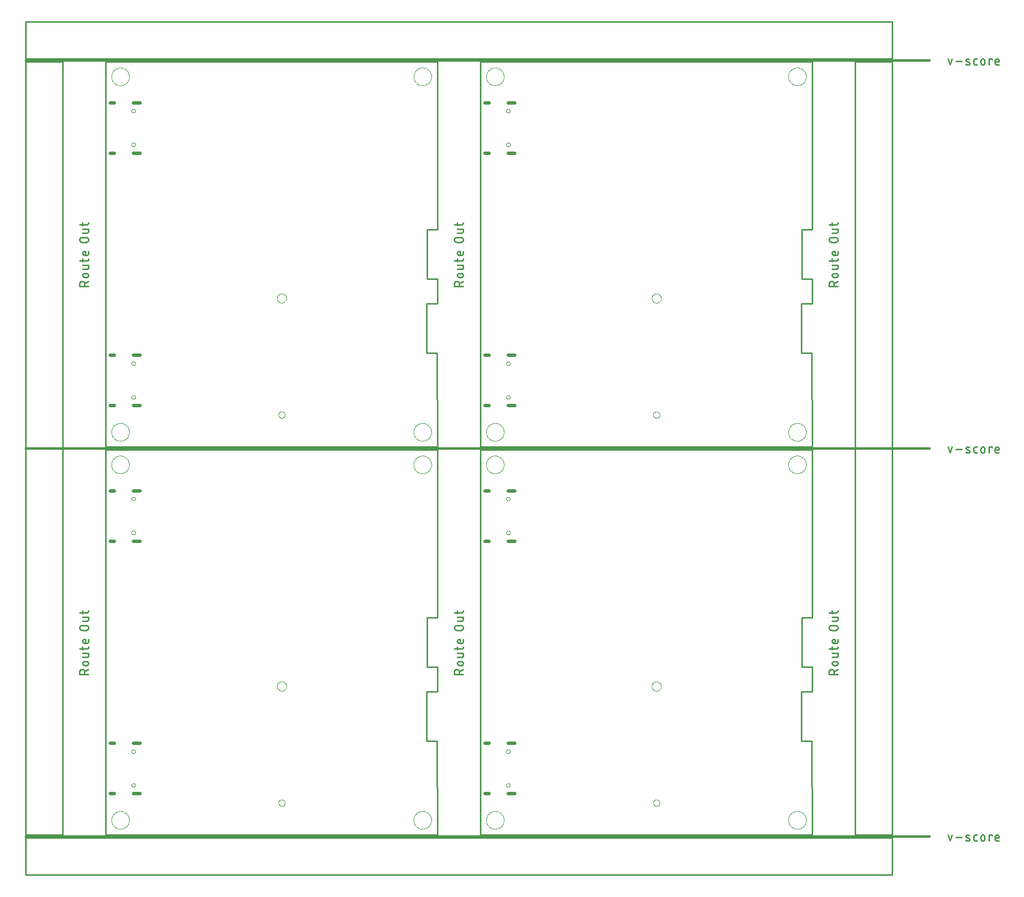
<source format=gko>
G04 EAGLE Gerber RS-274X export*
G75*
%MOMM*%
%FSLAX34Y34*%
%LPD*%
%IN*%
%IPPOS*%
%AMOC8*
5,1,8,0,0,1.08239X$1,22.5*%
G01*
%ADD10C,0.254000*%
%ADD11C,0.279400*%
%ADD12C,0.381000*%
%ADD13C,0.000000*%
%ADD14C,0.600000*%


D10*
X0Y660400D02*
X568960Y660400D01*
X568960Y372618D01*
X568960Y288036D02*
X568960Y245364D01*
X568706Y161290D02*
X568960Y0D01*
X0Y0D01*
X0Y660400D01*
X551180Y372618D02*
X551180Y288036D01*
X568960Y288036D01*
X568960Y372618D02*
X551180Y372618D01*
X550672Y245364D02*
X568960Y245364D01*
X550672Y245364D02*
X550418Y161290D01*
X568706Y161290D01*
D11*
X-29337Y275704D02*
X-44323Y275704D01*
X-44323Y279867D01*
X-44321Y279995D01*
X-44315Y280123D01*
X-44305Y280251D01*
X-44291Y280379D01*
X-44274Y280506D01*
X-44252Y280632D01*
X-44227Y280758D01*
X-44197Y280882D01*
X-44164Y281006D01*
X-44127Y281129D01*
X-44086Y281251D01*
X-44042Y281371D01*
X-43994Y281490D01*
X-43942Y281607D01*
X-43887Y281723D01*
X-43828Y281836D01*
X-43765Y281949D01*
X-43699Y282059D01*
X-43630Y282166D01*
X-43558Y282272D01*
X-43482Y282376D01*
X-43403Y282477D01*
X-43321Y282576D01*
X-43236Y282672D01*
X-43149Y282765D01*
X-43058Y282856D01*
X-42965Y282943D01*
X-42869Y283028D01*
X-42770Y283110D01*
X-42669Y283189D01*
X-42565Y283265D01*
X-42459Y283337D01*
X-42352Y283406D01*
X-42241Y283472D01*
X-42129Y283535D01*
X-42016Y283594D01*
X-41900Y283649D01*
X-41783Y283701D01*
X-41664Y283749D01*
X-41544Y283793D01*
X-41422Y283834D01*
X-41299Y283871D01*
X-41175Y283904D01*
X-41051Y283934D01*
X-40925Y283959D01*
X-40799Y283981D01*
X-40672Y283998D01*
X-40544Y284012D01*
X-40416Y284022D01*
X-40288Y284028D01*
X-40160Y284030D01*
X-40032Y284028D01*
X-39904Y284022D01*
X-39776Y284012D01*
X-39648Y283998D01*
X-39521Y283981D01*
X-39395Y283959D01*
X-39269Y283934D01*
X-39145Y283904D01*
X-39021Y283871D01*
X-38898Y283834D01*
X-38776Y283793D01*
X-38656Y283749D01*
X-38537Y283701D01*
X-38420Y283649D01*
X-38304Y283594D01*
X-38191Y283535D01*
X-38079Y283472D01*
X-37968Y283406D01*
X-37861Y283337D01*
X-37755Y283265D01*
X-37651Y283189D01*
X-37550Y283110D01*
X-37451Y283028D01*
X-37355Y282943D01*
X-37262Y282856D01*
X-37171Y282765D01*
X-37084Y282672D01*
X-36999Y282576D01*
X-36917Y282477D01*
X-36838Y282376D01*
X-36762Y282272D01*
X-36690Y282166D01*
X-36621Y282059D01*
X-36555Y281949D01*
X-36492Y281836D01*
X-36433Y281723D01*
X-36378Y281607D01*
X-36326Y281490D01*
X-36278Y281371D01*
X-36234Y281251D01*
X-36193Y281129D01*
X-36156Y281006D01*
X-36123Y280882D01*
X-36093Y280758D01*
X-36068Y280632D01*
X-36046Y280506D01*
X-36029Y280379D01*
X-36015Y280251D01*
X-36005Y280123D01*
X-35999Y279995D01*
X-35997Y279867D01*
X-35997Y275704D01*
X-35997Y280699D02*
X-29337Y284029D01*
X-32667Y290988D02*
X-35997Y290988D01*
X-36111Y290990D01*
X-36224Y290996D01*
X-36338Y291005D01*
X-36450Y291019D01*
X-36563Y291036D01*
X-36675Y291058D01*
X-36785Y291083D01*
X-36895Y291111D01*
X-37004Y291144D01*
X-37112Y291180D01*
X-37219Y291220D01*
X-37324Y291264D01*
X-37427Y291311D01*
X-37529Y291361D01*
X-37629Y291415D01*
X-37727Y291473D01*
X-37823Y291534D01*
X-37917Y291597D01*
X-38009Y291665D01*
X-38099Y291735D01*
X-38185Y291808D01*
X-38270Y291884D01*
X-38352Y291963D01*
X-38431Y292045D01*
X-38507Y292130D01*
X-38580Y292216D01*
X-38650Y292306D01*
X-38718Y292398D01*
X-38781Y292492D01*
X-38842Y292588D01*
X-38900Y292686D01*
X-38954Y292786D01*
X-39004Y292888D01*
X-39051Y292991D01*
X-39095Y293096D01*
X-39135Y293203D01*
X-39171Y293311D01*
X-39204Y293420D01*
X-39232Y293530D01*
X-39257Y293640D01*
X-39279Y293752D01*
X-39296Y293865D01*
X-39310Y293977D01*
X-39319Y294091D01*
X-39325Y294204D01*
X-39327Y294318D01*
X-39325Y294432D01*
X-39319Y294545D01*
X-39310Y294659D01*
X-39296Y294771D01*
X-39279Y294884D01*
X-39257Y294996D01*
X-39232Y295106D01*
X-39204Y295216D01*
X-39171Y295325D01*
X-39135Y295433D01*
X-39095Y295540D01*
X-39051Y295645D01*
X-39004Y295748D01*
X-38954Y295850D01*
X-38900Y295950D01*
X-38842Y296048D01*
X-38781Y296144D01*
X-38718Y296238D01*
X-38650Y296330D01*
X-38580Y296420D01*
X-38507Y296506D01*
X-38431Y296591D01*
X-38352Y296673D01*
X-38270Y296752D01*
X-38185Y296828D01*
X-38099Y296901D01*
X-38009Y296971D01*
X-37917Y297039D01*
X-37823Y297102D01*
X-37727Y297163D01*
X-37629Y297221D01*
X-37529Y297275D01*
X-37427Y297325D01*
X-37324Y297372D01*
X-37219Y297416D01*
X-37112Y297456D01*
X-37004Y297492D01*
X-36895Y297525D01*
X-36785Y297553D01*
X-36675Y297578D01*
X-36563Y297600D01*
X-36450Y297617D01*
X-36338Y297631D01*
X-36224Y297640D01*
X-36111Y297646D01*
X-35997Y297648D01*
X-32667Y297648D01*
X-32553Y297646D01*
X-32440Y297640D01*
X-32326Y297631D01*
X-32214Y297617D01*
X-32101Y297600D01*
X-31989Y297578D01*
X-31879Y297553D01*
X-31769Y297525D01*
X-31660Y297492D01*
X-31552Y297456D01*
X-31445Y297416D01*
X-31340Y297372D01*
X-31237Y297325D01*
X-31135Y297275D01*
X-31035Y297221D01*
X-30937Y297163D01*
X-30841Y297102D01*
X-30747Y297039D01*
X-30655Y296971D01*
X-30565Y296901D01*
X-30479Y296828D01*
X-30394Y296752D01*
X-30312Y296673D01*
X-30233Y296591D01*
X-30157Y296506D01*
X-30084Y296420D01*
X-30014Y296330D01*
X-29946Y296238D01*
X-29883Y296144D01*
X-29822Y296048D01*
X-29764Y295950D01*
X-29710Y295850D01*
X-29660Y295748D01*
X-29613Y295645D01*
X-29569Y295540D01*
X-29529Y295433D01*
X-29493Y295325D01*
X-29460Y295216D01*
X-29432Y295106D01*
X-29407Y294996D01*
X-29385Y294884D01*
X-29368Y294771D01*
X-29354Y294659D01*
X-29345Y294545D01*
X-29339Y294432D01*
X-29337Y294318D01*
X-29339Y294204D01*
X-29345Y294091D01*
X-29354Y293977D01*
X-29368Y293865D01*
X-29385Y293752D01*
X-29407Y293640D01*
X-29432Y293530D01*
X-29460Y293420D01*
X-29493Y293311D01*
X-29529Y293203D01*
X-29569Y293096D01*
X-29613Y292991D01*
X-29660Y292888D01*
X-29710Y292786D01*
X-29764Y292686D01*
X-29822Y292588D01*
X-29883Y292492D01*
X-29946Y292398D01*
X-30014Y292306D01*
X-30084Y292216D01*
X-30157Y292130D01*
X-30233Y292045D01*
X-30312Y291963D01*
X-30394Y291884D01*
X-30479Y291808D01*
X-30565Y291735D01*
X-30655Y291665D01*
X-30747Y291597D01*
X-30841Y291534D01*
X-30937Y291473D01*
X-31035Y291415D01*
X-31135Y291361D01*
X-31237Y291311D01*
X-31340Y291264D01*
X-31445Y291220D01*
X-31552Y291180D01*
X-31660Y291144D01*
X-31769Y291111D01*
X-31879Y291083D01*
X-31989Y291058D01*
X-32101Y291036D01*
X-32214Y291019D01*
X-32326Y291005D01*
X-32440Y290996D01*
X-32553Y290990D01*
X-32667Y290988D01*
X-31835Y305056D02*
X-39328Y305056D01*
X-31835Y305055D02*
X-31737Y305057D01*
X-31639Y305063D01*
X-31541Y305072D01*
X-31444Y305086D01*
X-31348Y305103D01*
X-31252Y305124D01*
X-31157Y305149D01*
X-31063Y305177D01*
X-30970Y305209D01*
X-30879Y305245D01*
X-30789Y305284D01*
X-30701Y305327D01*
X-30614Y305374D01*
X-30530Y305423D01*
X-30447Y305476D01*
X-30367Y305532D01*
X-30289Y305591D01*
X-30213Y305654D01*
X-30139Y305719D01*
X-30069Y305787D01*
X-30001Y305857D01*
X-29936Y305931D01*
X-29873Y306007D01*
X-29814Y306085D01*
X-29758Y306165D01*
X-29705Y306248D01*
X-29656Y306332D01*
X-29609Y306419D01*
X-29566Y306507D01*
X-29527Y306597D01*
X-29491Y306688D01*
X-29459Y306781D01*
X-29431Y306875D01*
X-29406Y306970D01*
X-29385Y307066D01*
X-29368Y307162D01*
X-29354Y307259D01*
X-29345Y307357D01*
X-29339Y307455D01*
X-29337Y307553D01*
X-29337Y311716D01*
X-39328Y311716D01*
X-39328Y317697D02*
X-39328Y322692D01*
X-44323Y319362D02*
X-31835Y319362D01*
X-31737Y319364D01*
X-31639Y319370D01*
X-31541Y319379D01*
X-31444Y319393D01*
X-31348Y319410D01*
X-31252Y319431D01*
X-31157Y319456D01*
X-31063Y319484D01*
X-30970Y319516D01*
X-30879Y319552D01*
X-30789Y319591D01*
X-30701Y319634D01*
X-30614Y319681D01*
X-30530Y319730D01*
X-30447Y319783D01*
X-30367Y319839D01*
X-30289Y319898D01*
X-30213Y319961D01*
X-30139Y320026D01*
X-30069Y320094D01*
X-30001Y320164D01*
X-29936Y320238D01*
X-29873Y320314D01*
X-29814Y320392D01*
X-29758Y320472D01*
X-29705Y320555D01*
X-29656Y320639D01*
X-29609Y320726D01*
X-29566Y320814D01*
X-29527Y320904D01*
X-29491Y320995D01*
X-29459Y321088D01*
X-29431Y321182D01*
X-29406Y321277D01*
X-29385Y321373D01*
X-29368Y321469D01*
X-29354Y321566D01*
X-29345Y321664D01*
X-29339Y321762D01*
X-29337Y321860D01*
X-29337Y322692D01*
X-29337Y331521D02*
X-29337Y335684D01*
X-29337Y331521D02*
X-29339Y331423D01*
X-29345Y331325D01*
X-29354Y331227D01*
X-29368Y331130D01*
X-29385Y331034D01*
X-29406Y330938D01*
X-29431Y330843D01*
X-29459Y330749D01*
X-29491Y330656D01*
X-29527Y330565D01*
X-29566Y330475D01*
X-29609Y330387D01*
X-29656Y330300D01*
X-29705Y330216D01*
X-29758Y330133D01*
X-29814Y330053D01*
X-29873Y329975D01*
X-29936Y329899D01*
X-30001Y329825D01*
X-30069Y329755D01*
X-30139Y329687D01*
X-30213Y329622D01*
X-30289Y329559D01*
X-30367Y329500D01*
X-30447Y329444D01*
X-30530Y329391D01*
X-30614Y329342D01*
X-30701Y329295D01*
X-30789Y329252D01*
X-30879Y329213D01*
X-30970Y329177D01*
X-31063Y329145D01*
X-31157Y329117D01*
X-31252Y329092D01*
X-31348Y329071D01*
X-31444Y329054D01*
X-31541Y329040D01*
X-31639Y329031D01*
X-31737Y329025D01*
X-31835Y329023D01*
X-31835Y329024D02*
X-35997Y329024D01*
X-36111Y329026D01*
X-36224Y329032D01*
X-36338Y329041D01*
X-36450Y329055D01*
X-36563Y329072D01*
X-36675Y329094D01*
X-36785Y329119D01*
X-36895Y329147D01*
X-37004Y329180D01*
X-37112Y329216D01*
X-37219Y329256D01*
X-37324Y329300D01*
X-37427Y329347D01*
X-37529Y329397D01*
X-37629Y329451D01*
X-37727Y329509D01*
X-37823Y329570D01*
X-37917Y329633D01*
X-38009Y329701D01*
X-38099Y329771D01*
X-38185Y329844D01*
X-38270Y329920D01*
X-38352Y329999D01*
X-38431Y330081D01*
X-38507Y330166D01*
X-38580Y330252D01*
X-38650Y330342D01*
X-38718Y330434D01*
X-38781Y330528D01*
X-38842Y330624D01*
X-38900Y330722D01*
X-38954Y330822D01*
X-39004Y330924D01*
X-39051Y331027D01*
X-39095Y331132D01*
X-39135Y331239D01*
X-39171Y331347D01*
X-39204Y331456D01*
X-39232Y331566D01*
X-39257Y331676D01*
X-39279Y331788D01*
X-39296Y331901D01*
X-39310Y332013D01*
X-39319Y332127D01*
X-39325Y332240D01*
X-39327Y332354D01*
X-39325Y332468D01*
X-39319Y332581D01*
X-39310Y332695D01*
X-39296Y332807D01*
X-39279Y332920D01*
X-39257Y333032D01*
X-39232Y333142D01*
X-39204Y333252D01*
X-39171Y333361D01*
X-39135Y333469D01*
X-39095Y333576D01*
X-39051Y333681D01*
X-39004Y333784D01*
X-38954Y333886D01*
X-38900Y333986D01*
X-38842Y334084D01*
X-38781Y334180D01*
X-38718Y334274D01*
X-38650Y334366D01*
X-38580Y334456D01*
X-38507Y334542D01*
X-38431Y334627D01*
X-38352Y334709D01*
X-38270Y334788D01*
X-38185Y334864D01*
X-38099Y334937D01*
X-38009Y335007D01*
X-37917Y335075D01*
X-37823Y335138D01*
X-37727Y335199D01*
X-37629Y335257D01*
X-37529Y335311D01*
X-37427Y335361D01*
X-37324Y335408D01*
X-37219Y335452D01*
X-37112Y335492D01*
X-37004Y335528D01*
X-36895Y335561D01*
X-36785Y335589D01*
X-36675Y335614D01*
X-36563Y335636D01*
X-36450Y335653D01*
X-36338Y335667D01*
X-36224Y335676D01*
X-36111Y335682D01*
X-35997Y335684D01*
X-34332Y335684D01*
X-34332Y329024D01*
X-33500Y351117D02*
X-40160Y351117D01*
X-40288Y351119D01*
X-40416Y351125D01*
X-40544Y351135D01*
X-40672Y351149D01*
X-40799Y351166D01*
X-40925Y351188D01*
X-41051Y351213D01*
X-41175Y351243D01*
X-41299Y351276D01*
X-41422Y351313D01*
X-41544Y351354D01*
X-41664Y351398D01*
X-41783Y351446D01*
X-41900Y351498D01*
X-42016Y351553D01*
X-42129Y351612D01*
X-42242Y351675D01*
X-42352Y351741D01*
X-42459Y351810D01*
X-42565Y351882D01*
X-42669Y351958D01*
X-42770Y352037D01*
X-42869Y352119D01*
X-42965Y352204D01*
X-43058Y352291D01*
X-43149Y352382D01*
X-43236Y352475D01*
X-43321Y352571D01*
X-43403Y352670D01*
X-43482Y352771D01*
X-43558Y352875D01*
X-43630Y352981D01*
X-43699Y353088D01*
X-43765Y353199D01*
X-43828Y353311D01*
X-43887Y353424D01*
X-43942Y353540D01*
X-43994Y353657D01*
X-44042Y353776D01*
X-44086Y353896D01*
X-44127Y354018D01*
X-44164Y354141D01*
X-44197Y354265D01*
X-44227Y354389D01*
X-44252Y354515D01*
X-44274Y354641D01*
X-44291Y354768D01*
X-44305Y354896D01*
X-44315Y355024D01*
X-44321Y355152D01*
X-44323Y355280D01*
X-44321Y355408D01*
X-44315Y355536D01*
X-44305Y355664D01*
X-44291Y355792D01*
X-44274Y355919D01*
X-44252Y356045D01*
X-44227Y356171D01*
X-44197Y356295D01*
X-44164Y356419D01*
X-44127Y356542D01*
X-44086Y356664D01*
X-44042Y356784D01*
X-43994Y356903D01*
X-43942Y357020D01*
X-43887Y357136D01*
X-43828Y357249D01*
X-43765Y357362D01*
X-43699Y357472D01*
X-43630Y357579D01*
X-43558Y357685D01*
X-43482Y357789D01*
X-43403Y357890D01*
X-43321Y357989D01*
X-43236Y358085D01*
X-43149Y358178D01*
X-43058Y358269D01*
X-42965Y358356D01*
X-42869Y358441D01*
X-42770Y358523D01*
X-42669Y358602D01*
X-42565Y358678D01*
X-42459Y358750D01*
X-42352Y358819D01*
X-42241Y358885D01*
X-42129Y358948D01*
X-42016Y359007D01*
X-41900Y359062D01*
X-41783Y359114D01*
X-41664Y359162D01*
X-41544Y359206D01*
X-41422Y359247D01*
X-41299Y359284D01*
X-41175Y359317D01*
X-41051Y359347D01*
X-40925Y359372D01*
X-40799Y359394D01*
X-40672Y359411D01*
X-40544Y359425D01*
X-40416Y359435D01*
X-40288Y359441D01*
X-40160Y359443D01*
X-40160Y359442D02*
X-33500Y359442D01*
X-33500Y359443D02*
X-33372Y359441D01*
X-33244Y359435D01*
X-33116Y359425D01*
X-32988Y359411D01*
X-32861Y359394D01*
X-32735Y359372D01*
X-32609Y359347D01*
X-32485Y359317D01*
X-32361Y359284D01*
X-32238Y359247D01*
X-32116Y359206D01*
X-31996Y359162D01*
X-31877Y359114D01*
X-31760Y359062D01*
X-31644Y359007D01*
X-31531Y358948D01*
X-31418Y358885D01*
X-31308Y358819D01*
X-31201Y358750D01*
X-31095Y358678D01*
X-30991Y358602D01*
X-30890Y358523D01*
X-30791Y358441D01*
X-30695Y358356D01*
X-30602Y358269D01*
X-30511Y358178D01*
X-30424Y358085D01*
X-30339Y357989D01*
X-30257Y357890D01*
X-30178Y357789D01*
X-30102Y357685D01*
X-30030Y357579D01*
X-29961Y357472D01*
X-29895Y357362D01*
X-29832Y357249D01*
X-29773Y357136D01*
X-29718Y357020D01*
X-29666Y356903D01*
X-29618Y356784D01*
X-29574Y356664D01*
X-29533Y356542D01*
X-29496Y356419D01*
X-29463Y356295D01*
X-29433Y356171D01*
X-29408Y356045D01*
X-29386Y355919D01*
X-29369Y355792D01*
X-29355Y355664D01*
X-29345Y355536D01*
X-29339Y355408D01*
X-29337Y355280D01*
X-29339Y355152D01*
X-29345Y355024D01*
X-29355Y354896D01*
X-29369Y354768D01*
X-29386Y354641D01*
X-29408Y354515D01*
X-29433Y354389D01*
X-29463Y354265D01*
X-29496Y354141D01*
X-29533Y354018D01*
X-29574Y353896D01*
X-29618Y353776D01*
X-29666Y353657D01*
X-29718Y353540D01*
X-29773Y353424D01*
X-29832Y353311D01*
X-29895Y353199D01*
X-29961Y353088D01*
X-30030Y352981D01*
X-30102Y352875D01*
X-30178Y352771D01*
X-30257Y352670D01*
X-30339Y352571D01*
X-30424Y352475D01*
X-30511Y352382D01*
X-30602Y352291D01*
X-30695Y352204D01*
X-30791Y352119D01*
X-30890Y352037D01*
X-30991Y351958D01*
X-31095Y351882D01*
X-31201Y351810D01*
X-31308Y351741D01*
X-31419Y351675D01*
X-31531Y351612D01*
X-31644Y351553D01*
X-31760Y351498D01*
X-31877Y351446D01*
X-31996Y351398D01*
X-32116Y351354D01*
X-32238Y351313D01*
X-32361Y351276D01*
X-32485Y351243D01*
X-32609Y351213D01*
X-32735Y351188D01*
X-32861Y351166D01*
X-32988Y351149D01*
X-33116Y351135D01*
X-33244Y351125D01*
X-33372Y351119D01*
X-33500Y351117D01*
X-31835Y367059D02*
X-39328Y367059D01*
X-31835Y367059D02*
X-31737Y367061D01*
X-31639Y367067D01*
X-31541Y367076D01*
X-31444Y367090D01*
X-31348Y367107D01*
X-31252Y367128D01*
X-31157Y367153D01*
X-31063Y367181D01*
X-30970Y367213D01*
X-30879Y367249D01*
X-30789Y367288D01*
X-30701Y367331D01*
X-30614Y367378D01*
X-30530Y367427D01*
X-30447Y367480D01*
X-30367Y367536D01*
X-30289Y367595D01*
X-30213Y367658D01*
X-30139Y367723D01*
X-30069Y367791D01*
X-30001Y367861D01*
X-29936Y367935D01*
X-29873Y368011D01*
X-29814Y368089D01*
X-29758Y368169D01*
X-29705Y368252D01*
X-29656Y368336D01*
X-29609Y368423D01*
X-29566Y368511D01*
X-29527Y368601D01*
X-29491Y368692D01*
X-29459Y368785D01*
X-29431Y368879D01*
X-29406Y368974D01*
X-29385Y369070D01*
X-29368Y369166D01*
X-29354Y369263D01*
X-29345Y369361D01*
X-29339Y369459D01*
X-29337Y369557D01*
X-29337Y373720D01*
X-39328Y373720D01*
X-39328Y379701D02*
X-39328Y384696D01*
X-44323Y381366D02*
X-31835Y381366D01*
X-31737Y381368D01*
X-31639Y381374D01*
X-31541Y381383D01*
X-31444Y381397D01*
X-31348Y381414D01*
X-31252Y381435D01*
X-31157Y381460D01*
X-31063Y381488D01*
X-30970Y381520D01*
X-30879Y381556D01*
X-30789Y381595D01*
X-30701Y381638D01*
X-30614Y381685D01*
X-30530Y381734D01*
X-30447Y381787D01*
X-30367Y381843D01*
X-30289Y381902D01*
X-30213Y381965D01*
X-30139Y382030D01*
X-30069Y382098D01*
X-30001Y382168D01*
X-29936Y382242D01*
X-29873Y382318D01*
X-29814Y382396D01*
X-29758Y382476D01*
X-29705Y382559D01*
X-29656Y382643D01*
X-29609Y382730D01*
X-29566Y382818D01*
X-29527Y382908D01*
X-29491Y382999D01*
X-29459Y383092D01*
X-29431Y383186D01*
X-29406Y383281D01*
X-29385Y383377D01*
X-29368Y383473D01*
X-29354Y383570D01*
X-29345Y383668D01*
X-29339Y383766D01*
X-29337Y383864D01*
X-29337Y384696D01*
D10*
X642620Y660400D02*
X1211580Y660400D01*
X1211580Y372618D01*
X1211580Y288036D02*
X1211580Y245364D01*
X1211326Y161290D02*
X1211580Y0D01*
X642620Y0D01*
X642620Y660400D01*
X1193800Y372618D02*
X1193800Y288036D01*
X1211580Y288036D01*
X1211580Y372618D02*
X1193800Y372618D01*
X1193292Y245364D02*
X1211580Y245364D01*
X1193292Y245364D02*
X1193038Y161290D01*
X1211326Y161290D01*
D11*
X613283Y275704D02*
X598297Y275704D01*
X598297Y279867D01*
X598299Y279995D01*
X598305Y280123D01*
X598315Y280251D01*
X598329Y280379D01*
X598346Y280506D01*
X598368Y280632D01*
X598393Y280758D01*
X598423Y280882D01*
X598456Y281006D01*
X598493Y281129D01*
X598534Y281251D01*
X598578Y281371D01*
X598626Y281490D01*
X598678Y281607D01*
X598733Y281723D01*
X598792Y281836D01*
X598855Y281949D01*
X598921Y282059D01*
X598990Y282166D01*
X599062Y282272D01*
X599138Y282376D01*
X599217Y282477D01*
X599299Y282576D01*
X599384Y282672D01*
X599471Y282765D01*
X599562Y282856D01*
X599655Y282943D01*
X599751Y283028D01*
X599850Y283110D01*
X599951Y283189D01*
X600055Y283265D01*
X600161Y283337D01*
X600268Y283406D01*
X600379Y283472D01*
X600491Y283535D01*
X600604Y283594D01*
X600720Y283649D01*
X600837Y283701D01*
X600956Y283749D01*
X601076Y283793D01*
X601198Y283834D01*
X601321Y283871D01*
X601445Y283904D01*
X601569Y283934D01*
X601695Y283959D01*
X601821Y283981D01*
X601948Y283998D01*
X602076Y284012D01*
X602204Y284022D01*
X602332Y284028D01*
X602460Y284030D01*
X602588Y284028D01*
X602716Y284022D01*
X602844Y284012D01*
X602972Y283998D01*
X603099Y283981D01*
X603225Y283959D01*
X603351Y283934D01*
X603475Y283904D01*
X603599Y283871D01*
X603722Y283834D01*
X603844Y283793D01*
X603964Y283749D01*
X604083Y283701D01*
X604200Y283649D01*
X604316Y283594D01*
X604429Y283535D01*
X604542Y283472D01*
X604652Y283406D01*
X604759Y283337D01*
X604865Y283265D01*
X604969Y283189D01*
X605070Y283110D01*
X605169Y283028D01*
X605265Y282943D01*
X605358Y282856D01*
X605449Y282765D01*
X605536Y282672D01*
X605621Y282576D01*
X605703Y282477D01*
X605782Y282376D01*
X605858Y282272D01*
X605930Y282166D01*
X605999Y282059D01*
X606065Y281949D01*
X606128Y281836D01*
X606187Y281723D01*
X606242Y281607D01*
X606294Y281490D01*
X606342Y281371D01*
X606386Y281251D01*
X606427Y281129D01*
X606464Y281006D01*
X606497Y280882D01*
X606527Y280758D01*
X606552Y280632D01*
X606574Y280506D01*
X606591Y280379D01*
X606605Y280251D01*
X606615Y280123D01*
X606621Y279995D01*
X606623Y279867D01*
X606623Y275704D01*
X606623Y280699D02*
X613283Y284029D01*
X609953Y290988D02*
X606623Y290988D01*
X606509Y290990D01*
X606396Y290996D01*
X606282Y291005D01*
X606170Y291019D01*
X606057Y291036D01*
X605945Y291058D01*
X605835Y291083D01*
X605725Y291111D01*
X605616Y291144D01*
X605508Y291180D01*
X605401Y291220D01*
X605296Y291264D01*
X605193Y291311D01*
X605091Y291361D01*
X604991Y291415D01*
X604893Y291473D01*
X604797Y291534D01*
X604703Y291597D01*
X604611Y291665D01*
X604521Y291735D01*
X604435Y291808D01*
X604350Y291884D01*
X604268Y291963D01*
X604189Y292045D01*
X604113Y292130D01*
X604040Y292216D01*
X603970Y292306D01*
X603902Y292398D01*
X603839Y292492D01*
X603778Y292588D01*
X603720Y292686D01*
X603666Y292786D01*
X603616Y292888D01*
X603569Y292991D01*
X603525Y293096D01*
X603485Y293203D01*
X603449Y293311D01*
X603416Y293420D01*
X603388Y293530D01*
X603363Y293640D01*
X603341Y293752D01*
X603324Y293865D01*
X603310Y293977D01*
X603301Y294091D01*
X603295Y294204D01*
X603293Y294318D01*
X603295Y294432D01*
X603301Y294545D01*
X603310Y294659D01*
X603324Y294771D01*
X603341Y294884D01*
X603363Y294996D01*
X603388Y295106D01*
X603416Y295216D01*
X603449Y295325D01*
X603485Y295433D01*
X603525Y295540D01*
X603569Y295645D01*
X603616Y295748D01*
X603666Y295850D01*
X603720Y295950D01*
X603778Y296048D01*
X603839Y296144D01*
X603902Y296238D01*
X603970Y296330D01*
X604040Y296420D01*
X604113Y296506D01*
X604189Y296591D01*
X604268Y296673D01*
X604350Y296752D01*
X604435Y296828D01*
X604521Y296901D01*
X604611Y296971D01*
X604703Y297039D01*
X604797Y297102D01*
X604893Y297163D01*
X604991Y297221D01*
X605091Y297275D01*
X605193Y297325D01*
X605296Y297372D01*
X605401Y297416D01*
X605508Y297456D01*
X605616Y297492D01*
X605725Y297525D01*
X605835Y297553D01*
X605945Y297578D01*
X606057Y297600D01*
X606170Y297617D01*
X606282Y297631D01*
X606396Y297640D01*
X606509Y297646D01*
X606623Y297648D01*
X609953Y297648D01*
X610067Y297646D01*
X610180Y297640D01*
X610294Y297631D01*
X610406Y297617D01*
X610519Y297600D01*
X610631Y297578D01*
X610741Y297553D01*
X610851Y297525D01*
X610960Y297492D01*
X611068Y297456D01*
X611175Y297416D01*
X611280Y297372D01*
X611383Y297325D01*
X611485Y297275D01*
X611585Y297221D01*
X611683Y297163D01*
X611779Y297102D01*
X611873Y297039D01*
X611965Y296971D01*
X612055Y296901D01*
X612141Y296828D01*
X612226Y296752D01*
X612308Y296673D01*
X612387Y296591D01*
X612463Y296506D01*
X612536Y296420D01*
X612606Y296330D01*
X612674Y296238D01*
X612737Y296144D01*
X612798Y296048D01*
X612856Y295950D01*
X612910Y295850D01*
X612960Y295748D01*
X613007Y295645D01*
X613051Y295540D01*
X613091Y295433D01*
X613127Y295325D01*
X613160Y295216D01*
X613188Y295106D01*
X613213Y294996D01*
X613235Y294884D01*
X613252Y294771D01*
X613266Y294659D01*
X613275Y294545D01*
X613281Y294432D01*
X613283Y294318D01*
X613281Y294204D01*
X613275Y294091D01*
X613266Y293977D01*
X613252Y293865D01*
X613235Y293752D01*
X613213Y293640D01*
X613188Y293530D01*
X613160Y293420D01*
X613127Y293311D01*
X613091Y293203D01*
X613051Y293096D01*
X613007Y292991D01*
X612960Y292888D01*
X612910Y292786D01*
X612856Y292686D01*
X612798Y292588D01*
X612737Y292492D01*
X612674Y292398D01*
X612606Y292306D01*
X612536Y292216D01*
X612463Y292130D01*
X612387Y292045D01*
X612308Y291963D01*
X612226Y291884D01*
X612141Y291808D01*
X612055Y291735D01*
X611965Y291665D01*
X611873Y291597D01*
X611779Y291534D01*
X611683Y291473D01*
X611585Y291415D01*
X611485Y291361D01*
X611383Y291311D01*
X611280Y291264D01*
X611175Y291220D01*
X611068Y291180D01*
X610960Y291144D01*
X610851Y291111D01*
X610741Y291083D01*
X610631Y291058D01*
X610519Y291036D01*
X610406Y291019D01*
X610294Y291005D01*
X610180Y290996D01*
X610067Y290990D01*
X609953Y290988D01*
X610785Y305056D02*
X603292Y305056D01*
X610785Y305055D02*
X610883Y305057D01*
X610981Y305063D01*
X611079Y305072D01*
X611176Y305086D01*
X611272Y305103D01*
X611368Y305124D01*
X611463Y305149D01*
X611557Y305177D01*
X611650Y305209D01*
X611741Y305245D01*
X611831Y305284D01*
X611919Y305327D01*
X612006Y305374D01*
X612090Y305423D01*
X612173Y305476D01*
X612253Y305532D01*
X612332Y305591D01*
X612407Y305654D01*
X612481Y305719D01*
X612551Y305787D01*
X612619Y305857D01*
X612685Y305931D01*
X612747Y306007D01*
X612806Y306085D01*
X612862Y306165D01*
X612915Y306248D01*
X612965Y306332D01*
X613011Y306419D01*
X613054Y306507D01*
X613093Y306597D01*
X613129Y306688D01*
X613161Y306781D01*
X613189Y306875D01*
X613214Y306970D01*
X613235Y307066D01*
X613252Y307162D01*
X613266Y307259D01*
X613275Y307357D01*
X613281Y307455D01*
X613283Y307553D01*
X613283Y311716D01*
X603292Y311716D01*
X603292Y317697D02*
X603292Y322692D01*
X598297Y319362D02*
X610785Y319362D01*
X610883Y319364D01*
X610981Y319370D01*
X611079Y319379D01*
X611176Y319393D01*
X611272Y319410D01*
X611368Y319431D01*
X611463Y319456D01*
X611557Y319484D01*
X611650Y319516D01*
X611741Y319552D01*
X611831Y319591D01*
X611919Y319634D01*
X612006Y319681D01*
X612090Y319730D01*
X612173Y319783D01*
X612253Y319839D01*
X612332Y319898D01*
X612407Y319961D01*
X612481Y320026D01*
X612551Y320094D01*
X612619Y320164D01*
X612685Y320238D01*
X612747Y320314D01*
X612806Y320392D01*
X612862Y320472D01*
X612915Y320555D01*
X612965Y320639D01*
X613011Y320726D01*
X613054Y320814D01*
X613093Y320904D01*
X613129Y320995D01*
X613161Y321088D01*
X613189Y321182D01*
X613214Y321277D01*
X613235Y321373D01*
X613252Y321469D01*
X613266Y321566D01*
X613275Y321664D01*
X613281Y321762D01*
X613283Y321860D01*
X613283Y322692D01*
X613283Y331521D02*
X613283Y335684D01*
X613283Y331521D02*
X613281Y331423D01*
X613275Y331325D01*
X613266Y331227D01*
X613252Y331130D01*
X613235Y331034D01*
X613214Y330938D01*
X613189Y330843D01*
X613161Y330749D01*
X613129Y330656D01*
X613093Y330565D01*
X613054Y330475D01*
X613011Y330387D01*
X612964Y330300D01*
X612915Y330216D01*
X612862Y330133D01*
X612806Y330053D01*
X612747Y329975D01*
X612685Y329899D01*
X612619Y329825D01*
X612551Y329755D01*
X612481Y329687D01*
X612407Y329622D01*
X612332Y329559D01*
X612253Y329500D01*
X612173Y329444D01*
X612090Y329391D01*
X612006Y329342D01*
X611919Y329295D01*
X611831Y329252D01*
X611741Y329213D01*
X611650Y329177D01*
X611557Y329145D01*
X611463Y329117D01*
X611368Y329092D01*
X611272Y329071D01*
X611176Y329054D01*
X611079Y329040D01*
X610981Y329031D01*
X610883Y329025D01*
X610785Y329023D01*
X610785Y329024D02*
X606623Y329024D01*
X606509Y329026D01*
X606396Y329032D01*
X606282Y329041D01*
X606170Y329055D01*
X606057Y329072D01*
X605945Y329094D01*
X605835Y329119D01*
X605725Y329147D01*
X605616Y329180D01*
X605508Y329216D01*
X605401Y329256D01*
X605296Y329300D01*
X605193Y329347D01*
X605091Y329397D01*
X604991Y329451D01*
X604893Y329509D01*
X604797Y329570D01*
X604703Y329633D01*
X604611Y329701D01*
X604521Y329771D01*
X604435Y329844D01*
X604350Y329920D01*
X604268Y329999D01*
X604189Y330081D01*
X604113Y330166D01*
X604040Y330252D01*
X603970Y330342D01*
X603902Y330434D01*
X603839Y330528D01*
X603778Y330624D01*
X603720Y330722D01*
X603666Y330822D01*
X603616Y330924D01*
X603569Y331027D01*
X603525Y331132D01*
X603485Y331239D01*
X603449Y331347D01*
X603416Y331456D01*
X603388Y331566D01*
X603363Y331676D01*
X603341Y331788D01*
X603324Y331901D01*
X603310Y332013D01*
X603301Y332127D01*
X603295Y332240D01*
X603293Y332354D01*
X603295Y332468D01*
X603301Y332581D01*
X603310Y332695D01*
X603324Y332807D01*
X603341Y332920D01*
X603363Y333032D01*
X603388Y333142D01*
X603416Y333252D01*
X603449Y333361D01*
X603485Y333469D01*
X603525Y333576D01*
X603569Y333681D01*
X603616Y333784D01*
X603666Y333886D01*
X603720Y333986D01*
X603778Y334084D01*
X603839Y334180D01*
X603902Y334274D01*
X603970Y334366D01*
X604040Y334456D01*
X604113Y334542D01*
X604189Y334627D01*
X604268Y334709D01*
X604350Y334788D01*
X604435Y334864D01*
X604521Y334937D01*
X604611Y335007D01*
X604703Y335075D01*
X604797Y335138D01*
X604893Y335199D01*
X604991Y335257D01*
X605091Y335311D01*
X605193Y335361D01*
X605296Y335408D01*
X605401Y335452D01*
X605508Y335492D01*
X605616Y335528D01*
X605725Y335561D01*
X605835Y335589D01*
X605945Y335614D01*
X606057Y335636D01*
X606170Y335653D01*
X606282Y335667D01*
X606396Y335676D01*
X606509Y335682D01*
X606623Y335684D01*
X608288Y335684D01*
X608288Y329024D01*
X609120Y351117D02*
X602460Y351117D01*
X602332Y351119D01*
X602204Y351125D01*
X602076Y351135D01*
X601948Y351149D01*
X601821Y351166D01*
X601695Y351188D01*
X601569Y351213D01*
X601445Y351243D01*
X601321Y351276D01*
X601198Y351313D01*
X601076Y351354D01*
X600956Y351398D01*
X600837Y351446D01*
X600720Y351498D01*
X600604Y351553D01*
X600491Y351612D01*
X600379Y351675D01*
X600268Y351741D01*
X600161Y351810D01*
X600055Y351882D01*
X599951Y351958D01*
X599850Y352037D01*
X599751Y352119D01*
X599655Y352204D01*
X599562Y352291D01*
X599471Y352382D01*
X599384Y352475D01*
X599299Y352571D01*
X599217Y352670D01*
X599138Y352771D01*
X599062Y352875D01*
X598990Y352981D01*
X598921Y353088D01*
X598855Y353199D01*
X598792Y353311D01*
X598733Y353424D01*
X598678Y353540D01*
X598626Y353657D01*
X598578Y353776D01*
X598534Y353896D01*
X598493Y354018D01*
X598456Y354141D01*
X598423Y354265D01*
X598393Y354389D01*
X598368Y354515D01*
X598346Y354641D01*
X598329Y354768D01*
X598315Y354896D01*
X598305Y355024D01*
X598299Y355152D01*
X598297Y355280D01*
X598299Y355408D01*
X598305Y355536D01*
X598315Y355664D01*
X598329Y355792D01*
X598346Y355919D01*
X598368Y356045D01*
X598393Y356171D01*
X598423Y356295D01*
X598456Y356419D01*
X598493Y356542D01*
X598534Y356664D01*
X598578Y356784D01*
X598626Y356903D01*
X598678Y357020D01*
X598733Y357136D01*
X598792Y357249D01*
X598855Y357362D01*
X598921Y357472D01*
X598990Y357579D01*
X599062Y357685D01*
X599138Y357789D01*
X599217Y357890D01*
X599299Y357989D01*
X599384Y358085D01*
X599471Y358178D01*
X599562Y358269D01*
X599655Y358356D01*
X599751Y358441D01*
X599850Y358523D01*
X599951Y358602D01*
X600055Y358678D01*
X600161Y358750D01*
X600268Y358819D01*
X600379Y358885D01*
X600491Y358948D01*
X600604Y359007D01*
X600720Y359062D01*
X600837Y359114D01*
X600956Y359162D01*
X601076Y359206D01*
X601198Y359247D01*
X601321Y359284D01*
X601445Y359317D01*
X601569Y359347D01*
X601695Y359372D01*
X601821Y359394D01*
X601948Y359411D01*
X602076Y359425D01*
X602204Y359435D01*
X602332Y359441D01*
X602460Y359443D01*
X602460Y359442D02*
X609120Y359442D01*
X609120Y359443D02*
X609248Y359441D01*
X609376Y359435D01*
X609504Y359425D01*
X609632Y359411D01*
X609759Y359394D01*
X609885Y359372D01*
X610011Y359347D01*
X610135Y359317D01*
X610259Y359284D01*
X610382Y359247D01*
X610504Y359206D01*
X610624Y359162D01*
X610743Y359114D01*
X610860Y359062D01*
X610976Y359007D01*
X611089Y358948D01*
X611202Y358885D01*
X611312Y358819D01*
X611419Y358750D01*
X611525Y358678D01*
X611629Y358602D01*
X611730Y358523D01*
X611829Y358441D01*
X611925Y358356D01*
X612018Y358269D01*
X612109Y358178D01*
X612196Y358085D01*
X612281Y357989D01*
X612363Y357890D01*
X612442Y357789D01*
X612518Y357685D01*
X612590Y357579D01*
X612659Y357472D01*
X612725Y357362D01*
X612788Y357249D01*
X612847Y357136D01*
X612902Y357020D01*
X612954Y356903D01*
X613002Y356784D01*
X613046Y356664D01*
X613087Y356542D01*
X613124Y356419D01*
X613157Y356295D01*
X613187Y356171D01*
X613212Y356045D01*
X613234Y355919D01*
X613251Y355792D01*
X613265Y355664D01*
X613275Y355536D01*
X613281Y355408D01*
X613283Y355280D01*
X613281Y355152D01*
X613275Y355024D01*
X613265Y354896D01*
X613251Y354768D01*
X613234Y354641D01*
X613212Y354515D01*
X613187Y354389D01*
X613157Y354265D01*
X613124Y354141D01*
X613087Y354018D01*
X613046Y353896D01*
X613002Y353776D01*
X612954Y353657D01*
X612902Y353540D01*
X612847Y353424D01*
X612788Y353311D01*
X612725Y353199D01*
X612659Y353088D01*
X612590Y352981D01*
X612518Y352875D01*
X612442Y352771D01*
X612363Y352670D01*
X612281Y352571D01*
X612196Y352475D01*
X612109Y352382D01*
X612018Y352291D01*
X611925Y352204D01*
X611829Y352119D01*
X611730Y352037D01*
X611629Y351958D01*
X611525Y351882D01*
X611419Y351810D01*
X611312Y351741D01*
X611202Y351675D01*
X611089Y351612D01*
X610976Y351553D01*
X610860Y351498D01*
X610743Y351446D01*
X610624Y351398D01*
X610504Y351354D01*
X610382Y351313D01*
X610259Y351276D01*
X610135Y351243D01*
X610011Y351213D01*
X609885Y351188D01*
X609759Y351166D01*
X609632Y351149D01*
X609504Y351135D01*
X609376Y351125D01*
X609248Y351119D01*
X609120Y351117D01*
X610785Y367059D02*
X603292Y367059D01*
X610785Y367059D02*
X610883Y367061D01*
X610981Y367067D01*
X611079Y367076D01*
X611176Y367090D01*
X611272Y367107D01*
X611368Y367128D01*
X611463Y367153D01*
X611557Y367181D01*
X611650Y367213D01*
X611741Y367249D01*
X611831Y367288D01*
X611919Y367331D01*
X612006Y367378D01*
X612090Y367427D01*
X612173Y367480D01*
X612253Y367536D01*
X612332Y367595D01*
X612407Y367658D01*
X612481Y367723D01*
X612551Y367791D01*
X612619Y367861D01*
X612685Y367935D01*
X612747Y368011D01*
X612806Y368089D01*
X612862Y368169D01*
X612915Y368252D01*
X612965Y368336D01*
X613011Y368423D01*
X613054Y368511D01*
X613093Y368601D01*
X613129Y368692D01*
X613161Y368785D01*
X613189Y368879D01*
X613214Y368974D01*
X613235Y369070D01*
X613252Y369166D01*
X613266Y369263D01*
X613275Y369361D01*
X613281Y369459D01*
X613283Y369557D01*
X613283Y373720D01*
X603292Y373720D01*
X603292Y379701D02*
X603292Y384696D01*
X598297Y381366D02*
X610785Y381366D01*
X610785Y381365D02*
X610883Y381367D01*
X610981Y381373D01*
X611079Y381382D01*
X611176Y381396D01*
X611272Y381413D01*
X611368Y381434D01*
X611463Y381459D01*
X611557Y381487D01*
X611650Y381519D01*
X611741Y381555D01*
X611831Y381594D01*
X611919Y381637D01*
X612006Y381684D01*
X612090Y381733D01*
X612173Y381786D01*
X612253Y381842D01*
X612332Y381901D01*
X612407Y381964D01*
X612481Y382029D01*
X612551Y382097D01*
X612619Y382167D01*
X612685Y382241D01*
X612747Y382317D01*
X612806Y382395D01*
X612862Y382475D01*
X612915Y382558D01*
X612965Y382642D01*
X613011Y382729D01*
X613054Y382817D01*
X613093Y382907D01*
X613129Y382998D01*
X613161Y383091D01*
X613189Y383185D01*
X613214Y383280D01*
X613235Y383376D01*
X613252Y383472D01*
X613266Y383569D01*
X613275Y383667D01*
X613281Y383765D01*
X613283Y383863D01*
X613283Y383864D02*
X613283Y384696D01*
X1240917Y275704D02*
X1255903Y275704D01*
X1240917Y275704D02*
X1240917Y279867D01*
X1240919Y279995D01*
X1240925Y280123D01*
X1240935Y280251D01*
X1240949Y280379D01*
X1240966Y280506D01*
X1240988Y280632D01*
X1241013Y280758D01*
X1241043Y280882D01*
X1241076Y281006D01*
X1241113Y281129D01*
X1241154Y281251D01*
X1241198Y281371D01*
X1241246Y281490D01*
X1241298Y281607D01*
X1241353Y281723D01*
X1241412Y281836D01*
X1241475Y281949D01*
X1241541Y282059D01*
X1241610Y282166D01*
X1241682Y282272D01*
X1241758Y282376D01*
X1241837Y282477D01*
X1241919Y282576D01*
X1242004Y282672D01*
X1242091Y282765D01*
X1242182Y282856D01*
X1242275Y282943D01*
X1242371Y283028D01*
X1242470Y283110D01*
X1242571Y283189D01*
X1242675Y283265D01*
X1242781Y283337D01*
X1242888Y283406D01*
X1242999Y283472D01*
X1243111Y283535D01*
X1243224Y283594D01*
X1243340Y283649D01*
X1243457Y283701D01*
X1243576Y283749D01*
X1243696Y283793D01*
X1243818Y283834D01*
X1243941Y283871D01*
X1244065Y283904D01*
X1244189Y283934D01*
X1244315Y283959D01*
X1244441Y283981D01*
X1244568Y283998D01*
X1244696Y284012D01*
X1244824Y284022D01*
X1244952Y284028D01*
X1245080Y284030D01*
X1245208Y284028D01*
X1245336Y284022D01*
X1245464Y284012D01*
X1245592Y283998D01*
X1245719Y283981D01*
X1245845Y283959D01*
X1245971Y283934D01*
X1246095Y283904D01*
X1246219Y283871D01*
X1246342Y283834D01*
X1246464Y283793D01*
X1246584Y283749D01*
X1246703Y283701D01*
X1246820Y283649D01*
X1246936Y283594D01*
X1247049Y283535D01*
X1247162Y283472D01*
X1247272Y283406D01*
X1247379Y283337D01*
X1247485Y283265D01*
X1247589Y283189D01*
X1247690Y283110D01*
X1247789Y283028D01*
X1247885Y282943D01*
X1247978Y282856D01*
X1248069Y282765D01*
X1248156Y282672D01*
X1248241Y282576D01*
X1248323Y282477D01*
X1248402Y282376D01*
X1248478Y282272D01*
X1248550Y282166D01*
X1248619Y282059D01*
X1248685Y281949D01*
X1248748Y281836D01*
X1248807Y281723D01*
X1248862Y281607D01*
X1248914Y281490D01*
X1248962Y281371D01*
X1249006Y281251D01*
X1249047Y281129D01*
X1249084Y281006D01*
X1249117Y280882D01*
X1249147Y280758D01*
X1249172Y280632D01*
X1249194Y280506D01*
X1249211Y280379D01*
X1249225Y280251D01*
X1249235Y280123D01*
X1249241Y279995D01*
X1249243Y279867D01*
X1249243Y275704D01*
X1249243Y280699D02*
X1255903Y284029D01*
X1252573Y290988D02*
X1249243Y290988D01*
X1249129Y290990D01*
X1249016Y290996D01*
X1248902Y291005D01*
X1248790Y291019D01*
X1248677Y291036D01*
X1248565Y291058D01*
X1248455Y291083D01*
X1248345Y291111D01*
X1248236Y291144D01*
X1248128Y291180D01*
X1248021Y291220D01*
X1247916Y291264D01*
X1247813Y291311D01*
X1247711Y291361D01*
X1247611Y291415D01*
X1247513Y291473D01*
X1247417Y291534D01*
X1247323Y291597D01*
X1247231Y291665D01*
X1247141Y291735D01*
X1247055Y291808D01*
X1246970Y291884D01*
X1246888Y291963D01*
X1246809Y292045D01*
X1246733Y292130D01*
X1246660Y292216D01*
X1246590Y292306D01*
X1246522Y292398D01*
X1246459Y292492D01*
X1246398Y292588D01*
X1246340Y292686D01*
X1246286Y292786D01*
X1246236Y292888D01*
X1246189Y292991D01*
X1246145Y293096D01*
X1246105Y293203D01*
X1246069Y293311D01*
X1246036Y293420D01*
X1246008Y293530D01*
X1245983Y293640D01*
X1245961Y293752D01*
X1245944Y293865D01*
X1245930Y293977D01*
X1245921Y294091D01*
X1245915Y294204D01*
X1245913Y294318D01*
X1245915Y294432D01*
X1245921Y294545D01*
X1245930Y294659D01*
X1245944Y294771D01*
X1245961Y294884D01*
X1245983Y294996D01*
X1246008Y295106D01*
X1246036Y295216D01*
X1246069Y295325D01*
X1246105Y295433D01*
X1246145Y295540D01*
X1246189Y295645D01*
X1246236Y295748D01*
X1246286Y295850D01*
X1246340Y295950D01*
X1246398Y296048D01*
X1246459Y296144D01*
X1246522Y296238D01*
X1246590Y296330D01*
X1246660Y296420D01*
X1246733Y296506D01*
X1246809Y296591D01*
X1246888Y296673D01*
X1246970Y296752D01*
X1247055Y296828D01*
X1247141Y296901D01*
X1247231Y296971D01*
X1247323Y297039D01*
X1247417Y297102D01*
X1247513Y297163D01*
X1247611Y297221D01*
X1247711Y297275D01*
X1247813Y297325D01*
X1247916Y297372D01*
X1248021Y297416D01*
X1248128Y297456D01*
X1248236Y297492D01*
X1248345Y297525D01*
X1248455Y297553D01*
X1248565Y297578D01*
X1248677Y297600D01*
X1248790Y297617D01*
X1248902Y297631D01*
X1249016Y297640D01*
X1249129Y297646D01*
X1249243Y297648D01*
X1252573Y297648D01*
X1252687Y297646D01*
X1252800Y297640D01*
X1252914Y297631D01*
X1253026Y297617D01*
X1253139Y297600D01*
X1253251Y297578D01*
X1253361Y297553D01*
X1253471Y297525D01*
X1253580Y297492D01*
X1253688Y297456D01*
X1253795Y297416D01*
X1253900Y297372D01*
X1254003Y297325D01*
X1254105Y297275D01*
X1254205Y297221D01*
X1254303Y297163D01*
X1254399Y297102D01*
X1254493Y297039D01*
X1254585Y296971D01*
X1254675Y296901D01*
X1254761Y296828D01*
X1254846Y296752D01*
X1254928Y296673D01*
X1255007Y296591D01*
X1255083Y296506D01*
X1255156Y296420D01*
X1255226Y296330D01*
X1255294Y296238D01*
X1255357Y296144D01*
X1255418Y296048D01*
X1255476Y295950D01*
X1255530Y295850D01*
X1255580Y295748D01*
X1255627Y295645D01*
X1255671Y295540D01*
X1255711Y295433D01*
X1255747Y295325D01*
X1255780Y295216D01*
X1255808Y295106D01*
X1255833Y294996D01*
X1255855Y294884D01*
X1255872Y294771D01*
X1255886Y294659D01*
X1255895Y294545D01*
X1255901Y294432D01*
X1255903Y294318D01*
X1255901Y294204D01*
X1255895Y294091D01*
X1255886Y293977D01*
X1255872Y293865D01*
X1255855Y293752D01*
X1255833Y293640D01*
X1255808Y293530D01*
X1255780Y293420D01*
X1255747Y293311D01*
X1255711Y293203D01*
X1255671Y293096D01*
X1255627Y292991D01*
X1255580Y292888D01*
X1255530Y292786D01*
X1255476Y292686D01*
X1255418Y292588D01*
X1255357Y292492D01*
X1255294Y292398D01*
X1255226Y292306D01*
X1255156Y292216D01*
X1255083Y292130D01*
X1255007Y292045D01*
X1254928Y291963D01*
X1254846Y291884D01*
X1254761Y291808D01*
X1254675Y291735D01*
X1254585Y291665D01*
X1254493Y291597D01*
X1254399Y291534D01*
X1254303Y291473D01*
X1254205Y291415D01*
X1254105Y291361D01*
X1254003Y291311D01*
X1253900Y291264D01*
X1253795Y291220D01*
X1253688Y291180D01*
X1253580Y291144D01*
X1253471Y291111D01*
X1253361Y291083D01*
X1253251Y291058D01*
X1253139Y291036D01*
X1253026Y291019D01*
X1252914Y291005D01*
X1252800Y290996D01*
X1252687Y290990D01*
X1252573Y290988D01*
X1253405Y305056D02*
X1245912Y305056D01*
X1253405Y305055D02*
X1253503Y305057D01*
X1253601Y305063D01*
X1253699Y305072D01*
X1253796Y305086D01*
X1253892Y305103D01*
X1253988Y305124D01*
X1254083Y305149D01*
X1254177Y305177D01*
X1254270Y305209D01*
X1254361Y305245D01*
X1254451Y305284D01*
X1254539Y305327D01*
X1254626Y305374D01*
X1254710Y305423D01*
X1254793Y305476D01*
X1254873Y305532D01*
X1254952Y305591D01*
X1255027Y305654D01*
X1255101Y305719D01*
X1255171Y305787D01*
X1255239Y305857D01*
X1255305Y305931D01*
X1255367Y306007D01*
X1255426Y306085D01*
X1255482Y306165D01*
X1255535Y306248D01*
X1255585Y306332D01*
X1255631Y306419D01*
X1255674Y306507D01*
X1255713Y306597D01*
X1255749Y306688D01*
X1255781Y306781D01*
X1255809Y306875D01*
X1255834Y306970D01*
X1255855Y307066D01*
X1255872Y307162D01*
X1255886Y307259D01*
X1255895Y307357D01*
X1255901Y307455D01*
X1255903Y307553D01*
X1255903Y311716D01*
X1245912Y311716D01*
X1245912Y317697D02*
X1245912Y322692D01*
X1240917Y319362D02*
X1253405Y319362D01*
X1253503Y319364D01*
X1253601Y319370D01*
X1253699Y319379D01*
X1253796Y319393D01*
X1253892Y319410D01*
X1253988Y319431D01*
X1254083Y319456D01*
X1254177Y319484D01*
X1254270Y319516D01*
X1254361Y319552D01*
X1254451Y319591D01*
X1254539Y319634D01*
X1254626Y319681D01*
X1254710Y319730D01*
X1254793Y319783D01*
X1254873Y319839D01*
X1254952Y319898D01*
X1255027Y319961D01*
X1255101Y320026D01*
X1255171Y320094D01*
X1255239Y320164D01*
X1255305Y320238D01*
X1255367Y320314D01*
X1255426Y320392D01*
X1255482Y320472D01*
X1255535Y320555D01*
X1255585Y320639D01*
X1255631Y320726D01*
X1255674Y320814D01*
X1255713Y320904D01*
X1255749Y320995D01*
X1255781Y321088D01*
X1255809Y321182D01*
X1255834Y321277D01*
X1255855Y321373D01*
X1255872Y321469D01*
X1255886Y321566D01*
X1255895Y321664D01*
X1255901Y321762D01*
X1255903Y321860D01*
X1255903Y322692D01*
X1255903Y331521D02*
X1255903Y335684D01*
X1255903Y331521D02*
X1255901Y331423D01*
X1255895Y331325D01*
X1255886Y331227D01*
X1255872Y331130D01*
X1255855Y331034D01*
X1255834Y330938D01*
X1255809Y330843D01*
X1255781Y330749D01*
X1255749Y330656D01*
X1255713Y330565D01*
X1255674Y330475D01*
X1255631Y330387D01*
X1255584Y330300D01*
X1255535Y330216D01*
X1255482Y330133D01*
X1255426Y330053D01*
X1255367Y329975D01*
X1255305Y329899D01*
X1255239Y329825D01*
X1255171Y329755D01*
X1255101Y329687D01*
X1255027Y329622D01*
X1254952Y329559D01*
X1254873Y329500D01*
X1254793Y329444D01*
X1254710Y329391D01*
X1254626Y329342D01*
X1254539Y329295D01*
X1254451Y329252D01*
X1254361Y329213D01*
X1254270Y329177D01*
X1254177Y329145D01*
X1254083Y329117D01*
X1253988Y329092D01*
X1253892Y329071D01*
X1253796Y329054D01*
X1253699Y329040D01*
X1253601Y329031D01*
X1253503Y329025D01*
X1253405Y329023D01*
X1253405Y329024D02*
X1249243Y329024D01*
X1249129Y329026D01*
X1249016Y329032D01*
X1248902Y329041D01*
X1248790Y329055D01*
X1248677Y329072D01*
X1248565Y329094D01*
X1248455Y329119D01*
X1248345Y329147D01*
X1248236Y329180D01*
X1248128Y329216D01*
X1248021Y329256D01*
X1247916Y329300D01*
X1247813Y329347D01*
X1247711Y329397D01*
X1247611Y329451D01*
X1247513Y329509D01*
X1247417Y329570D01*
X1247323Y329633D01*
X1247231Y329701D01*
X1247141Y329771D01*
X1247055Y329844D01*
X1246970Y329920D01*
X1246888Y329999D01*
X1246809Y330081D01*
X1246733Y330166D01*
X1246660Y330252D01*
X1246590Y330342D01*
X1246522Y330434D01*
X1246459Y330528D01*
X1246398Y330624D01*
X1246340Y330722D01*
X1246286Y330822D01*
X1246236Y330924D01*
X1246189Y331027D01*
X1246145Y331132D01*
X1246105Y331239D01*
X1246069Y331347D01*
X1246036Y331456D01*
X1246008Y331566D01*
X1245983Y331676D01*
X1245961Y331788D01*
X1245944Y331901D01*
X1245930Y332013D01*
X1245921Y332127D01*
X1245915Y332240D01*
X1245913Y332354D01*
X1245915Y332468D01*
X1245921Y332581D01*
X1245930Y332695D01*
X1245944Y332807D01*
X1245961Y332920D01*
X1245983Y333032D01*
X1246008Y333142D01*
X1246036Y333252D01*
X1246069Y333361D01*
X1246105Y333469D01*
X1246145Y333576D01*
X1246189Y333681D01*
X1246236Y333784D01*
X1246286Y333886D01*
X1246340Y333986D01*
X1246398Y334084D01*
X1246459Y334180D01*
X1246522Y334274D01*
X1246590Y334366D01*
X1246660Y334456D01*
X1246733Y334542D01*
X1246809Y334627D01*
X1246888Y334709D01*
X1246970Y334788D01*
X1247055Y334864D01*
X1247141Y334937D01*
X1247231Y335007D01*
X1247323Y335075D01*
X1247417Y335138D01*
X1247513Y335199D01*
X1247611Y335257D01*
X1247711Y335311D01*
X1247813Y335361D01*
X1247916Y335408D01*
X1248021Y335452D01*
X1248128Y335492D01*
X1248236Y335528D01*
X1248345Y335561D01*
X1248455Y335589D01*
X1248565Y335614D01*
X1248677Y335636D01*
X1248790Y335653D01*
X1248902Y335667D01*
X1249016Y335676D01*
X1249129Y335682D01*
X1249243Y335684D01*
X1250908Y335684D01*
X1250908Y329024D01*
X1251740Y351117D02*
X1245080Y351117D01*
X1244952Y351119D01*
X1244824Y351125D01*
X1244696Y351135D01*
X1244568Y351149D01*
X1244441Y351166D01*
X1244315Y351188D01*
X1244189Y351213D01*
X1244065Y351243D01*
X1243941Y351276D01*
X1243818Y351313D01*
X1243696Y351354D01*
X1243576Y351398D01*
X1243457Y351446D01*
X1243340Y351498D01*
X1243224Y351553D01*
X1243111Y351612D01*
X1242999Y351675D01*
X1242888Y351741D01*
X1242781Y351810D01*
X1242675Y351882D01*
X1242571Y351958D01*
X1242470Y352037D01*
X1242371Y352119D01*
X1242275Y352204D01*
X1242182Y352291D01*
X1242091Y352382D01*
X1242004Y352475D01*
X1241919Y352571D01*
X1241837Y352670D01*
X1241758Y352771D01*
X1241682Y352875D01*
X1241610Y352981D01*
X1241541Y353088D01*
X1241475Y353199D01*
X1241412Y353311D01*
X1241353Y353424D01*
X1241298Y353540D01*
X1241246Y353657D01*
X1241198Y353776D01*
X1241154Y353896D01*
X1241113Y354018D01*
X1241076Y354141D01*
X1241043Y354265D01*
X1241013Y354389D01*
X1240988Y354515D01*
X1240966Y354641D01*
X1240949Y354768D01*
X1240935Y354896D01*
X1240925Y355024D01*
X1240919Y355152D01*
X1240917Y355280D01*
X1240919Y355408D01*
X1240925Y355536D01*
X1240935Y355664D01*
X1240949Y355792D01*
X1240966Y355919D01*
X1240988Y356045D01*
X1241013Y356171D01*
X1241043Y356295D01*
X1241076Y356419D01*
X1241113Y356542D01*
X1241154Y356664D01*
X1241198Y356784D01*
X1241246Y356903D01*
X1241298Y357020D01*
X1241353Y357136D01*
X1241412Y357249D01*
X1241475Y357362D01*
X1241541Y357472D01*
X1241610Y357579D01*
X1241682Y357685D01*
X1241758Y357789D01*
X1241837Y357890D01*
X1241919Y357989D01*
X1242004Y358085D01*
X1242091Y358178D01*
X1242182Y358269D01*
X1242275Y358356D01*
X1242371Y358441D01*
X1242470Y358523D01*
X1242571Y358602D01*
X1242675Y358678D01*
X1242781Y358750D01*
X1242888Y358819D01*
X1242999Y358885D01*
X1243111Y358948D01*
X1243224Y359007D01*
X1243340Y359062D01*
X1243457Y359114D01*
X1243576Y359162D01*
X1243696Y359206D01*
X1243818Y359247D01*
X1243941Y359284D01*
X1244065Y359317D01*
X1244189Y359347D01*
X1244315Y359372D01*
X1244441Y359394D01*
X1244568Y359411D01*
X1244696Y359425D01*
X1244824Y359435D01*
X1244952Y359441D01*
X1245080Y359443D01*
X1245080Y359442D02*
X1251740Y359442D01*
X1251740Y359443D02*
X1251868Y359441D01*
X1251996Y359435D01*
X1252124Y359425D01*
X1252252Y359411D01*
X1252379Y359394D01*
X1252505Y359372D01*
X1252631Y359347D01*
X1252755Y359317D01*
X1252879Y359284D01*
X1253002Y359247D01*
X1253124Y359206D01*
X1253244Y359162D01*
X1253363Y359114D01*
X1253480Y359062D01*
X1253596Y359007D01*
X1253709Y358948D01*
X1253822Y358885D01*
X1253932Y358819D01*
X1254039Y358750D01*
X1254145Y358678D01*
X1254249Y358602D01*
X1254350Y358523D01*
X1254449Y358441D01*
X1254545Y358356D01*
X1254638Y358269D01*
X1254729Y358178D01*
X1254816Y358085D01*
X1254901Y357989D01*
X1254983Y357890D01*
X1255062Y357789D01*
X1255138Y357685D01*
X1255210Y357579D01*
X1255279Y357472D01*
X1255345Y357362D01*
X1255408Y357249D01*
X1255467Y357136D01*
X1255522Y357020D01*
X1255574Y356903D01*
X1255622Y356784D01*
X1255666Y356664D01*
X1255707Y356542D01*
X1255744Y356419D01*
X1255777Y356295D01*
X1255807Y356171D01*
X1255832Y356045D01*
X1255854Y355919D01*
X1255871Y355792D01*
X1255885Y355664D01*
X1255895Y355536D01*
X1255901Y355408D01*
X1255903Y355280D01*
X1255901Y355152D01*
X1255895Y355024D01*
X1255885Y354896D01*
X1255871Y354768D01*
X1255854Y354641D01*
X1255832Y354515D01*
X1255807Y354389D01*
X1255777Y354265D01*
X1255744Y354141D01*
X1255707Y354018D01*
X1255666Y353896D01*
X1255622Y353776D01*
X1255574Y353657D01*
X1255522Y353540D01*
X1255467Y353424D01*
X1255408Y353311D01*
X1255345Y353199D01*
X1255279Y353088D01*
X1255210Y352981D01*
X1255138Y352875D01*
X1255062Y352771D01*
X1254983Y352670D01*
X1254901Y352571D01*
X1254816Y352475D01*
X1254729Y352382D01*
X1254638Y352291D01*
X1254545Y352204D01*
X1254449Y352119D01*
X1254350Y352037D01*
X1254249Y351958D01*
X1254145Y351882D01*
X1254039Y351810D01*
X1253932Y351741D01*
X1253822Y351675D01*
X1253709Y351612D01*
X1253596Y351553D01*
X1253480Y351498D01*
X1253363Y351446D01*
X1253244Y351398D01*
X1253124Y351354D01*
X1253002Y351313D01*
X1252879Y351276D01*
X1252755Y351243D01*
X1252631Y351213D01*
X1252505Y351188D01*
X1252379Y351166D01*
X1252252Y351149D01*
X1252124Y351135D01*
X1251996Y351125D01*
X1251868Y351119D01*
X1251740Y351117D01*
X1253405Y367059D02*
X1245912Y367059D01*
X1253405Y367059D02*
X1253503Y367061D01*
X1253601Y367067D01*
X1253699Y367076D01*
X1253796Y367090D01*
X1253892Y367107D01*
X1253988Y367128D01*
X1254083Y367153D01*
X1254177Y367181D01*
X1254270Y367213D01*
X1254361Y367249D01*
X1254451Y367288D01*
X1254539Y367331D01*
X1254626Y367378D01*
X1254710Y367427D01*
X1254793Y367480D01*
X1254873Y367536D01*
X1254952Y367595D01*
X1255027Y367658D01*
X1255101Y367723D01*
X1255171Y367791D01*
X1255239Y367861D01*
X1255305Y367935D01*
X1255367Y368011D01*
X1255426Y368089D01*
X1255482Y368169D01*
X1255535Y368252D01*
X1255585Y368336D01*
X1255631Y368423D01*
X1255674Y368511D01*
X1255713Y368601D01*
X1255749Y368692D01*
X1255781Y368785D01*
X1255809Y368879D01*
X1255834Y368974D01*
X1255855Y369070D01*
X1255872Y369166D01*
X1255886Y369263D01*
X1255895Y369361D01*
X1255901Y369459D01*
X1255903Y369557D01*
X1255903Y373720D01*
X1245912Y373720D01*
X1245912Y379701D02*
X1245912Y384696D01*
X1240917Y381366D02*
X1253405Y381366D01*
X1253405Y381365D02*
X1253503Y381367D01*
X1253601Y381373D01*
X1253699Y381382D01*
X1253796Y381396D01*
X1253892Y381413D01*
X1253988Y381434D01*
X1254083Y381459D01*
X1254177Y381487D01*
X1254270Y381519D01*
X1254361Y381555D01*
X1254451Y381594D01*
X1254539Y381637D01*
X1254626Y381684D01*
X1254710Y381733D01*
X1254793Y381786D01*
X1254873Y381842D01*
X1254952Y381901D01*
X1255027Y381964D01*
X1255101Y382029D01*
X1255171Y382097D01*
X1255239Y382167D01*
X1255305Y382241D01*
X1255367Y382317D01*
X1255426Y382395D01*
X1255482Y382475D01*
X1255535Y382558D01*
X1255585Y382642D01*
X1255631Y382729D01*
X1255674Y382817D01*
X1255713Y382907D01*
X1255749Y382998D01*
X1255781Y383091D01*
X1255809Y383185D01*
X1255834Y383280D01*
X1255855Y383376D01*
X1255872Y383472D01*
X1255886Y383569D01*
X1255895Y383667D01*
X1255901Y383765D01*
X1255903Y383863D01*
X1255903Y383864D02*
X1255903Y384696D01*
D10*
X568960Y1325880D02*
X0Y1325880D01*
X568960Y1325880D02*
X568960Y1038098D01*
X568960Y953516D02*
X568960Y910844D01*
X568706Y826770D02*
X568960Y665480D01*
X0Y665480D01*
X0Y1325880D01*
X551180Y1038098D02*
X551180Y953516D01*
X568960Y953516D01*
X568960Y1038098D02*
X551180Y1038098D01*
X550672Y910844D02*
X568960Y910844D01*
X550672Y910844D02*
X550418Y826770D01*
X568706Y826770D01*
D11*
X-29337Y941184D02*
X-44323Y941184D01*
X-44323Y945347D01*
X-44321Y945475D01*
X-44315Y945603D01*
X-44305Y945731D01*
X-44291Y945859D01*
X-44274Y945986D01*
X-44252Y946112D01*
X-44227Y946238D01*
X-44197Y946362D01*
X-44164Y946486D01*
X-44127Y946609D01*
X-44086Y946731D01*
X-44042Y946851D01*
X-43994Y946970D01*
X-43942Y947087D01*
X-43887Y947203D01*
X-43828Y947316D01*
X-43765Y947429D01*
X-43699Y947539D01*
X-43630Y947646D01*
X-43558Y947752D01*
X-43482Y947856D01*
X-43403Y947957D01*
X-43321Y948056D01*
X-43236Y948152D01*
X-43149Y948245D01*
X-43058Y948336D01*
X-42965Y948423D01*
X-42869Y948508D01*
X-42770Y948590D01*
X-42669Y948669D01*
X-42565Y948745D01*
X-42459Y948817D01*
X-42352Y948886D01*
X-42241Y948952D01*
X-42129Y949015D01*
X-42016Y949074D01*
X-41900Y949129D01*
X-41783Y949181D01*
X-41664Y949229D01*
X-41544Y949273D01*
X-41422Y949314D01*
X-41299Y949351D01*
X-41175Y949384D01*
X-41051Y949414D01*
X-40925Y949439D01*
X-40799Y949461D01*
X-40672Y949478D01*
X-40544Y949492D01*
X-40416Y949502D01*
X-40288Y949508D01*
X-40160Y949510D01*
X-40032Y949508D01*
X-39904Y949502D01*
X-39776Y949492D01*
X-39648Y949478D01*
X-39521Y949461D01*
X-39395Y949439D01*
X-39269Y949414D01*
X-39145Y949384D01*
X-39021Y949351D01*
X-38898Y949314D01*
X-38776Y949273D01*
X-38656Y949229D01*
X-38537Y949181D01*
X-38420Y949129D01*
X-38304Y949074D01*
X-38191Y949015D01*
X-38079Y948952D01*
X-37968Y948886D01*
X-37861Y948817D01*
X-37755Y948745D01*
X-37651Y948669D01*
X-37550Y948590D01*
X-37451Y948508D01*
X-37355Y948423D01*
X-37262Y948336D01*
X-37171Y948245D01*
X-37084Y948152D01*
X-36999Y948056D01*
X-36917Y947957D01*
X-36838Y947856D01*
X-36762Y947752D01*
X-36690Y947646D01*
X-36621Y947539D01*
X-36555Y947429D01*
X-36492Y947316D01*
X-36433Y947203D01*
X-36378Y947087D01*
X-36326Y946970D01*
X-36278Y946851D01*
X-36234Y946731D01*
X-36193Y946609D01*
X-36156Y946486D01*
X-36123Y946362D01*
X-36093Y946238D01*
X-36068Y946112D01*
X-36046Y945986D01*
X-36029Y945859D01*
X-36015Y945731D01*
X-36005Y945603D01*
X-35999Y945475D01*
X-35997Y945347D01*
X-35997Y941184D01*
X-35997Y946179D02*
X-29337Y949509D01*
X-32667Y956468D02*
X-35997Y956468D01*
X-36111Y956470D01*
X-36224Y956476D01*
X-36338Y956485D01*
X-36450Y956499D01*
X-36563Y956516D01*
X-36675Y956538D01*
X-36785Y956563D01*
X-36895Y956591D01*
X-37004Y956624D01*
X-37112Y956660D01*
X-37219Y956700D01*
X-37324Y956744D01*
X-37427Y956791D01*
X-37529Y956841D01*
X-37629Y956895D01*
X-37727Y956953D01*
X-37823Y957014D01*
X-37917Y957077D01*
X-38009Y957145D01*
X-38099Y957215D01*
X-38185Y957288D01*
X-38270Y957364D01*
X-38352Y957443D01*
X-38431Y957525D01*
X-38507Y957610D01*
X-38580Y957696D01*
X-38650Y957786D01*
X-38718Y957878D01*
X-38781Y957972D01*
X-38842Y958068D01*
X-38900Y958166D01*
X-38954Y958266D01*
X-39004Y958368D01*
X-39051Y958471D01*
X-39095Y958576D01*
X-39135Y958683D01*
X-39171Y958791D01*
X-39204Y958900D01*
X-39232Y959010D01*
X-39257Y959120D01*
X-39279Y959232D01*
X-39296Y959345D01*
X-39310Y959457D01*
X-39319Y959571D01*
X-39325Y959684D01*
X-39327Y959798D01*
X-39325Y959912D01*
X-39319Y960025D01*
X-39310Y960139D01*
X-39296Y960251D01*
X-39279Y960364D01*
X-39257Y960476D01*
X-39232Y960586D01*
X-39204Y960696D01*
X-39171Y960805D01*
X-39135Y960913D01*
X-39095Y961020D01*
X-39051Y961125D01*
X-39004Y961228D01*
X-38954Y961330D01*
X-38900Y961430D01*
X-38842Y961528D01*
X-38781Y961624D01*
X-38718Y961718D01*
X-38650Y961810D01*
X-38580Y961900D01*
X-38507Y961986D01*
X-38431Y962071D01*
X-38352Y962153D01*
X-38270Y962232D01*
X-38185Y962308D01*
X-38099Y962381D01*
X-38009Y962451D01*
X-37917Y962519D01*
X-37823Y962582D01*
X-37727Y962643D01*
X-37629Y962701D01*
X-37529Y962755D01*
X-37427Y962805D01*
X-37324Y962852D01*
X-37219Y962896D01*
X-37112Y962936D01*
X-37004Y962972D01*
X-36895Y963005D01*
X-36785Y963033D01*
X-36675Y963058D01*
X-36563Y963080D01*
X-36450Y963097D01*
X-36338Y963111D01*
X-36224Y963120D01*
X-36111Y963126D01*
X-35997Y963128D01*
X-32667Y963128D01*
X-32553Y963126D01*
X-32440Y963120D01*
X-32326Y963111D01*
X-32214Y963097D01*
X-32101Y963080D01*
X-31989Y963058D01*
X-31879Y963033D01*
X-31769Y963005D01*
X-31660Y962972D01*
X-31552Y962936D01*
X-31445Y962896D01*
X-31340Y962852D01*
X-31237Y962805D01*
X-31135Y962755D01*
X-31035Y962701D01*
X-30937Y962643D01*
X-30841Y962582D01*
X-30747Y962519D01*
X-30655Y962451D01*
X-30565Y962381D01*
X-30479Y962308D01*
X-30394Y962232D01*
X-30312Y962153D01*
X-30233Y962071D01*
X-30157Y961986D01*
X-30084Y961900D01*
X-30014Y961810D01*
X-29946Y961718D01*
X-29883Y961624D01*
X-29822Y961528D01*
X-29764Y961430D01*
X-29710Y961330D01*
X-29660Y961228D01*
X-29613Y961125D01*
X-29569Y961020D01*
X-29529Y960913D01*
X-29493Y960805D01*
X-29460Y960696D01*
X-29432Y960586D01*
X-29407Y960476D01*
X-29385Y960364D01*
X-29368Y960251D01*
X-29354Y960139D01*
X-29345Y960025D01*
X-29339Y959912D01*
X-29337Y959798D01*
X-29339Y959684D01*
X-29345Y959571D01*
X-29354Y959457D01*
X-29368Y959345D01*
X-29385Y959232D01*
X-29407Y959120D01*
X-29432Y959010D01*
X-29460Y958900D01*
X-29493Y958791D01*
X-29529Y958683D01*
X-29569Y958576D01*
X-29613Y958471D01*
X-29660Y958368D01*
X-29710Y958266D01*
X-29764Y958166D01*
X-29822Y958068D01*
X-29883Y957972D01*
X-29946Y957878D01*
X-30014Y957786D01*
X-30084Y957696D01*
X-30157Y957610D01*
X-30233Y957525D01*
X-30312Y957443D01*
X-30394Y957364D01*
X-30479Y957288D01*
X-30565Y957215D01*
X-30655Y957145D01*
X-30747Y957077D01*
X-30841Y957014D01*
X-30937Y956953D01*
X-31035Y956895D01*
X-31135Y956841D01*
X-31237Y956791D01*
X-31340Y956744D01*
X-31445Y956700D01*
X-31552Y956660D01*
X-31660Y956624D01*
X-31769Y956591D01*
X-31879Y956563D01*
X-31989Y956538D01*
X-32101Y956516D01*
X-32214Y956499D01*
X-32326Y956485D01*
X-32440Y956476D01*
X-32553Y956470D01*
X-32667Y956468D01*
X-31835Y970536D02*
X-39328Y970536D01*
X-31835Y970535D02*
X-31737Y970537D01*
X-31639Y970543D01*
X-31541Y970552D01*
X-31444Y970566D01*
X-31348Y970583D01*
X-31252Y970604D01*
X-31157Y970629D01*
X-31063Y970657D01*
X-30970Y970689D01*
X-30879Y970725D01*
X-30789Y970764D01*
X-30701Y970807D01*
X-30614Y970854D01*
X-30530Y970903D01*
X-30447Y970956D01*
X-30367Y971012D01*
X-30289Y971071D01*
X-30213Y971134D01*
X-30139Y971199D01*
X-30069Y971267D01*
X-30001Y971337D01*
X-29936Y971411D01*
X-29873Y971487D01*
X-29814Y971565D01*
X-29758Y971645D01*
X-29705Y971728D01*
X-29656Y971812D01*
X-29609Y971899D01*
X-29566Y971987D01*
X-29527Y972077D01*
X-29491Y972168D01*
X-29459Y972261D01*
X-29431Y972355D01*
X-29406Y972450D01*
X-29385Y972546D01*
X-29368Y972642D01*
X-29354Y972739D01*
X-29345Y972837D01*
X-29339Y972935D01*
X-29337Y973033D01*
X-29337Y977196D01*
X-39328Y977196D01*
X-39328Y983177D02*
X-39328Y988172D01*
X-44323Y984842D02*
X-31835Y984842D01*
X-31737Y984844D01*
X-31639Y984850D01*
X-31541Y984859D01*
X-31444Y984873D01*
X-31348Y984890D01*
X-31252Y984911D01*
X-31157Y984936D01*
X-31063Y984964D01*
X-30970Y984996D01*
X-30879Y985032D01*
X-30789Y985071D01*
X-30701Y985114D01*
X-30614Y985161D01*
X-30530Y985210D01*
X-30447Y985263D01*
X-30367Y985319D01*
X-30289Y985378D01*
X-30213Y985441D01*
X-30139Y985506D01*
X-30069Y985574D01*
X-30001Y985644D01*
X-29936Y985718D01*
X-29873Y985794D01*
X-29814Y985872D01*
X-29758Y985952D01*
X-29705Y986035D01*
X-29656Y986119D01*
X-29609Y986206D01*
X-29566Y986294D01*
X-29527Y986384D01*
X-29491Y986475D01*
X-29459Y986568D01*
X-29431Y986662D01*
X-29406Y986757D01*
X-29385Y986853D01*
X-29368Y986949D01*
X-29354Y987046D01*
X-29345Y987144D01*
X-29339Y987242D01*
X-29337Y987340D01*
X-29337Y988172D01*
X-29337Y997001D02*
X-29337Y1001164D01*
X-29337Y997001D02*
X-29339Y996903D01*
X-29345Y996805D01*
X-29354Y996707D01*
X-29368Y996610D01*
X-29385Y996514D01*
X-29406Y996418D01*
X-29431Y996323D01*
X-29459Y996229D01*
X-29491Y996136D01*
X-29527Y996045D01*
X-29566Y995955D01*
X-29609Y995867D01*
X-29656Y995780D01*
X-29705Y995696D01*
X-29758Y995613D01*
X-29814Y995533D01*
X-29873Y995455D01*
X-29936Y995379D01*
X-30001Y995305D01*
X-30069Y995235D01*
X-30139Y995167D01*
X-30213Y995102D01*
X-30289Y995039D01*
X-30367Y994980D01*
X-30447Y994924D01*
X-30530Y994871D01*
X-30614Y994822D01*
X-30701Y994775D01*
X-30789Y994732D01*
X-30879Y994693D01*
X-30970Y994657D01*
X-31063Y994625D01*
X-31157Y994597D01*
X-31252Y994572D01*
X-31348Y994551D01*
X-31444Y994534D01*
X-31541Y994520D01*
X-31639Y994511D01*
X-31737Y994505D01*
X-31835Y994503D01*
X-31835Y994504D02*
X-35997Y994504D01*
X-36111Y994506D01*
X-36224Y994512D01*
X-36338Y994521D01*
X-36450Y994535D01*
X-36563Y994552D01*
X-36675Y994574D01*
X-36785Y994599D01*
X-36895Y994627D01*
X-37004Y994660D01*
X-37112Y994696D01*
X-37219Y994736D01*
X-37324Y994780D01*
X-37427Y994827D01*
X-37529Y994877D01*
X-37629Y994931D01*
X-37727Y994989D01*
X-37823Y995050D01*
X-37917Y995113D01*
X-38009Y995181D01*
X-38099Y995251D01*
X-38185Y995324D01*
X-38270Y995400D01*
X-38352Y995479D01*
X-38431Y995561D01*
X-38507Y995646D01*
X-38580Y995732D01*
X-38650Y995822D01*
X-38718Y995914D01*
X-38781Y996008D01*
X-38842Y996104D01*
X-38900Y996202D01*
X-38954Y996302D01*
X-39004Y996404D01*
X-39051Y996507D01*
X-39095Y996612D01*
X-39135Y996719D01*
X-39171Y996827D01*
X-39204Y996936D01*
X-39232Y997046D01*
X-39257Y997156D01*
X-39279Y997268D01*
X-39296Y997381D01*
X-39310Y997493D01*
X-39319Y997607D01*
X-39325Y997720D01*
X-39327Y997834D01*
X-39325Y997948D01*
X-39319Y998061D01*
X-39310Y998175D01*
X-39296Y998287D01*
X-39279Y998400D01*
X-39257Y998512D01*
X-39232Y998622D01*
X-39204Y998732D01*
X-39171Y998841D01*
X-39135Y998949D01*
X-39095Y999056D01*
X-39051Y999161D01*
X-39004Y999264D01*
X-38954Y999366D01*
X-38900Y999466D01*
X-38842Y999564D01*
X-38781Y999660D01*
X-38718Y999754D01*
X-38650Y999846D01*
X-38580Y999936D01*
X-38507Y1000022D01*
X-38431Y1000107D01*
X-38352Y1000189D01*
X-38270Y1000268D01*
X-38185Y1000344D01*
X-38099Y1000417D01*
X-38009Y1000487D01*
X-37917Y1000555D01*
X-37823Y1000618D01*
X-37727Y1000679D01*
X-37629Y1000737D01*
X-37529Y1000791D01*
X-37427Y1000841D01*
X-37324Y1000888D01*
X-37219Y1000932D01*
X-37112Y1000972D01*
X-37004Y1001008D01*
X-36895Y1001041D01*
X-36785Y1001069D01*
X-36675Y1001094D01*
X-36563Y1001116D01*
X-36450Y1001133D01*
X-36338Y1001147D01*
X-36224Y1001156D01*
X-36111Y1001162D01*
X-35997Y1001164D01*
X-34332Y1001164D01*
X-34332Y994504D01*
X-33500Y1016597D02*
X-40160Y1016597D01*
X-40288Y1016599D01*
X-40416Y1016605D01*
X-40544Y1016615D01*
X-40672Y1016629D01*
X-40799Y1016646D01*
X-40925Y1016668D01*
X-41051Y1016693D01*
X-41175Y1016723D01*
X-41299Y1016756D01*
X-41422Y1016793D01*
X-41544Y1016834D01*
X-41664Y1016878D01*
X-41783Y1016926D01*
X-41900Y1016978D01*
X-42016Y1017033D01*
X-42129Y1017092D01*
X-42242Y1017155D01*
X-42352Y1017221D01*
X-42459Y1017290D01*
X-42565Y1017362D01*
X-42669Y1017438D01*
X-42770Y1017517D01*
X-42869Y1017599D01*
X-42965Y1017684D01*
X-43058Y1017771D01*
X-43149Y1017862D01*
X-43236Y1017955D01*
X-43321Y1018051D01*
X-43403Y1018150D01*
X-43482Y1018251D01*
X-43558Y1018355D01*
X-43630Y1018461D01*
X-43699Y1018568D01*
X-43765Y1018679D01*
X-43828Y1018791D01*
X-43887Y1018904D01*
X-43942Y1019020D01*
X-43994Y1019137D01*
X-44042Y1019256D01*
X-44086Y1019376D01*
X-44127Y1019498D01*
X-44164Y1019621D01*
X-44197Y1019745D01*
X-44227Y1019869D01*
X-44252Y1019995D01*
X-44274Y1020121D01*
X-44291Y1020248D01*
X-44305Y1020376D01*
X-44315Y1020504D01*
X-44321Y1020632D01*
X-44323Y1020760D01*
X-44321Y1020888D01*
X-44315Y1021016D01*
X-44305Y1021144D01*
X-44291Y1021272D01*
X-44274Y1021399D01*
X-44252Y1021525D01*
X-44227Y1021651D01*
X-44197Y1021775D01*
X-44164Y1021899D01*
X-44127Y1022022D01*
X-44086Y1022144D01*
X-44042Y1022264D01*
X-43994Y1022383D01*
X-43942Y1022500D01*
X-43887Y1022616D01*
X-43828Y1022729D01*
X-43765Y1022842D01*
X-43699Y1022952D01*
X-43630Y1023059D01*
X-43558Y1023165D01*
X-43482Y1023269D01*
X-43403Y1023370D01*
X-43321Y1023469D01*
X-43236Y1023565D01*
X-43149Y1023658D01*
X-43058Y1023749D01*
X-42965Y1023836D01*
X-42869Y1023921D01*
X-42770Y1024003D01*
X-42669Y1024082D01*
X-42565Y1024158D01*
X-42459Y1024230D01*
X-42352Y1024299D01*
X-42241Y1024365D01*
X-42129Y1024428D01*
X-42016Y1024487D01*
X-41900Y1024542D01*
X-41783Y1024594D01*
X-41664Y1024642D01*
X-41544Y1024686D01*
X-41422Y1024727D01*
X-41299Y1024764D01*
X-41175Y1024797D01*
X-41051Y1024827D01*
X-40925Y1024852D01*
X-40799Y1024874D01*
X-40672Y1024891D01*
X-40544Y1024905D01*
X-40416Y1024915D01*
X-40288Y1024921D01*
X-40160Y1024923D01*
X-40160Y1024922D02*
X-33500Y1024922D01*
X-33500Y1024923D02*
X-33372Y1024921D01*
X-33244Y1024915D01*
X-33116Y1024905D01*
X-32988Y1024891D01*
X-32861Y1024874D01*
X-32735Y1024852D01*
X-32609Y1024827D01*
X-32485Y1024797D01*
X-32361Y1024764D01*
X-32238Y1024727D01*
X-32116Y1024686D01*
X-31996Y1024642D01*
X-31877Y1024594D01*
X-31760Y1024542D01*
X-31644Y1024487D01*
X-31531Y1024428D01*
X-31418Y1024365D01*
X-31308Y1024299D01*
X-31201Y1024230D01*
X-31095Y1024158D01*
X-30991Y1024082D01*
X-30890Y1024003D01*
X-30791Y1023921D01*
X-30695Y1023836D01*
X-30602Y1023749D01*
X-30511Y1023658D01*
X-30424Y1023565D01*
X-30339Y1023469D01*
X-30257Y1023370D01*
X-30178Y1023269D01*
X-30102Y1023165D01*
X-30030Y1023059D01*
X-29961Y1022952D01*
X-29895Y1022842D01*
X-29832Y1022729D01*
X-29773Y1022616D01*
X-29718Y1022500D01*
X-29666Y1022383D01*
X-29618Y1022264D01*
X-29574Y1022144D01*
X-29533Y1022022D01*
X-29496Y1021899D01*
X-29463Y1021775D01*
X-29433Y1021651D01*
X-29408Y1021525D01*
X-29386Y1021399D01*
X-29369Y1021272D01*
X-29355Y1021144D01*
X-29345Y1021016D01*
X-29339Y1020888D01*
X-29337Y1020760D01*
X-29339Y1020632D01*
X-29345Y1020504D01*
X-29355Y1020376D01*
X-29369Y1020248D01*
X-29386Y1020121D01*
X-29408Y1019995D01*
X-29433Y1019869D01*
X-29463Y1019745D01*
X-29496Y1019621D01*
X-29533Y1019498D01*
X-29574Y1019376D01*
X-29618Y1019256D01*
X-29666Y1019137D01*
X-29718Y1019020D01*
X-29773Y1018904D01*
X-29832Y1018791D01*
X-29895Y1018679D01*
X-29961Y1018568D01*
X-30030Y1018461D01*
X-30102Y1018355D01*
X-30178Y1018251D01*
X-30257Y1018150D01*
X-30339Y1018051D01*
X-30424Y1017955D01*
X-30511Y1017862D01*
X-30602Y1017771D01*
X-30695Y1017684D01*
X-30791Y1017599D01*
X-30890Y1017517D01*
X-30991Y1017438D01*
X-31095Y1017362D01*
X-31201Y1017290D01*
X-31308Y1017221D01*
X-31419Y1017155D01*
X-31531Y1017092D01*
X-31644Y1017033D01*
X-31760Y1016978D01*
X-31877Y1016926D01*
X-31996Y1016878D01*
X-32116Y1016834D01*
X-32238Y1016793D01*
X-32361Y1016756D01*
X-32485Y1016723D01*
X-32609Y1016693D01*
X-32735Y1016668D01*
X-32861Y1016646D01*
X-32988Y1016629D01*
X-33116Y1016615D01*
X-33244Y1016605D01*
X-33372Y1016599D01*
X-33500Y1016597D01*
X-31835Y1032539D02*
X-39328Y1032539D01*
X-31835Y1032539D02*
X-31737Y1032541D01*
X-31639Y1032547D01*
X-31541Y1032556D01*
X-31444Y1032570D01*
X-31348Y1032587D01*
X-31252Y1032608D01*
X-31157Y1032633D01*
X-31063Y1032661D01*
X-30970Y1032693D01*
X-30879Y1032729D01*
X-30789Y1032768D01*
X-30701Y1032811D01*
X-30614Y1032858D01*
X-30530Y1032907D01*
X-30447Y1032960D01*
X-30367Y1033016D01*
X-30289Y1033075D01*
X-30213Y1033138D01*
X-30139Y1033203D01*
X-30069Y1033271D01*
X-30001Y1033341D01*
X-29936Y1033415D01*
X-29873Y1033491D01*
X-29814Y1033569D01*
X-29758Y1033649D01*
X-29705Y1033732D01*
X-29656Y1033816D01*
X-29609Y1033903D01*
X-29566Y1033991D01*
X-29527Y1034081D01*
X-29491Y1034172D01*
X-29459Y1034265D01*
X-29431Y1034359D01*
X-29406Y1034454D01*
X-29385Y1034550D01*
X-29368Y1034646D01*
X-29354Y1034743D01*
X-29345Y1034841D01*
X-29339Y1034939D01*
X-29337Y1035037D01*
X-29337Y1039200D01*
X-39328Y1039200D01*
X-39328Y1045181D02*
X-39328Y1050176D01*
X-44323Y1046846D02*
X-31835Y1046846D01*
X-31737Y1046848D01*
X-31639Y1046854D01*
X-31541Y1046863D01*
X-31444Y1046877D01*
X-31348Y1046894D01*
X-31252Y1046915D01*
X-31157Y1046940D01*
X-31063Y1046968D01*
X-30970Y1047000D01*
X-30879Y1047036D01*
X-30789Y1047075D01*
X-30701Y1047118D01*
X-30614Y1047165D01*
X-30530Y1047214D01*
X-30447Y1047267D01*
X-30367Y1047323D01*
X-30289Y1047382D01*
X-30213Y1047445D01*
X-30139Y1047510D01*
X-30069Y1047578D01*
X-30001Y1047648D01*
X-29936Y1047722D01*
X-29873Y1047798D01*
X-29814Y1047876D01*
X-29758Y1047956D01*
X-29705Y1048039D01*
X-29656Y1048123D01*
X-29609Y1048210D01*
X-29566Y1048298D01*
X-29527Y1048388D01*
X-29491Y1048479D01*
X-29459Y1048572D01*
X-29431Y1048666D01*
X-29406Y1048761D01*
X-29385Y1048857D01*
X-29368Y1048953D01*
X-29354Y1049050D01*
X-29345Y1049148D01*
X-29339Y1049246D01*
X-29337Y1049344D01*
X-29337Y1050176D01*
D10*
X642620Y1325880D02*
X1211580Y1325880D01*
X1211580Y1038098D01*
X1211580Y953516D02*
X1211580Y910844D01*
X1211326Y826770D02*
X1211580Y665480D01*
X642620Y665480D01*
X642620Y1325880D01*
X1193800Y1038098D02*
X1193800Y953516D01*
X1211580Y953516D01*
X1211580Y1038098D02*
X1193800Y1038098D01*
X1193292Y910844D02*
X1211580Y910844D01*
X1193292Y910844D02*
X1193038Y826770D01*
X1211326Y826770D01*
D11*
X613283Y941184D02*
X598297Y941184D01*
X598297Y945347D01*
X598299Y945475D01*
X598305Y945603D01*
X598315Y945731D01*
X598329Y945859D01*
X598346Y945986D01*
X598368Y946112D01*
X598393Y946238D01*
X598423Y946362D01*
X598456Y946486D01*
X598493Y946609D01*
X598534Y946731D01*
X598578Y946851D01*
X598626Y946970D01*
X598678Y947087D01*
X598733Y947203D01*
X598792Y947316D01*
X598855Y947429D01*
X598921Y947539D01*
X598990Y947646D01*
X599062Y947752D01*
X599138Y947856D01*
X599217Y947957D01*
X599299Y948056D01*
X599384Y948152D01*
X599471Y948245D01*
X599562Y948336D01*
X599655Y948423D01*
X599751Y948508D01*
X599850Y948590D01*
X599951Y948669D01*
X600055Y948745D01*
X600161Y948817D01*
X600268Y948886D01*
X600379Y948952D01*
X600491Y949015D01*
X600604Y949074D01*
X600720Y949129D01*
X600837Y949181D01*
X600956Y949229D01*
X601076Y949273D01*
X601198Y949314D01*
X601321Y949351D01*
X601445Y949384D01*
X601569Y949414D01*
X601695Y949439D01*
X601821Y949461D01*
X601948Y949478D01*
X602076Y949492D01*
X602204Y949502D01*
X602332Y949508D01*
X602460Y949510D01*
X602588Y949508D01*
X602716Y949502D01*
X602844Y949492D01*
X602972Y949478D01*
X603099Y949461D01*
X603225Y949439D01*
X603351Y949414D01*
X603475Y949384D01*
X603599Y949351D01*
X603722Y949314D01*
X603844Y949273D01*
X603964Y949229D01*
X604083Y949181D01*
X604200Y949129D01*
X604316Y949074D01*
X604429Y949015D01*
X604542Y948952D01*
X604652Y948886D01*
X604759Y948817D01*
X604865Y948745D01*
X604969Y948669D01*
X605070Y948590D01*
X605169Y948508D01*
X605265Y948423D01*
X605358Y948336D01*
X605449Y948245D01*
X605536Y948152D01*
X605621Y948056D01*
X605703Y947957D01*
X605782Y947856D01*
X605858Y947752D01*
X605930Y947646D01*
X605999Y947539D01*
X606065Y947429D01*
X606128Y947316D01*
X606187Y947203D01*
X606242Y947087D01*
X606294Y946970D01*
X606342Y946851D01*
X606386Y946731D01*
X606427Y946609D01*
X606464Y946486D01*
X606497Y946362D01*
X606527Y946238D01*
X606552Y946112D01*
X606574Y945986D01*
X606591Y945859D01*
X606605Y945731D01*
X606615Y945603D01*
X606621Y945475D01*
X606623Y945347D01*
X606623Y941184D01*
X606623Y946179D02*
X613283Y949509D01*
X609953Y956468D02*
X606623Y956468D01*
X606509Y956470D01*
X606396Y956476D01*
X606282Y956485D01*
X606170Y956499D01*
X606057Y956516D01*
X605945Y956538D01*
X605835Y956563D01*
X605725Y956591D01*
X605616Y956624D01*
X605508Y956660D01*
X605401Y956700D01*
X605296Y956744D01*
X605193Y956791D01*
X605091Y956841D01*
X604991Y956895D01*
X604893Y956953D01*
X604797Y957014D01*
X604703Y957077D01*
X604611Y957145D01*
X604521Y957215D01*
X604435Y957288D01*
X604350Y957364D01*
X604268Y957443D01*
X604189Y957525D01*
X604113Y957610D01*
X604040Y957696D01*
X603970Y957786D01*
X603902Y957878D01*
X603839Y957972D01*
X603778Y958068D01*
X603720Y958166D01*
X603666Y958266D01*
X603616Y958368D01*
X603569Y958471D01*
X603525Y958576D01*
X603485Y958683D01*
X603449Y958791D01*
X603416Y958900D01*
X603388Y959010D01*
X603363Y959120D01*
X603341Y959232D01*
X603324Y959345D01*
X603310Y959457D01*
X603301Y959571D01*
X603295Y959684D01*
X603293Y959798D01*
X603295Y959912D01*
X603301Y960025D01*
X603310Y960139D01*
X603324Y960251D01*
X603341Y960364D01*
X603363Y960476D01*
X603388Y960586D01*
X603416Y960696D01*
X603449Y960805D01*
X603485Y960913D01*
X603525Y961020D01*
X603569Y961125D01*
X603616Y961228D01*
X603666Y961330D01*
X603720Y961430D01*
X603778Y961528D01*
X603839Y961624D01*
X603902Y961718D01*
X603970Y961810D01*
X604040Y961900D01*
X604113Y961986D01*
X604189Y962071D01*
X604268Y962153D01*
X604350Y962232D01*
X604435Y962308D01*
X604521Y962381D01*
X604611Y962451D01*
X604703Y962519D01*
X604797Y962582D01*
X604893Y962643D01*
X604991Y962701D01*
X605091Y962755D01*
X605193Y962805D01*
X605296Y962852D01*
X605401Y962896D01*
X605508Y962936D01*
X605616Y962972D01*
X605725Y963005D01*
X605835Y963033D01*
X605945Y963058D01*
X606057Y963080D01*
X606170Y963097D01*
X606282Y963111D01*
X606396Y963120D01*
X606509Y963126D01*
X606623Y963128D01*
X609953Y963128D01*
X610067Y963126D01*
X610180Y963120D01*
X610294Y963111D01*
X610406Y963097D01*
X610519Y963080D01*
X610631Y963058D01*
X610741Y963033D01*
X610851Y963005D01*
X610960Y962972D01*
X611068Y962936D01*
X611175Y962896D01*
X611280Y962852D01*
X611383Y962805D01*
X611485Y962755D01*
X611585Y962701D01*
X611683Y962643D01*
X611779Y962582D01*
X611873Y962519D01*
X611965Y962451D01*
X612055Y962381D01*
X612141Y962308D01*
X612226Y962232D01*
X612308Y962153D01*
X612387Y962071D01*
X612463Y961986D01*
X612536Y961900D01*
X612606Y961810D01*
X612674Y961718D01*
X612737Y961624D01*
X612798Y961528D01*
X612856Y961430D01*
X612910Y961330D01*
X612960Y961228D01*
X613007Y961125D01*
X613051Y961020D01*
X613091Y960913D01*
X613127Y960805D01*
X613160Y960696D01*
X613188Y960586D01*
X613213Y960476D01*
X613235Y960364D01*
X613252Y960251D01*
X613266Y960139D01*
X613275Y960025D01*
X613281Y959912D01*
X613283Y959798D01*
X613281Y959684D01*
X613275Y959571D01*
X613266Y959457D01*
X613252Y959345D01*
X613235Y959232D01*
X613213Y959120D01*
X613188Y959010D01*
X613160Y958900D01*
X613127Y958791D01*
X613091Y958683D01*
X613051Y958576D01*
X613007Y958471D01*
X612960Y958368D01*
X612910Y958266D01*
X612856Y958166D01*
X612798Y958068D01*
X612737Y957972D01*
X612674Y957878D01*
X612606Y957786D01*
X612536Y957696D01*
X612463Y957610D01*
X612387Y957525D01*
X612308Y957443D01*
X612226Y957364D01*
X612141Y957288D01*
X612055Y957215D01*
X611965Y957145D01*
X611873Y957077D01*
X611779Y957014D01*
X611683Y956953D01*
X611585Y956895D01*
X611485Y956841D01*
X611383Y956791D01*
X611280Y956744D01*
X611175Y956700D01*
X611068Y956660D01*
X610960Y956624D01*
X610851Y956591D01*
X610741Y956563D01*
X610631Y956538D01*
X610519Y956516D01*
X610406Y956499D01*
X610294Y956485D01*
X610180Y956476D01*
X610067Y956470D01*
X609953Y956468D01*
X610785Y970536D02*
X603292Y970536D01*
X610785Y970535D02*
X610883Y970537D01*
X610981Y970543D01*
X611079Y970552D01*
X611176Y970566D01*
X611272Y970583D01*
X611368Y970604D01*
X611463Y970629D01*
X611557Y970657D01*
X611650Y970689D01*
X611741Y970725D01*
X611831Y970764D01*
X611919Y970807D01*
X612006Y970854D01*
X612090Y970903D01*
X612173Y970956D01*
X612253Y971012D01*
X612332Y971071D01*
X612407Y971134D01*
X612481Y971199D01*
X612551Y971267D01*
X612619Y971337D01*
X612685Y971411D01*
X612747Y971487D01*
X612806Y971565D01*
X612862Y971645D01*
X612915Y971728D01*
X612965Y971812D01*
X613011Y971899D01*
X613054Y971987D01*
X613093Y972077D01*
X613129Y972168D01*
X613161Y972261D01*
X613189Y972355D01*
X613214Y972450D01*
X613235Y972546D01*
X613252Y972642D01*
X613266Y972739D01*
X613275Y972837D01*
X613281Y972935D01*
X613283Y973033D01*
X613283Y977196D01*
X603292Y977196D01*
X603292Y983177D02*
X603292Y988172D01*
X598297Y984842D02*
X610785Y984842D01*
X610883Y984844D01*
X610981Y984850D01*
X611079Y984859D01*
X611176Y984873D01*
X611272Y984890D01*
X611368Y984911D01*
X611463Y984936D01*
X611557Y984964D01*
X611650Y984996D01*
X611741Y985032D01*
X611831Y985071D01*
X611919Y985114D01*
X612006Y985161D01*
X612090Y985210D01*
X612173Y985263D01*
X612253Y985319D01*
X612332Y985378D01*
X612407Y985441D01*
X612481Y985506D01*
X612551Y985574D01*
X612619Y985644D01*
X612685Y985718D01*
X612747Y985794D01*
X612806Y985872D01*
X612862Y985952D01*
X612915Y986035D01*
X612965Y986119D01*
X613011Y986206D01*
X613054Y986294D01*
X613093Y986384D01*
X613129Y986475D01*
X613161Y986568D01*
X613189Y986662D01*
X613214Y986757D01*
X613235Y986853D01*
X613252Y986949D01*
X613266Y987046D01*
X613275Y987144D01*
X613281Y987242D01*
X613283Y987340D01*
X613283Y988172D01*
X613283Y997001D02*
X613283Y1001164D01*
X613283Y997001D02*
X613281Y996903D01*
X613275Y996805D01*
X613266Y996707D01*
X613252Y996610D01*
X613235Y996514D01*
X613214Y996418D01*
X613189Y996323D01*
X613161Y996229D01*
X613129Y996136D01*
X613093Y996045D01*
X613054Y995955D01*
X613011Y995867D01*
X612964Y995780D01*
X612915Y995696D01*
X612862Y995613D01*
X612806Y995533D01*
X612747Y995455D01*
X612685Y995379D01*
X612619Y995305D01*
X612551Y995235D01*
X612481Y995167D01*
X612407Y995102D01*
X612332Y995039D01*
X612253Y994980D01*
X612173Y994924D01*
X612090Y994871D01*
X612006Y994822D01*
X611919Y994775D01*
X611831Y994732D01*
X611741Y994693D01*
X611650Y994657D01*
X611557Y994625D01*
X611463Y994597D01*
X611368Y994572D01*
X611272Y994551D01*
X611176Y994534D01*
X611079Y994520D01*
X610981Y994511D01*
X610883Y994505D01*
X610785Y994503D01*
X610785Y994504D02*
X606623Y994504D01*
X606509Y994506D01*
X606396Y994512D01*
X606282Y994521D01*
X606170Y994535D01*
X606057Y994552D01*
X605945Y994574D01*
X605835Y994599D01*
X605725Y994627D01*
X605616Y994660D01*
X605508Y994696D01*
X605401Y994736D01*
X605296Y994780D01*
X605193Y994827D01*
X605091Y994877D01*
X604991Y994931D01*
X604893Y994989D01*
X604797Y995050D01*
X604703Y995113D01*
X604611Y995181D01*
X604521Y995251D01*
X604435Y995324D01*
X604350Y995400D01*
X604268Y995479D01*
X604189Y995561D01*
X604113Y995646D01*
X604040Y995732D01*
X603970Y995822D01*
X603902Y995914D01*
X603839Y996008D01*
X603778Y996104D01*
X603720Y996202D01*
X603666Y996302D01*
X603616Y996404D01*
X603569Y996507D01*
X603525Y996612D01*
X603485Y996719D01*
X603449Y996827D01*
X603416Y996936D01*
X603388Y997046D01*
X603363Y997156D01*
X603341Y997268D01*
X603324Y997381D01*
X603310Y997493D01*
X603301Y997607D01*
X603295Y997720D01*
X603293Y997834D01*
X603295Y997948D01*
X603301Y998061D01*
X603310Y998175D01*
X603324Y998287D01*
X603341Y998400D01*
X603363Y998512D01*
X603388Y998622D01*
X603416Y998732D01*
X603449Y998841D01*
X603485Y998949D01*
X603525Y999056D01*
X603569Y999161D01*
X603616Y999264D01*
X603666Y999366D01*
X603720Y999466D01*
X603778Y999564D01*
X603839Y999660D01*
X603902Y999754D01*
X603970Y999846D01*
X604040Y999936D01*
X604113Y1000022D01*
X604189Y1000107D01*
X604268Y1000189D01*
X604350Y1000268D01*
X604435Y1000344D01*
X604521Y1000417D01*
X604611Y1000487D01*
X604703Y1000555D01*
X604797Y1000618D01*
X604893Y1000679D01*
X604991Y1000737D01*
X605091Y1000791D01*
X605193Y1000841D01*
X605296Y1000888D01*
X605401Y1000932D01*
X605508Y1000972D01*
X605616Y1001008D01*
X605725Y1001041D01*
X605835Y1001069D01*
X605945Y1001094D01*
X606057Y1001116D01*
X606170Y1001133D01*
X606282Y1001147D01*
X606396Y1001156D01*
X606509Y1001162D01*
X606623Y1001164D01*
X608288Y1001164D01*
X608288Y994504D01*
X609120Y1016597D02*
X602460Y1016597D01*
X602332Y1016599D01*
X602204Y1016605D01*
X602076Y1016615D01*
X601948Y1016629D01*
X601821Y1016646D01*
X601695Y1016668D01*
X601569Y1016693D01*
X601445Y1016723D01*
X601321Y1016756D01*
X601198Y1016793D01*
X601076Y1016834D01*
X600956Y1016878D01*
X600837Y1016926D01*
X600720Y1016978D01*
X600604Y1017033D01*
X600491Y1017092D01*
X600379Y1017155D01*
X600268Y1017221D01*
X600161Y1017290D01*
X600055Y1017362D01*
X599951Y1017438D01*
X599850Y1017517D01*
X599751Y1017599D01*
X599655Y1017684D01*
X599562Y1017771D01*
X599471Y1017862D01*
X599384Y1017955D01*
X599299Y1018051D01*
X599217Y1018150D01*
X599138Y1018251D01*
X599062Y1018355D01*
X598990Y1018461D01*
X598921Y1018568D01*
X598855Y1018679D01*
X598792Y1018791D01*
X598733Y1018904D01*
X598678Y1019020D01*
X598626Y1019137D01*
X598578Y1019256D01*
X598534Y1019376D01*
X598493Y1019498D01*
X598456Y1019621D01*
X598423Y1019745D01*
X598393Y1019869D01*
X598368Y1019995D01*
X598346Y1020121D01*
X598329Y1020248D01*
X598315Y1020376D01*
X598305Y1020504D01*
X598299Y1020632D01*
X598297Y1020760D01*
X598299Y1020888D01*
X598305Y1021016D01*
X598315Y1021144D01*
X598329Y1021272D01*
X598346Y1021399D01*
X598368Y1021525D01*
X598393Y1021651D01*
X598423Y1021775D01*
X598456Y1021899D01*
X598493Y1022022D01*
X598534Y1022144D01*
X598578Y1022264D01*
X598626Y1022383D01*
X598678Y1022500D01*
X598733Y1022616D01*
X598792Y1022729D01*
X598855Y1022842D01*
X598921Y1022952D01*
X598990Y1023059D01*
X599062Y1023165D01*
X599138Y1023269D01*
X599217Y1023370D01*
X599299Y1023469D01*
X599384Y1023565D01*
X599471Y1023658D01*
X599562Y1023749D01*
X599655Y1023836D01*
X599751Y1023921D01*
X599850Y1024003D01*
X599951Y1024082D01*
X600055Y1024158D01*
X600161Y1024230D01*
X600268Y1024299D01*
X600379Y1024365D01*
X600491Y1024428D01*
X600604Y1024487D01*
X600720Y1024542D01*
X600837Y1024594D01*
X600956Y1024642D01*
X601076Y1024686D01*
X601198Y1024727D01*
X601321Y1024764D01*
X601445Y1024797D01*
X601569Y1024827D01*
X601695Y1024852D01*
X601821Y1024874D01*
X601948Y1024891D01*
X602076Y1024905D01*
X602204Y1024915D01*
X602332Y1024921D01*
X602460Y1024923D01*
X602460Y1024922D02*
X609120Y1024922D01*
X609120Y1024923D02*
X609248Y1024921D01*
X609376Y1024915D01*
X609504Y1024905D01*
X609632Y1024891D01*
X609759Y1024874D01*
X609885Y1024852D01*
X610011Y1024827D01*
X610135Y1024797D01*
X610259Y1024764D01*
X610382Y1024727D01*
X610504Y1024686D01*
X610624Y1024642D01*
X610743Y1024594D01*
X610860Y1024542D01*
X610976Y1024487D01*
X611089Y1024428D01*
X611202Y1024365D01*
X611312Y1024299D01*
X611419Y1024230D01*
X611525Y1024158D01*
X611629Y1024082D01*
X611730Y1024003D01*
X611829Y1023921D01*
X611925Y1023836D01*
X612018Y1023749D01*
X612109Y1023658D01*
X612196Y1023565D01*
X612281Y1023469D01*
X612363Y1023370D01*
X612442Y1023269D01*
X612518Y1023165D01*
X612590Y1023059D01*
X612659Y1022952D01*
X612725Y1022842D01*
X612788Y1022729D01*
X612847Y1022616D01*
X612902Y1022500D01*
X612954Y1022383D01*
X613002Y1022264D01*
X613046Y1022144D01*
X613087Y1022022D01*
X613124Y1021899D01*
X613157Y1021775D01*
X613187Y1021651D01*
X613212Y1021525D01*
X613234Y1021399D01*
X613251Y1021272D01*
X613265Y1021144D01*
X613275Y1021016D01*
X613281Y1020888D01*
X613283Y1020760D01*
X613281Y1020632D01*
X613275Y1020504D01*
X613265Y1020376D01*
X613251Y1020248D01*
X613234Y1020121D01*
X613212Y1019995D01*
X613187Y1019869D01*
X613157Y1019745D01*
X613124Y1019621D01*
X613087Y1019498D01*
X613046Y1019376D01*
X613002Y1019256D01*
X612954Y1019137D01*
X612902Y1019020D01*
X612847Y1018904D01*
X612788Y1018791D01*
X612725Y1018679D01*
X612659Y1018568D01*
X612590Y1018461D01*
X612518Y1018355D01*
X612442Y1018251D01*
X612363Y1018150D01*
X612281Y1018051D01*
X612196Y1017955D01*
X612109Y1017862D01*
X612018Y1017771D01*
X611925Y1017684D01*
X611829Y1017599D01*
X611730Y1017517D01*
X611629Y1017438D01*
X611525Y1017362D01*
X611419Y1017290D01*
X611312Y1017221D01*
X611202Y1017155D01*
X611089Y1017092D01*
X610976Y1017033D01*
X610860Y1016978D01*
X610743Y1016926D01*
X610624Y1016878D01*
X610504Y1016834D01*
X610382Y1016793D01*
X610259Y1016756D01*
X610135Y1016723D01*
X610011Y1016693D01*
X609885Y1016668D01*
X609759Y1016646D01*
X609632Y1016629D01*
X609504Y1016615D01*
X609376Y1016605D01*
X609248Y1016599D01*
X609120Y1016597D01*
X610785Y1032539D02*
X603292Y1032539D01*
X610785Y1032539D02*
X610883Y1032541D01*
X610981Y1032547D01*
X611079Y1032556D01*
X611176Y1032570D01*
X611272Y1032587D01*
X611368Y1032608D01*
X611463Y1032633D01*
X611557Y1032661D01*
X611650Y1032693D01*
X611741Y1032729D01*
X611831Y1032768D01*
X611919Y1032811D01*
X612006Y1032858D01*
X612090Y1032907D01*
X612173Y1032960D01*
X612253Y1033016D01*
X612332Y1033075D01*
X612407Y1033138D01*
X612481Y1033203D01*
X612551Y1033271D01*
X612619Y1033341D01*
X612685Y1033415D01*
X612747Y1033491D01*
X612806Y1033569D01*
X612862Y1033649D01*
X612915Y1033732D01*
X612965Y1033816D01*
X613011Y1033903D01*
X613054Y1033991D01*
X613093Y1034081D01*
X613129Y1034172D01*
X613161Y1034265D01*
X613189Y1034359D01*
X613214Y1034454D01*
X613235Y1034550D01*
X613252Y1034646D01*
X613266Y1034743D01*
X613275Y1034841D01*
X613281Y1034939D01*
X613283Y1035037D01*
X613283Y1039200D01*
X603292Y1039200D01*
X603292Y1045181D02*
X603292Y1050176D01*
X598297Y1046846D02*
X610785Y1046846D01*
X610785Y1046845D02*
X610883Y1046847D01*
X610981Y1046853D01*
X611079Y1046862D01*
X611176Y1046876D01*
X611272Y1046893D01*
X611368Y1046914D01*
X611463Y1046939D01*
X611557Y1046967D01*
X611650Y1046999D01*
X611741Y1047035D01*
X611831Y1047074D01*
X611919Y1047117D01*
X612006Y1047164D01*
X612090Y1047213D01*
X612173Y1047266D01*
X612253Y1047322D01*
X612332Y1047381D01*
X612407Y1047444D01*
X612481Y1047509D01*
X612551Y1047577D01*
X612619Y1047647D01*
X612685Y1047721D01*
X612747Y1047797D01*
X612806Y1047875D01*
X612862Y1047955D01*
X612915Y1048038D01*
X612965Y1048122D01*
X613011Y1048209D01*
X613054Y1048297D01*
X613093Y1048387D01*
X613129Y1048478D01*
X613161Y1048571D01*
X613189Y1048665D01*
X613214Y1048760D01*
X613235Y1048856D01*
X613252Y1048952D01*
X613266Y1049049D01*
X613275Y1049147D01*
X613281Y1049245D01*
X613283Y1049343D01*
X613283Y1049344D02*
X613283Y1050176D01*
X1240917Y941184D02*
X1255903Y941184D01*
X1240917Y941184D02*
X1240917Y945347D01*
X1240919Y945475D01*
X1240925Y945603D01*
X1240935Y945731D01*
X1240949Y945859D01*
X1240966Y945986D01*
X1240988Y946112D01*
X1241013Y946238D01*
X1241043Y946362D01*
X1241076Y946486D01*
X1241113Y946609D01*
X1241154Y946731D01*
X1241198Y946851D01*
X1241246Y946970D01*
X1241298Y947087D01*
X1241353Y947203D01*
X1241412Y947316D01*
X1241475Y947429D01*
X1241541Y947539D01*
X1241610Y947646D01*
X1241682Y947752D01*
X1241758Y947856D01*
X1241837Y947957D01*
X1241919Y948056D01*
X1242004Y948152D01*
X1242091Y948245D01*
X1242182Y948336D01*
X1242275Y948423D01*
X1242371Y948508D01*
X1242470Y948590D01*
X1242571Y948669D01*
X1242675Y948745D01*
X1242781Y948817D01*
X1242888Y948886D01*
X1242999Y948952D01*
X1243111Y949015D01*
X1243224Y949074D01*
X1243340Y949129D01*
X1243457Y949181D01*
X1243576Y949229D01*
X1243696Y949273D01*
X1243818Y949314D01*
X1243941Y949351D01*
X1244065Y949384D01*
X1244189Y949414D01*
X1244315Y949439D01*
X1244441Y949461D01*
X1244568Y949478D01*
X1244696Y949492D01*
X1244824Y949502D01*
X1244952Y949508D01*
X1245080Y949510D01*
X1245208Y949508D01*
X1245336Y949502D01*
X1245464Y949492D01*
X1245592Y949478D01*
X1245719Y949461D01*
X1245845Y949439D01*
X1245971Y949414D01*
X1246095Y949384D01*
X1246219Y949351D01*
X1246342Y949314D01*
X1246464Y949273D01*
X1246584Y949229D01*
X1246703Y949181D01*
X1246820Y949129D01*
X1246936Y949074D01*
X1247049Y949015D01*
X1247162Y948952D01*
X1247272Y948886D01*
X1247379Y948817D01*
X1247485Y948745D01*
X1247589Y948669D01*
X1247690Y948590D01*
X1247789Y948508D01*
X1247885Y948423D01*
X1247978Y948336D01*
X1248069Y948245D01*
X1248156Y948152D01*
X1248241Y948056D01*
X1248323Y947957D01*
X1248402Y947856D01*
X1248478Y947752D01*
X1248550Y947646D01*
X1248619Y947539D01*
X1248685Y947429D01*
X1248748Y947316D01*
X1248807Y947203D01*
X1248862Y947087D01*
X1248914Y946970D01*
X1248962Y946851D01*
X1249006Y946731D01*
X1249047Y946609D01*
X1249084Y946486D01*
X1249117Y946362D01*
X1249147Y946238D01*
X1249172Y946112D01*
X1249194Y945986D01*
X1249211Y945859D01*
X1249225Y945731D01*
X1249235Y945603D01*
X1249241Y945475D01*
X1249243Y945347D01*
X1249243Y941184D01*
X1249243Y946179D02*
X1255903Y949509D01*
X1252573Y956468D02*
X1249243Y956468D01*
X1249129Y956470D01*
X1249016Y956476D01*
X1248902Y956485D01*
X1248790Y956499D01*
X1248677Y956516D01*
X1248565Y956538D01*
X1248455Y956563D01*
X1248345Y956591D01*
X1248236Y956624D01*
X1248128Y956660D01*
X1248021Y956700D01*
X1247916Y956744D01*
X1247813Y956791D01*
X1247711Y956841D01*
X1247611Y956895D01*
X1247513Y956953D01*
X1247417Y957014D01*
X1247323Y957077D01*
X1247231Y957145D01*
X1247141Y957215D01*
X1247055Y957288D01*
X1246970Y957364D01*
X1246888Y957443D01*
X1246809Y957525D01*
X1246733Y957610D01*
X1246660Y957696D01*
X1246590Y957786D01*
X1246522Y957878D01*
X1246459Y957972D01*
X1246398Y958068D01*
X1246340Y958166D01*
X1246286Y958266D01*
X1246236Y958368D01*
X1246189Y958471D01*
X1246145Y958576D01*
X1246105Y958683D01*
X1246069Y958791D01*
X1246036Y958900D01*
X1246008Y959010D01*
X1245983Y959120D01*
X1245961Y959232D01*
X1245944Y959345D01*
X1245930Y959457D01*
X1245921Y959571D01*
X1245915Y959684D01*
X1245913Y959798D01*
X1245915Y959912D01*
X1245921Y960025D01*
X1245930Y960139D01*
X1245944Y960251D01*
X1245961Y960364D01*
X1245983Y960476D01*
X1246008Y960586D01*
X1246036Y960696D01*
X1246069Y960805D01*
X1246105Y960913D01*
X1246145Y961020D01*
X1246189Y961125D01*
X1246236Y961228D01*
X1246286Y961330D01*
X1246340Y961430D01*
X1246398Y961528D01*
X1246459Y961624D01*
X1246522Y961718D01*
X1246590Y961810D01*
X1246660Y961900D01*
X1246733Y961986D01*
X1246809Y962071D01*
X1246888Y962153D01*
X1246970Y962232D01*
X1247055Y962308D01*
X1247141Y962381D01*
X1247231Y962451D01*
X1247323Y962519D01*
X1247417Y962582D01*
X1247513Y962643D01*
X1247611Y962701D01*
X1247711Y962755D01*
X1247813Y962805D01*
X1247916Y962852D01*
X1248021Y962896D01*
X1248128Y962936D01*
X1248236Y962972D01*
X1248345Y963005D01*
X1248455Y963033D01*
X1248565Y963058D01*
X1248677Y963080D01*
X1248790Y963097D01*
X1248902Y963111D01*
X1249016Y963120D01*
X1249129Y963126D01*
X1249243Y963128D01*
X1252573Y963128D01*
X1252687Y963126D01*
X1252800Y963120D01*
X1252914Y963111D01*
X1253026Y963097D01*
X1253139Y963080D01*
X1253251Y963058D01*
X1253361Y963033D01*
X1253471Y963005D01*
X1253580Y962972D01*
X1253688Y962936D01*
X1253795Y962896D01*
X1253900Y962852D01*
X1254003Y962805D01*
X1254105Y962755D01*
X1254205Y962701D01*
X1254303Y962643D01*
X1254399Y962582D01*
X1254493Y962519D01*
X1254585Y962451D01*
X1254675Y962381D01*
X1254761Y962308D01*
X1254846Y962232D01*
X1254928Y962153D01*
X1255007Y962071D01*
X1255083Y961986D01*
X1255156Y961900D01*
X1255226Y961810D01*
X1255294Y961718D01*
X1255357Y961624D01*
X1255418Y961528D01*
X1255476Y961430D01*
X1255530Y961330D01*
X1255580Y961228D01*
X1255627Y961125D01*
X1255671Y961020D01*
X1255711Y960913D01*
X1255747Y960805D01*
X1255780Y960696D01*
X1255808Y960586D01*
X1255833Y960476D01*
X1255855Y960364D01*
X1255872Y960251D01*
X1255886Y960139D01*
X1255895Y960025D01*
X1255901Y959912D01*
X1255903Y959798D01*
X1255901Y959684D01*
X1255895Y959571D01*
X1255886Y959457D01*
X1255872Y959345D01*
X1255855Y959232D01*
X1255833Y959120D01*
X1255808Y959010D01*
X1255780Y958900D01*
X1255747Y958791D01*
X1255711Y958683D01*
X1255671Y958576D01*
X1255627Y958471D01*
X1255580Y958368D01*
X1255530Y958266D01*
X1255476Y958166D01*
X1255418Y958068D01*
X1255357Y957972D01*
X1255294Y957878D01*
X1255226Y957786D01*
X1255156Y957696D01*
X1255083Y957610D01*
X1255007Y957525D01*
X1254928Y957443D01*
X1254846Y957364D01*
X1254761Y957288D01*
X1254675Y957215D01*
X1254585Y957145D01*
X1254493Y957077D01*
X1254399Y957014D01*
X1254303Y956953D01*
X1254205Y956895D01*
X1254105Y956841D01*
X1254003Y956791D01*
X1253900Y956744D01*
X1253795Y956700D01*
X1253688Y956660D01*
X1253580Y956624D01*
X1253471Y956591D01*
X1253361Y956563D01*
X1253251Y956538D01*
X1253139Y956516D01*
X1253026Y956499D01*
X1252914Y956485D01*
X1252800Y956476D01*
X1252687Y956470D01*
X1252573Y956468D01*
X1253405Y970536D02*
X1245912Y970536D01*
X1253405Y970535D02*
X1253503Y970537D01*
X1253601Y970543D01*
X1253699Y970552D01*
X1253796Y970566D01*
X1253892Y970583D01*
X1253988Y970604D01*
X1254083Y970629D01*
X1254177Y970657D01*
X1254270Y970689D01*
X1254361Y970725D01*
X1254451Y970764D01*
X1254539Y970807D01*
X1254626Y970854D01*
X1254710Y970903D01*
X1254793Y970956D01*
X1254873Y971012D01*
X1254952Y971071D01*
X1255027Y971134D01*
X1255101Y971199D01*
X1255171Y971267D01*
X1255239Y971337D01*
X1255305Y971411D01*
X1255367Y971487D01*
X1255426Y971565D01*
X1255482Y971645D01*
X1255535Y971728D01*
X1255585Y971812D01*
X1255631Y971899D01*
X1255674Y971987D01*
X1255713Y972077D01*
X1255749Y972168D01*
X1255781Y972261D01*
X1255809Y972355D01*
X1255834Y972450D01*
X1255855Y972546D01*
X1255872Y972642D01*
X1255886Y972739D01*
X1255895Y972837D01*
X1255901Y972935D01*
X1255903Y973033D01*
X1255903Y977196D01*
X1245912Y977196D01*
X1245912Y983177D02*
X1245912Y988172D01*
X1240917Y984842D02*
X1253405Y984842D01*
X1253503Y984844D01*
X1253601Y984850D01*
X1253699Y984859D01*
X1253796Y984873D01*
X1253892Y984890D01*
X1253988Y984911D01*
X1254083Y984936D01*
X1254177Y984964D01*
X1254270Y984996D01*
X1254361Y985032D01*
X1254451Y985071D01*
X1254539Y985114D01*
X1254626Y985161D01*
X1254710Y985210D01*
X1254793Y985263D01*
X1254873Y985319D01*
X1254952Y985378D01*
X1255027Y985441D01*
X1255101Y985506D01*
X1255171Y985574D01*
X1255239Y985644D01*
X1255305Y985718D01*
X1255367Y985794D01*
X1255426Y985872D01*
X1255482Y985952D01*
X1255535Y986035D01*
X1255585Y986119D01*
X1255631Y986206D01*
X1255674Y986294D01*
X1255713Y986384D01*
X1255749Y986475D01*
X1255781Y986568D01*
X1255809Y986662D01*
X1255834Y986757D01*
X1255855Y986853D01*
X1255872Y986949D01*
X1255886Y987046D01*
X1255895Y987144D01*
X1255901Y987242D01*
X1255903Y987340D01*
X1255903Y988172D01*
X1255903Y997001D02*
X1255903Y1001164D01*
X1255903Y997001D02*
X1255901Y996903D01*
X1255895Y996805D01*
X1255886Y996707D01*
X1255872Y996610D01*
X1255855Y996514D01*
X1255834Y996418D01*
X1255809Y996323D01*
X1255781Y996229D01*
X1255749Y996136D01*
X1255713Y996045D01*
X1255674Y995955D01*
X1255631Y995867D01*
X1255584Y995780D01*
X1255535Y995696D01*
X1255482Y995613D01*
X1255426Y995533D01*
X1255367Y995455D01*
X1255305Y995379D01*
X1255239Y995305D01*
X1255171Y995235D01*
X1255101Y995167D01*
X1255027Y995102D01*
X1254952Y995039D01*
X1254873Y994980D01*
X1254793Y994924D01*
X1254710Y994871D01*
X1254626Y994822D01*
X1254539Y994775D01*
X1254451Y994732D01*
X1254361Y994693D01*
X1254270Y994657D01*
X1254177Y994625D01*
X1254083Y994597D01*
X1253988Y994572D01*
X1253892Y994551D01*
X1253796Y994534D01*
X1253699Y994520D01*
X1253601Y994511D01*
X1253503Y994505D01*
X1253405Y994503D01*
X1253405Y994504D02*
X1249243Y994504D01*
X1249129Y994506D01*
X1249016Y994512D01*
X1248902Y994521D01*
X1248790Y994535D01*
X1248677Y994552D01*
X1248565Y994574D01*
X1248455Y994599D01*
X1248345Y994627D01*
X1248236Y994660D01*
X1248128Y994696D01*
X1248021Y994736D01*
X1247916Y994780D01*
X1247813Y994827D01*
X1247711Y994877D01*
X1247611Y994931D01*
X1247513Y994989D01*
X1247417Y995050D01*
X1247323Y995113D01*
X1247231Y995181D01*
X1247141Y995251D01*
X1247055Y995324D01*
X1246970Y995400D01*
X1246888Y995479D01*
X1246809Y995561D01*
X1246733Y995646D01*
X1246660Y995732D01*
X1246590Y995822D01*
X1246522Y995914D01*
X1246459Y996008D01*
X1246398Y996104D01*
X1246340Y996202D01*
X1246286Y996302D01*
X1246236Y996404D01*
X1246189Y996507D01*
X1246145Y996612D01*
X1246105Y996719D01*
X1246069Y996827D01*
X1246036Y996936D01*
X1246008Y997046D01*
X1245983Y997156D01*
X1245961Y997268D01*
X1245944Y997381D01*
X1245930Y997493D01*
X1245921Y997607D01*
X1245915Y997720D01*
X1245913Y997834D01*
X1245915Y997948D01*
X1245921Y998061D01*
X1245930Y998175D01*
X1245944Y998287D01*
X1245961Y998400D01*
X1245983Y998512D01*
X1246008Y998622D01*
X1246036Y998732D01*
X1246069Y998841D01*
X1246105Y998949D01*
X1246145Y999056D01*
X1246189Y999161D01*
X1246236Y999264D01*
X1246286Y999366D01*
X1246340Y999466D01*
X1246398Y999564D01*
X1246459Y999660D01*
X1246522Y999754D01*
X1246590Y999846D01*
X1246660Y999936D01*
X1246733Y1000022D01*
X1246809Y1000107D01*
X1246888Y1000189D01*
X1246970Y1000268D01*
X1247055Y1000344D01*
X1247141Y1000417D01*
X1247231Y1000487D01*
X1247323Y1000555D01*
X1247417Y1000618D01*
X1247513Y1000679D01*
X1247611Y1000737D01*
X1247711Y1000791D01*
X1247813Y1000841D01*
X1247916Y1000888D01*
X1248021Y1000932D01*
X1248128Y1000972D01*
X1248236Y1001008D01*
X1248345Y1001041D01*
X1248455Y1001069D01*
X1248565Y1001094D01*
X1248677Y1001116D01*
X1248790Y1001133D01*
X1248902Y1001147D01*
X1249016Y1001156D01*
X1249129Y1001162D01*
X1249243Y1001164D01*
X1250908Y1001164D01*
X1250908Y994504D01*
X1251740Y1016597D02*
X1245080Y1016597D01*
X1244952Y1016599D01*
X1244824Y1016605D01*
X1244696Y1016615D01*
X1244568Y1016629D01*
X1244441Y1016646D01*
X1244315Y1016668D01*
X1244189Y1016693D01*
X1244065Y1016723D01*
X1243941Y1016756D01*
X1243818Y1016793D01*
X1243696Y1016834D01*
X1243576Y1016878D01*
X1243457Y1016926D01*
X1243340Y1016978D01*
X1243224Y1017033D01*
X1243111Y1017092D01*
X1242999Y1017155D01*
X1242888Y1017221D01*
X1242781Y1017290D01*
X1242675Y1017362D01*
X1242571Y1017438D01*
X1242470Y1017517D01*
X1242371Y1017599D01*
X1242275Y1017684D01*
X1242182Y1017771D01*
X1242091Y1017862D01*
X1242004Y1017955D01*
X1241919Y1018051D01*
X1241837Y1018150D01*
X1241758Y1018251D01*
X1241682Y1018355D01*
X1241610Y1018461D01*
X1241541Y1018568D01*
X1241475Y1018679D01*
X1241412Y1018791D01*
X1241353Y1018904D01*
X1241298Y1019020D01*
X1241246Y1019137D01*
X1241198Y1019256D01*
X1241154Y1019376D01*
X1241113Y1019498D01*
X1241076Y1019621D01*
X1241043Y1019745D01*
X1241013Y1019869D01*
X1240988Y1019995D01*
X1240966Y1020121D01*
X1240949Y1020248D01*
X1240935Y1020376D01*
X1240925Y1020504D01*
X1240919Y1020632D01*
X1240917Y1020760D01*
X1240919Y1020888D01*
X1240925Y1021016D01*
X1240935Y1021144D01*
X1240949Y1021272D01*
X1240966Y1021399D01*
X1240988Y1021525D01*
X1241013Y1021651D01*
X1241043Y1021775D01*
X1241076Y1021899D01*
X1241113Y1022022D01*
X1241154Y1022144D01*
X1241198Y1022264D01*
X1241246Y1022383D01*
X1241298Y1022500D01*
X1241353Y1022616D01*
X1241412Y1022729D01*
X1241475Y1022842D01*
X1241541Y1022952D01*
X1241610Y1023059D01*
X1241682Y1023165D01*
X1241758Y1023269D01*
X1241837Y1023370D01*
X1241919Y1023469D01*
X1242004Y1023565D01*
X1242091Y1023658D01*
X1242182Y1023749D01*
X1242275Y1023836D01*
X1242371Y1023921D01*
X1242470Y1024003D01*
X1242571Y1024082D01*
X1242675Y1024158D01*
X1242781Y1024230D01*
X1242888Y1024299D01*
X1242999Y1024365D01*
X1243111Y1024428D01*
X1243224Y1024487D01*
X1243340Y1024542D01*
X1243457Y1024594D01*
X1243576Y1024642D01*
X1243696Y1024686D01*
X1243818Y1024727D01*
X1243941Y1024764D01*
X1244065Y1024797D01*
X1244189Y1024827D01*
X1244315Y1024852D01*
X1244441Y1024874D01*
X1244568Y1024891D01*
X1244696Y1024905D01*
X1244824Y1024915D01*
X1244952Y1024921D01*
X1245080Y1024923D01*
X1245080Y1024922D02*
X1251740Y1024922D01*
X1251740Y1024923D02*
X1251868Y1024921D01*
X1251996Y1024915D01*
X1252124Y1024905D01*
X1252252Y1024891D01*
X1252379Y1024874D01*
X1252505Y1024852D01*
X1252631Y1024827D01*
X1252755Y1024797D01*
X1252879Y1024764D01*
X1253002Y1024727D01*
X1253124Y1024686D01*
X1253244Y1024642D01*
X1253363Y1024594D01*
X1253480Y1024542D01*
X1253596Y1024487D01*
X1253709Y1024428D01*
X1253822Y1024365D01*
X1253932Y1024299D01*
X1254039Y1024230D01*
X1254145Y1024158D01*
X1254249Y1024082D01*
X1254350Y1024003D01*
X1254449Y1023921D01*
X1254545Y1023836D01*
X1254638Y1023749D01*
X1254729Y1023658D01*
X1254816Y1023565D01*
X1254901Y1023469D01*
X1254983Y1023370D01*
X1255062Y1023269D01*
X1255138Y1023165D01*
X1255210Y1023059D01*
X1255279Y1022952D01*
X1255345Y1022842D01*
X1255408Y1022729D01*
X1255467Y1022616D01*
X1255522Y1022500D01*
X1255574Y1022383D01*
X1255622Y1022264D01*
X1255666Y1022144D01*
X1255707Y1022022D01*
X1255744Y1021899D01*
X1255777Y1021775D01*
X1255807Y1021651D01*
X1255832Y1021525D01*
X1255854Y1021399D01*
X1255871Y1021272D01*
X1255885Y1021144D01*
X1255895Y1021016D01*
X1255901Y1020888D01*
X1255903Y1020760D01*
X1255901Y1020632D01*
X1255895Y1020504D01*
X1255885Y1020376D01*
X1255871Y1020248D01*
X1255854Y1020121D01*
X1255832Y1019995D01*
X1255807Y1019869D01*
X1255777Y1019745D01*
X1255744Y1019621D01*
X1255707Y1019498D01*
X1255666Y1019376D01*
X1255622Y1019256D01*
X1255574Y1019137D01*
X1255522Y1019020D01*
X1255467Y1018904D01*
X1255408Y1018791D01*
X1255345Y1018679D01*
X1255279Y1018568D01*
X1255210Y1018461D01*
X1255138Y1018355D01*
X1255062Y1018251D01*
X1254983Y1018150D01*
X1254901Y1018051D01*
X1254816Y1017955D01*
X1254729Y1017862D01*
X1254638Y1017771D01*
X1254545Y1017684D01*
X1254449Y1017599D01*
X1254350Y1017517D01*
X1254249Y1017438D01*
X1254145Y1017362D01*
X1254039Y1017290D01*
X1253932Y1017221D01*
X1253822Y1017155D01*
X1253709Y1017092D01*
X1253596Y1017033D01*
X1253480Y1016978D01*
X1253363Y1016926D01*
X1253244Y1016878D01*
X1253124Y1016834D01*
X1253002Y1016793D01*
X1252879Y1016756D01*
X1252755Y1016723D01*
X1252631Y1016693D01*
X1252505Y1016668D01*
X1252379Y1016646D01*
X1252252Y1016629D01*
X1252124Y1016615D01*
X1251996Y1016605D01*
X1251868Y1016599D01*
X1251740Y1016597D01*
X1253405Y1032539D02*
X1245912Y1032539D01*
X1253405Y1032539D02*
X1253503Y1032541D01*
X1253601Y1032547D01*
X1253699Y1032556D01*
X1253796Y1032570D01*
X1253892Y1032587D01*
X1253988Y1032608D01*
X1254083Y1032633D01*
X1254177Y1032661D01*
X1254270Y1032693D01*
X1254361Y1032729D01*
X1254451Y1032768D01*
X1254539Y1032811D01*
X1254626Y1032858D01*
X1254710Y1032907D01*
X1254793Y1032960D01*
X1254873Y1033016D01*
X1254952Y1033075D01*
X1255027Y1033138D01*
X1255101Y1033203D01*
X1255171Y1033271D01*
X1255239Y1033341D01*
X1255305Y1033415D01*
X1255367Y1033491D01*
X1255426Y1033569D01*
X1255482Y1033649D01*
X1255535Y1033732D01*
X1255585Y1033816D01*
X1255631Y1033903D01*
X1255674Y1033991D01*
X1255713Y1034081D01*
X1255749Y1034172D01*
X1255781Y1034265D01*
X1255809Y1034359D01*
X1255834Y1034454D01*
X1255855Y1034550D01*
X1255872Y1034646D01*
X1255886Y1034743D01*
X1255895Y1034841D01*
X1255901Y1034939D01*
X1255903Y1035037D01*
X1255903Y1039200D01*
X1245912Y1039200D01*
X1245912Y1045181D02*
X1245912Y1050176D01*
X1240917Y1046846D02*
X1253405Y1046846D01*
X1253405Y1046845D02*
X1253503Y1046847D01*
X1253601Y1046853D01*
X1253699Y1046862D01*
X1253796Y1046876D01*
X1253892Y1046893D01*
X1253988Y1046914D01*
X1254083Y1046939D01*
X1254177Y1046967D01*
X1254270Y1046999D01*
X1254361Y1047035D01*
X1254451Y1047074D01*
X1254539Y1047117D01*
X1254626Y1047164D01*
X1254710Y1047213D01*
X1254793Y1047266D01*
X1254873Y1047322D01*
X1254952Y1047381D01*
X1255027Y1047444D01*
X1255101Y1047509D01*
X1255171Y1047577D01*
X1255239Y1047647D01*
X1255305Y1047721D01*
X1255367Y1047797D01*
X1255426Y1047875D01*
X1255482Y1047955D01*
X1255535Y1048038D01*
X1255585Y1048122D01*
X1255631Y1048209D01*
X1255674Y1048297D01*
X1255713Y1048387D01*
X1255749Y1048478D01*
X1255781Y1048571D01*
X1255809Y1048665D01*
X1255834Y1048760D01*
X1255855Y1048856D01*
X1255872Y1048952D01*
X1255886Y1049049D01*
X1255895Y1049147D01*
X1255901Y1049245D01*
X1255903Y1049343D01*
X1255903Y1049344D02*
X1255903Y1050176D01*
D12*
X1412240Y-2540D02*
X-137160Y-2540D01*
D11*
X1444729Y-42D02*
X1448059Y-10033D01*
X1451390Y-42D01*
X1458174Y-4205D02*
X1468165Y-4205D01*
X1476719Y-4205D02*
X1480882Y-5870D01*
X1476719Y-4206D02*
X1476634Y-4170D01*
X1476551Y-4130D01*
X1476470Y-4087D01*
X1476390Y-4040D01*
X1476313Y-3990D01*
X1476237Y-3937D01*
X1476164Y-3881D01*
X1476094Y-3821D01*
X1476026Y-3759D01*
X1475961Y-3694D01*
X1475899Y-3626D01*
X1475839Y-3555D01*
X1475783Y-3482D01*
X1475730Y-3407D01*
X1475680Y-3329D01*
X1475634Y-3250D01*
X1475591Y-3168D01*
X1475551Y-3085D01*
X1475515Y-3000D01*
X1475483Y-2914D01*
X1475454Y-2826D01*
X1475430Y-2737D01*
X1475409Y-2647D01*
X1475392Y-2557D01*
X1475378Y-2466D01*
X1475369Y-2374D01*
X1475364Y-2282D01*
X1475362Y-2190D01*
X1475364Y-2098D01*
X1475371Y-2006D01*
X1475381Y-1914D01*
X1475395Y-1823D01*
X1475413Y-1732D01*
X1475435Y-1643D01*
X1475461Y-1554D01*
X1475491Y-1467D01*
X1475524Y-1381D01*
X1475561Y-1297D01*
X1475601Y-1214D01*
X1475645Y-1133D01*
X1475692Y-1054D01*
X1475743Y-977D01*
X1475797Y-902D01*
X1475854Y-829D01*
X1475914Y-759D01*
X1475977Y-692D01*
X1476043Y-628D01*
X1476111Y-566D01*
X1476182Y-507D01*
X1476256Y-452D01*
X1476332Y-399D01*
X1476410Y-350D01*
X1476490Y-304D01*
X1476571Y-262D01*
X1476655Y-223D01*
X1476740Y-188D01*
X1476827Y-157D01*
X1476915Y-129D01*
X1477004Y-105D01*
X1477094Y-85D01*
X1477184Y-68D01*
X1477276Y-56D01*
X1477368Y-47D01*
X1477460Y-43D01*
X1477552Y-42D01*
X1477779Y-48D01*
X1478006Y-59D01*
X1478233Y-76D01*
X1478459Y-99D01*
X1478685Y-126D01*
X1478910Y-160D01*
X1479134Y-198D01*
X1479357Y-242D01*
X1479579Y-291D01*
X1479800Y-346D01*
X1480019Y-406D01*
X1480237Y-471D01*
X1480453Y-542D01*
X1480667Y-617D01*
X1480880Y-698D01*
X1481090Y-784D01*
X1481299Y-875D01*
X1480882Y-5870D02*
X1480967Y-5906D01*
X1481050Y-5946D01*
X1481131Y-5989D01*
X1481211Y-6036D01*
X1481288Y-6086D01*
X1481364Y-6139D01*
X1481437Y-6195D01*
X1481507Y-6255D01*
X1481575Y-6317D01*
X1481640Y-6382D01*
X1481702Y-6450D01*
X1481762Y-6521D01*
X1481818Y-6594D01*
X1481871Y-6669D01*
X1481921Y-6747D01*
X1481967Y-6826D01*
X1482010Y-6908D01*
X1482050Y-6991D01*
X1482086Y-7076D01*
X1482118Y-7162D01*
X1482147Y-7250D01*
X1482171Y-7339D01*
X1482192Y-7429D01*
X1482209Y-7519D01*
X1482223Y-7610D01*
X1482232Y-7702D01*
X1482237Y-7794D01*
X1482239Y-7886D01*
X1482237Y-7978D01*
X1482230Y-8070D01*
X1482220Y-8162D01*
X1482206Y-8253D01*
X1482188Y-8344D01*
X1482166Y-8433D01*
X1482140Y-8522D01*
X1482110Y-8609D01*
X1482077Y-8695D01*
X1482040Y-8779D01*
X1482000Y-8862D01*
X1481956Y-8943D01*
X1481909Y-9022D01*
X1481858Y-9099D01*
X1481804Y-9174D01*
X1481747Y-9247D01*
X1481687Y-9317D01*
X1481624Y-9384D01*
X1481558Y-9448D01*
X1481490Y-9510D01*
X1481419Y-9569D01*
X1481345Y-9624D01*
X1481269Y-9677D01*
X1481191Y-9726D01*
X1481111Y-9772D01*
X1481030Y-9814D01*
X1480946Y-9853D01*
X1480861Y-9888D01*
X1480774Y-9919D01*
X1480686Y-9947D01*
X1480597Y-9971D01*
X1480507Y-9991D01*
X1480417Y-10008D01*
X1480325Y-10020D01*
X1480233Y-10029D01*
X1480141Y-10033D01*
X1480049Y-10034D01*
X1480049Y-10033D02*
X1479715Y-10024D01*
X1479382Y-10007D01*
X1479049Y-9983D01*
X1478716Y-9950D01*
X1478385Y-9910D01*
X1478054Y-9862D01*
X1477725Y-9806D01*
X1477397Y-9743D01*
X1477071Y-9671D01*
X1476747Y-9592D01*
X1476424Y-9506D01*
X1476104Y-9411D01*
X1475786Y-9309D01*
X1475470Y-9200D01*
X1491542Y-10033D02*
X1494872Y-10033D01*
X1491542Y-10033D02*
X1491444Y-10031D01*
X1491346Y-10025D01*
X1491248Y-10016D01*
X1491151Y-10002D01*
X1491055Y-9985D01*
X1490959Y-9964D01*
X1490864Y-9939D01*
X1490770Y-9911D01*
X1490677Y-9879D01*
X1490586Y-9843D01*
X1490496Y-9804D01*
X1490408Y-9761D01*
X1490321Y-9714D01*
X1490237Y-9665D01*
X1490154Y-9612D01*
X1490074Y-9556D01*
X1489996Y-9497D01*
X1489920Y-9435D01*
X1489846Y-9369D01*
X1489776Y-9301D01*
X1489708Y-9231D01*
X1489643Y-9157D01*
X1489580Y-9082D01*
X1489521Y-9003D01*
X1489465Y-8923D01*
X1489412Y-8840D01*
X1489363Y-8756D01*
X1489316Y-8669D01*
X1489273Y-8581D01*
X1489234Y-8491D01*
X1489198Y-8400D01*
X1489166Y-8307D01*
X1489138Y-8213D01*
X1489113Y-8118D01*
X1489092Y-8022D01*
X1489075Y-7926D01*
X1489061Y-7829D01*
X1489052Y-7731D01*
X1489046Y-7633D01*
X1489044Y-7535D01*
X1489044Y-2540D01*
X1489046Y-2442D01*
X1489052Y-2344D01*
X1489061Y-2246D01*
X1489075Y-2149D01*
X1489092Y-2053D01*
X1489113Y-1957D01*
X1489138Y-1862D01*
X1489166Y-1768D01*
X1489198Y-1675D01*
X1489234Y-1584D01*
X1489273Y-1494D01*
X1489316Y-1406D01*
X1489363Y-1319D01*
X1489412Y-1235D01*
X1489465Y-1152D01*
X1489521Y-1072D01*
X1489580Y-994D01*
X1489643Y-918D01*
X1489708Y-844D01*
X1489776Y-774D01*
X1489846Y-706D01*
X1489920Y-641D01*
X1489996Y-578D01*
X1490074Y-519D01*
X1490154Y-463D01*
X1490237Y-410D01*
X1490321Y-361D01*
X1490408Y-314D01*
X1490496Y-271D01*
X1490586Y-232D01*
X1490677Y-196D01*
X1490770Y-164D01*
X1490864Y-136D01*
X1490959Y-111D01*
X1491055Y-90D01*
X1491151Y-73D01*
X1491248Y-59D01*
X1491346Y-50D01*
X1491444Y-44D01*
X1491542Y-42D01*
X1494872Y-42D01*
X1501002Y-3373D02*
X1501002Y-6703D01*
X1501002Y-3373D02*
X1501004Y-3259D01*
X1501010Y-3146D01*
X1501019Y-3032D01*
X1501033Y-2920D01*
X1501050Y-2807D01*
X1501072Y-2695D01*
X1501097Y-2585D01*
X1501125Y-2475D01*
X1501158Y-2366D01*
X1501194Y-2258D01*
X1501234Y-2151D01*
X1501278Y-2046D01*
X1501325Y-1943D01*
X1501375Y-1841D01*
X1501429Y-1741D01*
X1501487Y-1643D01*
X1501548Y-1547D01*
X1501611Y-1453D01*
X1501679Y-1361D01*
X1501749Y-1271D01*
X1501822Y-1185D01*
X1501898Y-1100D01*
X1501977Y-1018D01*
X1502059Y-939D01*
X1502144Y-863D01*
X1502230Y-790D01*
X1502320Y-720D01*
X1502412Y-652D01*
X1502506Y-589D01*
X1502602Y-528D01*
X1502700Y-470D01*
X1502800Y-416D01*
X1502902Y-366D01*
X1503005Y-319D01*
X1503110Y-275D01*
X1503217Y-235D01*
X1503325Y-199D01*
X1503434Y-166D01*
X1503544Y-138D01*
X1503654Y-113D01*
X1503766Y-91D01*
X1503879Y-74D01*
X1503991Y-60D01*
X1504105Y-51D01*
X1504218Y-45D01*
X1504332Y-43D01*
X1504446Y-45D01*
X1504559Y-51D01*
X1504673Y-60D01*
X1504785Y-74D01*
X1504898Y-91D01*
X1505010Y-113D01*
X1505120Y-138D01*
X1505230Y-166D01*
X1505339Y-199D01*
X1505447Y-235D01*
X1505554Y-275D01*
X1505659Y-319D01*
X1505762Y-366D01*
X1505864Y-416D01*
X1505964Y-470D01*
X1506062Y-528D01*
X1506158Y-589D01*
X1506252Y-652D01*
X1506344Y-720D01*
X1506434Y-790D01*
X1506520Y-863D01*
X1506605Y-939D01*
X1506687Y-1018D01*
X1506766Y-1100D01*
X1506842Y-1185D01*
X1506915Y-1271D01*
X1506985Y-1361D01*
X1507053Y-1453D01*
X1507116Y-1547D01*
X1507177Y-1643D01*
X1507235Y-1741D01*
X1507289Y-1841D01*
X1507339Y-1943D01*
X1507386Y-2046D01*
X1507430Y-2151D01*
X1507470Y-2258D01*
X1507506Y-2366D01*
X1507539Y-2475D01*
X1507567Y-2585D01*
X1507592Y-2695D01*
X1507614Y-2807D01*
X1507631Y-2920D01*
X1507645Y-3032D01*
X1507654Y-3146D01*
X1507660Y-3259D01*
X1507662Y-3373D01*
X1507662Y-6703D01*
X1507660Y-6817D01*
X1507654Y-6930D01*
X1507645Y-7044D01*
X1507631Y-7156D01*
X1507614Y-7269D01*
X1507592Y-7381D01*
X1507567Y-7491D01*
X1507539Y-7601D01*
X1507506Y-7710D01*
X1507470Y-7818D01*
X1507430Y-7925D01*
X1507386Y-8030D01*
X1507339Y-8133D01*
X1507289Y-8235D01*
X1507235Y-8335D01*
X1507177Y-8433D01*
X1507116Y-8529D01*
X1507053Y-8623D01*
X1506985Y-8715D01*
X1506915Y-8805D01*
X1506842Y-8891D01*
X1506766Y-8976D01*
X1506687Y-9058D01*
X1506605Y-9137D01*
X1506520Y-9213D01*
X1506434Y-9286D01*
X1506344Y-9356D01*
X1506252Y-9424D01*
X1506158Y-9487D01*
X1506062Y-9548D01*
X1505964Y-9606D01*
X1505864Y-9660D01*
X1505762Y-9710D01*
X1505659Y-9757D01*
X1505554Y-9801D01*
X1505447Y-9841D01*
X1505339Y-9877D01*
X1505230Y-9910D01*
X1505120Y-9938D01*
X1505010Y-9963D01*
X1504898Y-9985D01*
X1504785Y-10002D01*
X1504673Y-10016D01*
X1504559Y-10025D01*
X1504446Y-10031D01*
X1504332Y-10033D01*
X1504218Y-10031D01*
X1504105Y-10025D01*
X1503991Y-10016D01*
X1503879Y-10002D01*
X1503766Y-9985D01*
X1503654Y-9963D01*
X1503544Y-9938D01*
X1503434Y-9910D01*
X1503325Y-9877D01*
X1503217Y-9841D01*
X1503110Y-9801D01*
X1503005Y-9757D01*
X1502902Y-9710D01*
X1502800Y-9660D01*
X1502700Y-9606D01*
X1502602Y-9548D01*
X1502506Y-9487D01*
X1502412Y-9424D01*
X1502320Y-9356D01*
X1502230Y-9286D01*
X1502144Y-9213D01*
X1502059Y-9137D01*
X1501977Y-9058D01*
X1501898Y-8976D01*
X1501822Y-8891D01*
X1501749Y-8805D01*
X1501679Y-8715D01*
X1501611Y-8623D01*
X1501548Y-8529D01*
X1501487Y-8433D01*
X1501429Y-8335D01*
X1501375Y-8235D01*
X1501325Y-8133D01*
X1501278Y-8030D01*
X1501234Y-7925D01*
X1501194Y-7818D01*
X1501158Y-7710D01*
X1501125Y-7601D01*
X1501097Y-7491D01*
X1501072Y-7381D01*
X1501050Y-7269D01*
X1501033Y-7156D01*
X1501019Y-7044D01*
X1501010Y-6930D01*
X1501004Y-6817D01*
X1501002Y-6703D01*
X1515198Y-10033D02*
X1515198Y-42D01*
X1520193Y-42D01*
X1520193Y-1707D01*
X1527988Y-10033D02*
X1532151Y-10033D01*
X1527988Y-10033D02*
X1527890Y-10031D01*
X1527792Y-10025D01*
X1527694Y-10016D01*
X1527597Y-10002D01*
X1527501Y-9985D01*
X1527405Y-9964D01*
X1527310Y-9939D01*
X1527216Y-9911D01*
X1527123Y-9879D01*
X1527032Y-9843D01*
X1526942Y-9804D01*
X1526854Y-9761D01*
X1526767Y-9714D01*
X1526683Y-9665D01*
X1526600Y-9612D01*
X1526520Y-9556D01*
X1526442Y-9497D01*
X1526366Y-9435D01*
X1526292Y-9369D01*
X1526222Y-9301D01*
X1526154Y-9231D01*
X1526089Y-9157D01*
X1526026Y-9082D01*
X1525967Y-9003D01*
X1525911Y-8923D01*
X1525858Y-8840D01*
X1525809Y-8756D01*
X1525762Y-8669D01*
X1525719Y-8581D01*
X1525680Y-8491D01*
X1525644Y-8400D01*
X1525612Y-8307D01*
X1525584Y-8213D01*
X1525559Y-8118D01*
X1525538Y-8022D01*
X1525521Y-7926D01*
X1525507Y-7829D01*
X1525498Y-7731D01*
X1525492Y-7633D01*
X1525490Y-7535D01*
X1525490Y-3373D01*
X1525491Y-3373D02*
X1525493Y-3259D01*
X1525499Y-3146D01*
X1525508Y-3032D01*
X1525522Y-2920D01*
X1525539Y-2807D01*
X1525561Y-2695D01*
X1525586Y-2585D01*
X1525614Y-2475D01*
X1525647Y-2366D01*
X1525683Y-2258D01*
X1525723Y-2151D01*
X1525767Y-2046D01*
X1525814Y-1943D01*
X1525864Y-1841D01*
X1525918Y-1741D01*
X1525976Y-1643D01*
X1526037Y-1547D01*
X1526100Y-1453D01*
X1526168Y-1361D01*
X1526238Y-1271D01*
X1526311Y-1185D01*
X1526387Y-1100D01*
X1526466Y-1018D01*
X1526548Y-939D01*
X1526633Y-863D01*
X1526719Y-790D01*
X1526809Y-720D01*
X1526901Y-652D01*
X1526995Y-589D01*
X1527091Y-528D01*
X1527189Y-470D01*
X1527289Y-416D01*
X1527391Y-366D01*
X1527494Y-319D01*
X1527599Y-275D01*
X1527706Y-235D01*
X1527814Y-199D01*
X1527923Y-166D01*
X1528033Y-138D01*
X1528143Y-113D01*
X1528255Y-91D01*
X1528368Y-74D01*
X1528480Y-60D01*
X1528594Y-51D01*
X1528707Y-45D01*
X1528821Y-43D01*
X1528935Y-45D01*
X1529048Y-51D01*
X1529162Y-60D01*
X1529274Y-74D01*
X1529387Y-91D01*
X1529499Y-113D01*
X1529609Y-138D01*
X1529719Y-166D01*
X1529828Y-199D01*
X1529936Y-235D01*
X1530043Y-275D01*
X1530148Y-319D01*
X1530251Y-366D01*
X1530353Y-416D01*
X1530453Y-470D01*
X1530551Y-528D01*
X1530647Y-589D01*
X1530741Y-652D01*
X1530833Y-720D01*
X1530923Y-790D01*
X1531009Y-863D01*
X1531094Y-939D01*
X1531176Y-1018D01*
X1531255Y-1100D01*
X1531331Y-1185D01*
X1531404Y-1271D01*
X1531474Y-1361D01*
X1531542Y-1453D01*
X1531605Y-1547D01*
X1531666Y-1643D01*
X1531724Y-1741D01*
X1531778Y-1841D01*
X1531828Y-1943D01*
X1531875Y-2046D01*
X1531919Y-2151D01*
X1531959Y-2258D01*
X1531995Y-2366D01*
X1532028Y-2475D01*
X1532056Y-2585D01*
X1532081Y-2695D01*
X1532103Y-2807D01*
X1532120Y-2920D01*
X1532134Y-3032D01*
X1532143Y-3146D01*
X1532149Y-3259D01*
X1532151Y-3373D01*
X1532151Y-5038D01*
X1525490Y-5038D01*
D12*
X1412240Y662940D02*
X-137160Y662940D01*
D11*
X1444729Y665438D02*
X1448059Y655447D01*
X1451390Y665438D01*
X1458174Y661275D02*
X1468165Y661275D01*
X1476719Y661275D02*
X1480882Y659610D01*
X1476719Y661274D02*
X1476634Y661310D01*
X1476551Y661350D01*
X1476470Y661393D01*
X1476390Y661440D01*
X1476313Y661490D01*
X1476237Y661543D01*
X1476164Y661599D01*
X1476094Y661659D01*
X1476026Y661721D01*
X1475961Y661786D01*
X1475899Y661854D01*
X1475839Y661925D01*
X1475783Y661998D01*
X1475730Y662073D01*
X1475680Y662151D01*
X1475634Y662230D01*
X1475591Y662312D01*
X1475551Y662395D01*
X1475515Y662480D01*
X1475483Y662566D01*
X1475454Y662654D01*
X1475430Y662743D01*
X1475409Y662833D01*
X1475392Y662923D01*
X1475378Y663014D01*
X1475369Y663106D01*
X1475364Y663198D01*
X1475362Y663290D01*
X1475364Y663382D01*
X1475371Y663474D01*
X1475381Y663566D01*
X1475395Y663657D01*
X1475413Y663748D01*
X1475435Y663837D01*
X1475461Y663926D01*
X1475491Y664013D01*
X1475524Y664099D01*
X1475561Y664183D01*
X1475601Y664266D01*
X1475645Y664347D01*
X1475692Y664426D01*
X1475743Y664503D01*
X1475797Y664578D01*
X1475854Y664651D01*
X1475914Y664721D01*
X1475977Y664788D01*
X1476043Y664852D01*
X1476111Y664914D01*
X1476182Y664973D01*
X1476256Y665028D01*
X1476332Y665081D01*
X1476410Y665130D01*
X1476490Y665176D01*
X1476571Y665218D01*
X1476655Y665257D01*
X1476740Y665292D01*
X1476827Y665323D01*
X1476915Y665351D01*
X1477004Y665375D01*
X1477094Y665395D01*
X1477184Y665412D01*
X1477276Y665424D01*
X1477368Y665433D01*
X1477460Y665437D01*
X1477552Y665438D01*
X1477779Y665432D01*
X1478006Y665421D01*
X1478233Y665404D01*
X1478459Y665381D01*
X1478685Y665354D01*
X1478910Y665320D01*
X1479134Y665282D01*
X1479357Y665238D01*
X1479579Y665189D01*
X1479800Y665134D01*
X1480019Y665074D01*
X1480237Y665009D01*
X1480453Y664938D01*
X1480667Y664863D01*
X1480880Y664782D01*
X1481090Y664696D01*
X1481299Y664605D01*
X1480882Y659610D02*
X1480967Y659574D01*
X1481050Y659534D01*
X1481131Y659491D01*
X1481211Y659444D01*
X1481288Y659394D01*
X1481364Y659341D01*
X1481437Y659285D01*
X1481507Y659225D01*
X1481575Y659163D01*
X1481640Y659098D01*
X1481702Y659030D01*
X1481762Y658959D01*
X1481818Y658886D01*
X1481871Y658811D01*
X1481921Y658733D01*
X1481967Y658654D01*
X1482010Y658572D01*
X1482050Y658489D01*
X1482086Y658404D01*
X1482118Y658318D01*
X1482147Y658230D01*
X1482171Y658141D01*
X1482192Y658051D01*
X1482209Y657961D01*
X1482223Y657870D01*
X1482232Y657778D01*
X1482237Y657686D01*
X1482239Y657594D01*
X1482237Y657502D01*
X1482230Y657410D01*
X1482220Y657318D01*
X1482206Y657227D01*
X1482188Y657136D01*
X1482166Y657047D01*
X1482140Y656958D01*
X1482110Y656871D01*
X1482077Y656785D01*
X1482040Y656701D01*
X1482000Y656618D01*
X1481956Y656537D01*
X1481909Y656458D01*
X1481858Y656381D01*
X1481804Y656306D01*
X1481747Y656233D01*
X1481687Y656163D01*
X1481624Y656096D01*
X1481558Y656032D01*
X1481490Y655970D01*
X1481419Y655911D01*
X1481345Y655856D01*
X1481269Y655803D01*
X1481191Y655754D01*
X1481111Y655708D01*
X1481030Y655666D01*
X1480946Y655627D01*
X1480861Y655592D01*
X1480774Y655561D01*
X1480686Y655533D01*
X1480597Y655509D01*
X1480507Y655489D01*
X1480417Y655472D01*
X1480325Y655460D01*
X1480233Y655451D01*
X1480141Y655447D01*
X1480049Y655446D01*
X1480049Y655447D02*
X1479715Y655456D01*
X1479382Y655473D01*
X1479049Y655497D01*
X1478716Y655530D01*
X1478385Y655570D01*
X1478054Y655618D01*
X1477725Y655674D01*
X1477397Y655737D01*
X1477071Y655809D01*
X1476747Y655888D01*
X1476424Y655974D01*
X1476104Y656069D01*
X1475786Y656171D01*
X1475470Y656280D01*
X1491542Y655447D02*
X1494872Y655447D01*
X1491542Y655447D02*
X1491444Y655449D01*
X1491346Y655455D01*
X1491248Y655464D01*
X1491151Y655478D01*
X1491055Y655495D01*
X1490959Y655516D01*
X1490864Y655541D01*
X1490770Y655569D01*
X1490677Y655601D01*
X1490586Y655637D01*
X1490496Y655676D01*
X1490408Y655719D01*
X1490321Y655766D01*
X1490237Y655815D01*
X1490154Y655868D01*
X1490074Y655924D01*
X1489996Y655983D01*
X1489920Y656046D01*
X1489846Y656111D01*
X1489776Y656179D01*
X1489708Y656249D01*
X1489643Y656323D01*
X1489580Y656399D01*
X1489521Y656477D01*
X1489465Y656557D01*
X1489412Y656640D01*
X1489363Y656724D01*
X1489316Y656811D01*
X1489273Y656899D01*
X1489234Y656989D01*
X1489198Y657080D01*
X1489166Y657173D01*
X1489138Y657267D01*
X1489113Y657362D01*
X1489092Y657458D01*
X1489075Y657554D01*
X1489061Y657651D01*
X1489052Y657749D01*
X1489046Y657847D01*
X1489044Y657945D01*
X1489044Y662940D01*
X1489046Y663038D01*
X1489052Y663136D01*
X1489061Y663234D01*
X1489075Y663331D01*
X1489092Y663427D01*
X1489113Y663523D01*
X1489138Y663618D01*
X1489166Y663712D01*
X1489198Y663805D01*
X1489234Y663896D01*
X1489273Y663986D01*
X1489316Y664074D01*
X1489363Y664161D01*
X1489412Y664245D01*
X1489465Y664328D01*
X1489521Y664408D01*
X1489580Y664487D01*
X1489643Y664562D01*
X1489708Y664636D01*
X1489776Y664706D01*
X1489846Y664774D01*
X1489920Y664840D01*
X1489996Y664902D01*
X1490074Y664961D01*
X1490154Y665017D01*
X1490237Y665070D01*
X1490321Y665120D01*
X1490408Y665166D01*
X1490496Y665209D01*
X1490586Y665248D01*
X1490677Y665284D01*
X1490770Y665316D01*
X1490864Y665344D01*
X1490959Y665369D01*
X1491055Y665390D01*
X1491151Y665407D01*
X1491248Y665421D01*
X1491346Y665430D01*
X1491444Y665436D01*
X1491542Y665438D01*
X1494872Y665438D01*
X1501002Y662107D02*
X1501002Y658777D01*
X1501002Y662107D02*
X1501004Y662221D01*
X1501010Y662334D01*
X1501019Y662448D01*
X1501033Y662560D01*
X1501050Y662673D01*
X1501072Y662785D01*
X1501097Y662895D01*
X1501125Y663005D01*
X1501158Y663114D01*
X1501194Y663222D01*
X1501234Y663329D01*
X1501278Y663434D01*
X1501325Y663537D01*
X1501375Y663639D01*
X1501429Y663739D01*
X1501487Y663837D01*
X1501548Y663933D01*
X1501611Y664027D01*
X1501679Y664119D01*
X1501749Y664209D01*
X1501822Y664295D01*
X1501898Y664380D01*
X1501977Y664462D01*
X1502059Y664541D01*
X1502144Y664617D01*
X1502230Y664690D01*
X1502320Y664760D01*
X1502412Y664828D01*
X1502506Y664891D01*
X1502602Y664952D01*
X1502700Y665010D01*
X1502800Y665064D01*
X1502902Y665114D01*
X1503005Y665161D01*
X1503110Y665205D01*
X1503217Y665245D01*
X1503325Y665281D01*
X1503434Y665314D01*
X1503544Y665342D01*
X1503654Y665367D01*
X1503766Y665389D01*
X1503879Y665406D01*
X1503991Y665420D01*
X1504105Y665429D01*
X1504218Y665435D01*
X1504332Y665437D01*
X1504446Y665435D01*
X1504559Y665429D01*
X1504673Y665420D01*
X1504785Y665406D01*
X1504898Y665389D01*
X1505010Y665367D01*
X1505120Y665342D01*
X1505230Y665314D01*
X1505339Y665281D01*
X1505447Y665245D01*
X1505554Y665205D01*
X1505659Y665161D01*
X1505762Y665114D01*
X1505864Y665064D01*
X1505964Y665010D01*
X1506062Y664952D01*
X1506158Y664891D01*
X1506252Y664828D01*
X1506344Y664760D01*
X1506434Y664690D01*
X1506520Y664617D01*
X1506605Y664541D01*
X1506687Y664462D01*
X1506766Y664380D01*
X1506842Y664295D01*
X1506915Y664209D01*
X1506985Y664119D01*
X1507053Y664027D01*
X1507116Y663933D01*
X1507177Y663837D01*
X1507235Y663739D01*
X1507289Y663639D01*
X1507339Y663537D01*
X1507386Y663434D01*
X1507430Y663329D01*
X1507470Y663222D01*
X1507506Y663114D01*
X1507539Y663005D01*
X1507567Y662895D01*
X1507592Y662785D01*
X1507614Y662673D01*
X1507631Y662560D01*
X1507645Y662448D01*
X1507654Y662334D01*
X1507660Y662221D01*
X1507662Y662107D01*
X1507662Y658777D01*
X1507660Y658663D01*
X1507654Y658550D01*
X1507645Y658436D01*
X1507631Y658324D01*
X1507614Y658211D01*
X1507592Y658099D01*
X1507567Y657989D01*
X1507539Y657879D01*
X1507506Y657770D01*
X1507470Y657662D01*
X1507430Y657555D01*
X1507386Y657450D01*
X1507339Y657347D01*
X1507289Y657245D01*
X1507235Y657145D01*
X1507177Y657047D01*
X1507116Y656951D01*
X1507053Y656857D01*
X1506985Y656765D01*
X1506915Y656675D01*
X1506842Y656589D01*
X1506766Y656504D01*
X1506687Y656422D01*
X1506605Y656343D01*
X1506520Y656267D01*
X1506434Y656194D01*
X1506344Y656124D01*
X1506252Y656056D01*
X1506158Y655993D01*
X1506062Y655932D01*
X1505964Y655874D01*
X1505864Y655820D01*
X1505762Y655770D01*
X1505659Y655723D01*
X1505554Y655679D01*
X1505447Y655639D01*
X1505339Y655603D01*
X1505230Y655570D01*
X1505120Y655542D01*
X1505010Y655517D01*
X1504898Y655495D01*
X1504785Y655478D01*
X1504673Y655464D01*
X1504559Y655455D01*
X1504446Y655449D01*
X1504332Y655447D01*
X1504218Y655449D01*
X1504105Y655455D01*
X1503991Y655464D01*
X1503879Y655478D01*
X1503766Y655495D01*
X1503654Y655517D01*
X1503544Y655542D01*
X1503434Y655570D01*
X1503325Y655603D01*
X1503217Y655639D01*
X1503110Y655679D01*
X1503005Y655723D01*
X1502902Y655770D01*
X1502800Y655820D01*
X1502700Y655874D01*
X1502602Y655932D01*
X1502506Y655993D01*
X1502412Y656056D01*
X1502320Y656124D01*
X1502230Y656194D01*
X1502144Y656267D01*
X1502059Y656343D01*
X1501977Y656422D01*
X1501898Y656504D01*
X1501822Y656589D01*
X1501749Y656675D01*
X1501679Y656765D01*
X1501611Y656857D01*
X1501548Y656951D01*
X1501487Y657047D01*
X1501429Y657145D01*
X1501375Y657245D01*
X1501325Y657347D01*
X1501278Y657450D01*
X1501234Y657555D01*
X1501194Y657662D01*
X1501158Y657770D01*
X1501125Y657879D01*
X1501097Y657989D01*
X1501072Y658099D01*
X1501050Y658211D01*
X1501033Y658324D01*
X1501019Y658436D01*
X1501010Y658550D01*
X1501004Y658663D01*
X1501002Y658777D01*
X1515198Y655447D02*
X1515198Y665438D01*
X1520193Y665438D01*
X1520193Y663773D01*
X1527988Y655447D02*
X1532151Y655447D01*
X1527988Y655447D02*
X1527890Y655449D01*
X1527792Y655455D01*
X1527694Y655464D01*
X1527597Y655478D01*
X1527501Y655495D01*
X1527405Y655516D01*
X1527310Y655541D01*
X1527216Y655569D01*
X1527123Y655601D01*
X1527032Y655637D01*
X1526942Y655676D01*
X1526854Y655719D01*
X1526767Y655766D01*
X1526683Y655815D01*
X1526600Y655868D01*
X1526520Y655924D01*
X1526442Y655983D01*
X1526366Y656046D01*
X1526292Y656111D01*
X1526222Y656179D01*
X1526154Y656249D01*
X1526089Y656323D01*
X1526026Y656399D01*
X1525967Y656477D01*
X1525911Y656557D01*
X1525858Y656640D01*
X1525809Y656724D01*
X1525762Y656811D01*
X1525719Y656899D01*
X1525680Y656989D01*
X1525644Y657080D01*
X1525612Y657173D01*
X1525584Y657267D01*
X1525559Y657362D01*
X1525538Y657458D01*
X1525521Y657554D01*
X1525507Y657651D01*
X1525498Y657749D01*
X1525492Y657847D01*
X1525490Y657945D01*
X1525490Y662107D01*
X1525491Y662107D02*
X1525493Y662221D01*
X1525499Y662334D01*
X1525508Y662448D01*
X1525522Y662560D01*
X1525539Y662673D01*
X1525561Y662785D01*
X1525586Y662895D01*
X1525614Y663005D01*
X1525647Y663114D01*
X1525683Y663222D01*
X1525723Y663329D01*
X1525767Y663434D01*
X1525814Y663537D01*
X1525864Y663639D01*
X1525918Y663739D01*
X1525976Y663837D01*
X1526037Y663933D01*
X1526100Y664027D01*
X1526168Y664119D01*
X1526238Y664209D01*
X1526311Y664295D01*
X1526387Y664380D01*
X1526466Y664462D01*
X1526548Y664541D01*
X1526633Y664617D01*
X1526719Y664690D01*
X1526809Y664760D01*
X1526901Y664828D01*
X1526995Y664891D01*
X1527091Y664952D01*
X1527189Y665010D01*
X1527289Y665064D01*
X1527391Y665114D01*
X1527494Y665161D01*
X1527599Y665205D01*
X1527706Y665245D01*
X1527814Y665281D01*
X1527923Y665314D01*
X1528033Y665342D01*
X1528143Y665367D01*
X1528255Y665389D01*
X1528368Y665406D01*
X1528480Y665420D01*
X1528594Y665429D01*
X1528707Y665435D01*
X1528821Y665437D01*
X1528935Y665435D01*
X1529048Y665429D01*
X1529162Y665420D01*
X1529274Y665406D01*
X1529387Y665389D01*
X1529499Y665367D01*
X1529609Y665342D01*
X1529719Y665314D01*
X1529828Y665281D01*
X1529936Y665245D01*
X1530043Y665205D01*
X1530148Y665161D01*
X1530251Y665114D01*
X1530353Y665064D01*
X1530453Y665010D01*
X1530551Y664952D01*
X1530647Y664891D01*
X1530741Y664828D01*
X1530833Y664760D01*
X1530923Y664690D01*
X1531009Y664617D01*
X1531094Y664541D01*
X1531176Y664462D01*
X1531255Y664380D01*
X1531331Y664295D01*
X1531404Y664209D01*
X1531474Y664119D01*
X1531542Y664027D01*
X1531605Y663933D01*
X1531666Y663837D01*
X1531724Y663739D01*
X1531778Y663639D01*
X1531828Y663537D01*
X1531875Y663434D01*
X1531919Y663329D01*
X1531959Y663222D01*
X1531995Y663114D01*
X1532028Y663005D01*
X1532056Y662895D01*
X1532081Y662785D01*
X1532103Y662673D01*
X1532120Y662560D01*
X1532134Y662448D01*
X1532143Y662334D01*
X1532149Y662221D01*
X1532151Y662107D01*
X1532151Y660442D01*
X1525490Y660442D01*
D12*
X1412240Y1328420D02*
X-137160Y1328420D01*
D11*
X1444729Y1330918D02*
X1448059Y1320927D01*
X1451390Y1330918D01*
X1458174Y1326755D02*
X1468165Y1326755D01*
X1476719Y1326755D02*
X1480882Y1325090D01*
X1476719Y1326754D02*
X1476634Y1326790D01*
X1476551Y1326830D01*
X1476470Y1326873D01*
X1476390Y1326920D01*
X1476313Y1326970D01*
X1476237Y1327023D01*
X1476164Y1327079D01*
X1476094Y1327139D01*
X1476026Y1327201D01*
X1475961Y1327266D01*
X1475899Y1327334D01*
X1475839Y1327405D01*
X1475783Y1327478D01*
X1475730Y1327553D01*
X1475680Y1327631D01*
X1475634Y1327710D01*
X1475591Y1327792D01*
X1475551Y1327875D01*
X1475515Y1327960D01*
X1475483Y1328046D01*
X1475454Y1328134D01*
X1475430Y1328223D01*
X1475409Y1328313D01*
X1475392Y1328403D01*
X1475378Y1328494D01*
X1475369Y1328586D01*
X1475364Y1328678D01*
X1475362Y1328770D01*
X1475364Y1328862D01*
X1475371Y1328954D01*
X1475381Y1329046D01*
X1475395Y1329137D01*
X1475413Y1329228D01*
X1475435Y1329317D01*
X1475461Y1329406D01*
X1475491Y1329493D01*
X1475524Y1329579D01*
X1475561Y1329663D01*
X1475601Y1329746D01*
X1475645Y1329827D01*
X1475692Y1329906D01*
X1475743Y1329983D01*
X1475797Y1330058D01*
X1475854Y1330131D01*
X1475914Y1330201D01*
X1475977Y1330268D01*
X1476043Y1330332D01*
X1476111Y1330394D01*
X1476182Y1330453D01*
X1476256Y1330508D01*
X1476332Y1330561D01*
X1476410Y1330610D01*
X1476490Y1330656D01*
X1476571Y1330698D01*
X1476655Y1330737D01*
X1476740Y1330772D01*
X1476827Y1330803D01*
X1476915Y1330831D01*
X1477004Y1330855D01*
X1477094Y1330875D01*
X1477184Y1330892D01*
X1477276Y1330904D01*
X1477368Y1330913D01*
X1477460Y1330917D01*
X1477552Y1330918D01*
X1477779Y1330912D01*
X1478006Y1330901D01*
X1478233Y1330884D01*
X1478459Y1330861D01*
X1478685Y1330834D01*
X1478910Y1330800D01*
X1479134Y1330762D01*
X1479357Y1330718D01*
X1479579Y1330669D01*
X1479800Y1330614D01*
X1480019Y1330554D01*
X1480237Y1330489D01*
X1480453Y1330418D01*
X1480667Y1330343D01*
X1480880Y1330262D01*
X1481090Y1330176D01*
X1481299Y1330085D01*
X1480882Y1325090D02*
X1480967Y1325054D01*
X1481050Y1325014D01*
X1481131Y1324971D01*
X1481211Y1324924D01*
X1481288Y1324874D01*
X1481364Y1324821D01*
X1481437Y1324765D01*
X1481507Y1324705D01*
X1481575Y1324643D01*
X1481640Y1324578D01*
X1481702Y1324510D01*
X1481762Y1324439D01*
X1481818Y1324366D01*
X1481871Y1324291D01*
X1481921Y1324213D01*
X1481967Y1324134D01*
X1482010Y1324052D01*
X1482050Y1323969D01*
X1482086Y1323884D01*
X1482118Y1323798D01*
X1482147Y1323710D01*
X1482171Y1323621D01*
X1482192Y1323531D01*
X1482209Y1323441D01*
X1482223Y1323350D01*
X1482232Y1323258D01*
X1482237Y1323166D01*
X1482239Y1323074D01*
X1482237Y1322982D01*
X1482230Y1322890D01*
X1482220Y1322798D01*
X1482206Y1322707D01*
X1482188Y1322616D01*
X1482166Y1322527D01*
X1482140Y1322438D01*
X1482110Y1322351D01*
X1482077Y1322265D01*
X1482040Y1322181D01*
X1482000Y1322098D01*
X1481956Y1322017D01*
X1481909Y1321938D01*
X1481858Y1321861D01*
X1481804Y1321786D01*
X1481747Y1321713D01*
X1481687Y1321643D01*
X1481624Y1321576D01*
X1481558Y1321512D01*
X1481490Y1321450D01*
X1481419Y1321391D01*
X1481345Y1321336D01*
X1481269Y1321283D01*
X1481191Y1321234D01*
X1481111Y1321188D01*
X1481030Y1321146D01*
X1480946Y1321107D01*
X1480861Y1321072D01*
X1480774Y1321041D01*
X1480686Y1321013D01*
X1480597Y1320989D01*
X1480507Y1320969D01*
X1480417Y1320952D01*
X1480325Y1320940D01*
X1480233Y1320931D01*
X1480141Y1320927D01*
X1480049Y1320926D01*
X1480049Y1320927D02*
X1479715Y1320936D01*
X1479382Y1320953D01*
X1479049Y1320977D01*
X1478716Y1321010D01*
X1478385Y1321050D01*
X1478054Y1321098D01*
X1477725Y1321154D01*
X1477397Y1321217D01*
X1477071Y1321289D01*
X1476747Y1321368D01*
X1476424Y1321454D01*
X1476104Y1321549D01*
X1475786Y1321651D01*
X1475470Y1321760D01*
X1491542Y1320927D02*
X1494872Y1320927D01*
X1491542Y1320927D02*
X1491444Y1320929D01*
X1491346Y1320935D01*
X1491248Y1320944D01*
X1491151Y1320958D01*
X1491055Y1320975D01*
X1490959Y1320996D01*
X1490864Y1321021D01*
X1490770Y1321049D01*
X1490677Y1321081D01*
X1490586Y1321117D01*
X1490496Y1321156D01*
X1490408Y1321199D01*
X1490321Y1321246D01*
X1490237Y1321295D01*
X1490154Y1321348D01*
X1490074Y1321404D01*
X1489996Y1321463D01*
X1489920Y1321526D01*
X1489846Y1321591D01*
X1489776Y1321659D01*
X1489708Y1321729D01*
X1489643Y1321803D01*
X1489580Y1321879D01*
X1489521Y1321957D01*
X1489465Y1322037D01*
X1489412Y1322120D01*
X1489363Y1322204D01*
X1489316Y1322291D01*
X1489273Y1322379D01*
X1489234Y1322469D01*
X1489198Y1322560D01*
X1489166Y1322653D01*
X1489138Y1322747D01*
X1489113Y1322842D01*
X1489092Y1322938D01*
X1489075Y1323034D01*
X1489061Y1323131D01*
X1489052Y1323229D01*
X1489046Y1323327D01*
X1489044Y1323425D01*
X1489044Y1328420D01*
X1489046Y1328518D01*
X1489052Y1328616D01*
X1489061Y1328714D01*
X1489075Y1328811D01*
X1489092Y1328907D01*
X1489113Y1329003D01*
X1489138Y1329098D01*
X1489166Y1329192D01*
X1489198Y1329285D01*
X1489234Y1329376D01*
X1489273Y1329466D01*
X1489316Y1329554D01*
X1489363Y1329641D01*
X1489412Y1329725D01*
X1489465Y1329808D01*
X1489521Y1329888D01*
X1489580Y1329967D01*
X1489643Y1330042D01*
X1489708Y1330116D01*
X1489776Y1330186D01*
X1489846Y1330254D01*
X1489920Y1330320D01*
X1489996Y1330382D01*
X1490074Y1330441D01*
X1490154Y1330497D01*
X1490237Y1330550D01*
X1490321Y1330600D01*
X1490408Y1330646D01*
X1490496Y1330689D01*
X1490586Y1330728D01*
X1490677Y1330764D01*
X1490770Y1330796D01*
X1490864Y1330824D01*
X1490959Y1330849D01*
X1491055Y1330870D01*
X1491151Y1330887D01*
X1491248Y1330901D01*
X1491346Y1330910D01*
X1491444Y1330916D01*
X1491542Y1330918D01*
X1494872Y1330918D01*
X1501002Y1327587D02*
X1501002Y1324257D01*
X1501002Y1327587D02*
X1501004Y1327701D01*
X1501010Y1327814D01*
X1501019Y1327928D01*
X1501033Y1328040D01*
X1501050Y1328153D01*
X1501072Y1328265D01*
X1501097Y1328375D01*
X1501125Y1328485D01*
X1501158Y1328594D01*
X1501194Y1328702D01*
X1501234Y1328809D01*
X1501278Y1328914D01*
X1501325Y1329017D01*
X1501375Y1329119D01*
X1501429Y1329219D01*
X1501487Y1329317D01*
X1501548Y1329413D01*
X1501611Y1329507D01*
X1501679Y1329599D01*
X1501749Y1329689D01*
X1501822Y1329775D01*
X1501898Y1329860D01*
X1501977Y1329942D01*
X1502059Y1330021D01*
X1502144Y1330097D01*
X1502230Y1330170D01*
X1502320Y1330240D01*
X1502412Y1330308D01*
X1502506Y1330371D01*
X1502602Y1330432D01*
X1502700Y1330490D01*
X1502800Y1330544D01*
X1502902Y1330594D01*
X1503005Y1330641D01*
X1503110Y1330685D01*
X1503217Y1330725D01*
X1503325Y1330761D01*
X1503434Y1330794D01*
X1503544Y1330822D01*
X1503654Y1330847D01*
X1503766Y1330869D01*
X1503879Y1330886D01*
X1503991Y1330900D01*
X1504105Y1330909D01*
X1504218Y1330915D01*
X1504332Y1330917D01*
X1504446Y1330915D01*
X1504559Y1330909D01*
X1504673Y1330900D01*
X1504785Y1330886D01*
X1504898Y1330869D01*
X1505010Y1330847D01*
X1505120Y1330822D01*
X1505230Y1330794D01*
X1505339Y1330761D01*
X1505447Y1330725D01*
X1505554Y1330685D01*
X1505659Y1330641D01*
X1505762Y1330594D01*
X1505864Y1330544D01*
X1505964Y1330490D01*
X1506062Y1330432D01*
X1506158Y1330371D01*
X1506252Y1330308D01*
X1506344Y1330240D01*
X1506434Y1330170D01*
X1506520Y1330097D01*
X1506605Y1330021D01*
X1506687Y1329942D01*
X1506766Y1329860D01*
X1506842Y1329775D01*
X1506915Y1329689D01*
X1506985Y1329599D01*
X1507053Y1329507D01*
X1507116Y1329413D01*
X1507177Y1329317D01*
X1507235Y1329219D01*
X1507289Y1329119D01*
X1507339Y1329017D01*
X1507386Y1328914D01*
X1507430Y1328809D01*
X1507470Y1328702D01*
X1507506Y1328594D01*
X1507539Y1328485D01*
X1507567Y1328375D01*
X1507592Y1328265D01*
X1507614Y1328153D01*
X1507631Y1328040D01*
X1507645Y1327928D01*
X1507654Y1327814D01*
X1507660Y1327701D01*
X1507662Y1327587D01*
X1507662Y1324257D01*
X1507660Y1324143D01*
X1507654Y1324030D01*
X1507645Y1323916D01*
X1507631Y1323804D01*
X1507614Y1323691D01*
X1507592Y1323579D01*
X1507567Y1323469D01*
X1507539Y1323359D01*
X1507506Y1323250D01*
X1507470Y1323142D01*
X1507430Y1323035D01*
X1507386Y1322930D01*
X1507339Y1322827D01*
X1507289Y1322725D01*
X1507235Y1322625D01*
X1507177Y1322527D01*
X1507116Y1322431D01*
X1507053Y1322337D01*
X1506985Y1322245D01*
X1506915Y1322155D01*
X1506842Y1322069D01*
X1506766Y1321984D01*
X1506687Y1321902D01*
X1506605Y1321823D01*
X1506520Y1321747D01*
X1506434Y1321674D01*
X1506344Y1321604D01*
X1506252Y1321536D01*
X1506158Y1321473D01*
X1506062Y1321412D01*
X1505964Y1321354D01*
X1505864Y1321300D01*
X1505762Y1321250D01*
X1505659Y1321203D01*
X1505554Y1321159D01*
X1505447Y1321119D01*
X1505339Y1321083D01*
X1505230Y1321050D01*
X1505120Y1321022D01*
X1505010Y1320997D01*
X1504898Y1320975D01*
X1504785Y1320958D01*
X1504673Y1320944D01*
X1504559Y1320935D01*
X1504446Y1320929D01*
X1504332Y1320927D01*
X1504218Y1320929D01*
X1504105Y1320935D01*
X1503991Y1320944D01*
X1503879Y1320958D01*
X1503766Y1320975D01*
X1503654Y1320997D01*
X1503544Y1321022D01*
X1503434Y1321050D01*
X1503325Y1321083D01*
X1503217Y1321119D01*
X1503110Y1321159D01*
X1503005Y1321203D01*
X1502902Y1321250D01*
X1502800Y1321300D01*
X1502700Y1321354D01*
X1502602Y1321412D01*
X1502506Y1321473D01*
X1502412Y1321536D01*
X1502320Y1321604D01*
X1502230Y1321674D01*
X1502144Y1321747D01*
X1502059Y1321823D01*
X1501977Y1321902D01*
X1501898Y1321984D01*
X1501822Y1322069D01*
X1501749Y1322155D01*
X1501679Y1322245D01*
X1501611Y1322337D01*
X1501548Y1322431D01*
X1501487Y1322527D01*
X1501429Y1322625D01*
X1501375Y1322725D01*
X1501325Y1322827D01*
X1501278Y1322930D01*
X1501234Y1323035D01*
X1501194Y1323142D01*
X1501158Y1323250D01*
X1501125Y1323359D01*
X1501097Y1323469D01*
X1501072Y1323579D01*
X1501050Y1323691D01*
X1501033Y1323804D01*
X1501019Y1323916D01*
X1501010Y1324030D01*
X1501004Y1324143D01*
X1501002Y1324257D01*
X1515198Y1320927D02*
X1515198Y1330918D01*
X1520193Y1330918D01*
X1520193Y1329253D01*
X1527988Y1320927D02*
X1532151Y1320927D01*
X1527988Y1320927D02*
X1527890Y1320929D01*
X1527792Y1320935D01*
X1527694Y1320944D01*
X1527597Y1320958D01*
X1527501Y1320975D01*
X1527405Y1320996D01*
X1527310Y1321021D01*
X1527216Y1321049D01*
X1527123Y1321081D01*
X1527032Y1321117D01*
X1526942Y1321156D01*
X1526854Y1321199D01*
X1526767Y1321246D01*
X1526683Y1321295D01*
X1526600Y1321348D01*
X1526520Y1321404D01*
X1526442Y1321463D01*
X1526366Y1321526D01*
X1526292Y1321591D01*
X1526222Y1321659D01*
X1526154Y1321729D01*
X1526089Y1321803D01*
X1526026Y1321879D01*
X1525967Y1321957D01*
X1525911Y1322037D01*
X1525858Y1322120D01*
X1525809Y1322204D01*
X1525762Y1322291D01*
X1525719Y1322379D01*
X1525680Y1322469D01*
X1525644Y1322560D01*
X1525612Y1322653D01*
X1525584Y1322747D01*
X1525559Y1322842D01*
X1525538Y1322938D01*
X1525521Y1323034D01*
X1525507Y1323131D01*
X1525498Y1323229D01*
X1525492Y1323327D01*
X1525490Y1323425D01*
X1525490Y1327587D01*
X1525491Y1327587D02*
X1525493Y1327701D01*
X1525499Y1327814D01*
X1525508Y1327928D01*
X1525522Y1328040D01*
X1525539Y1328153D01*
X1525561Y1328265D01*
X1525586Y1328375D01*
X1525614Y1328485D01*
X1525647Y1328594D01*
X1525683Y1328702D01*
X1525723Y1328809D01*
X1525767Y1328914D01*
X1525814Y1329017D01*
X1525864Y1329119D01*
X1525918Y1329219D01*
X1525976Y1329317D01*
X1526037Y1329413D01*
X1526100Y1329507D01*
X1526168Y1329599D01*
X1526238Y1329689D01*
X1526311Y1329775D01*
X1526387Y1329860D01*
X1526466Y1329942D01*
X1526548Y1330021D01*
X1526633Y1330097D01*
X1526719Y1330170D01*
X1526809Y1330240D01*
X1526901Y1330308D01*
X1526995Y1330371D01*
X1527091Y1330432D01*
X1527189Y1330490D01*
X1527289Y1330544D01*
X1527391Y1330594D01*
X1527494Y1330641D01*
X1527599Y1330685D01*
X1527706Y1330725D01*
X1527814Y1330761D01*
X1527923Y1330794D01*
X1528033Y1330822D01*
X1528143Y1330847D01*
X1528255Y1330869D01*
X1528368Y1330886D01*
X1528480Y1330900D01*
X1528594Y1330909D01*
X1528707Y1330915D01*
X1528821Y1330917D01*
X1528935Y1330915D01*
X1529048Y1330909D01*
X1529162Y1330900D01*
X1529274Y1330886D01*
X1529387Y1330869D01*
X1529499Y1330847D01*
X1529609Y1330822D01*
X1529719Y1330794D01*
X1529828Y1330761D01*
X1529936Y1330725D01*
X1530043Y1330685D01*
X1530148Y1330641D01*
X1530251Y1330594D01*
X1530353Y1330544D01*
X1530453Y1330490D01*
X1530551Y1330432D01*
X1530647Y1330371D01*
X1530741Y1330308D01*
X1530833Y1330240D01*
X1530923Y1330170D01*
X1531009Y1330097D01*
X1531094Y1330021D01*
X1531176Y1329942D01*
X1531255Y1329860D01*
X1531331Y1329775D01*
X1531404Y1329689D01*
X1531474Y1329599D01*
X1531542Y1329507D01*
X1531605Y1329413D01*
X1531666Y1329317D01*
X1531724Y1329219D01*
X1531778Y1329119D01*
X1531828Y1329017D01*
X1531875Y1328914D01*
X1531919Y1328809D01*
X1531959Y1328702D01*
X1531995Y1328594D01*
X1532028Y1328485D01*
X1532056Y1328375D01*
X1532081Y1328265D01*
X1532103Y1328153D01*
X1532120Y1328040D01*
X1532134Y1327928D01*
X1532143Y1327814D01*
X1532149Y1327701D01*
X1532151Y1327587D01*
X1532151Y1325922D01*
X1525490Y1325922D01*
D10*
X1348740Y-5080D02*
X-137160Y-5080D01*
X1348740Y-5080D02*
X1348740Y-68580D01*
X-137160Y-68580D01*
X-137160Y-5080D01*
X1285240Y1325880D02*
X1348740Y1325880D01*
X1348740Y0D01*
X1285240Y0D01*
X1285240Y1325880D01*
X1348740Y1394460D02*
X-137160Y1394460D01*
X1348740Y1394460D02*
X1348740Y1330960D01*
X-137160Y1330960D01*
X-137160Y1394460D01*
X-137160Y1325880D02*
X-73660Y1325880D01*
X-73660Y0D01*
X-137160Y0D01*
X-137160Y1325880D01*
D13*
X44530Y143200D02*
X44532Y143313D01*
X44538Y143427D01*
X44548Y143540D01*
X44562Y143652D01*
X44579Y143764D01*
X44601Y143876D01*
X44627Y143986D01*
X44656Y144096D01*
X44689Y144204D01*
X44726Y144312D01*
X44767Y144417D01*
X44811Y144522D01*
X44859Y144625D01*
X44910Y144726D01*
X44965Y144825D01*
X45024Y144922D01*
X45086Y145017D01*
X45151Y145110D01*
X45219Y145201D01*
X45290Y145289D01*
X45365Y145375D01*
X45442Y145458D01*
X45522Y145538D01*
X45605Y145615D01*
X45691Y145690D01*
X45779Y145761D01*
X45870Y145829D01*
X45963Y145894D01*
X46058Y145956D01*
X46155Y146015D01*
X46254Y146070D01*
X46355Y146121D01*
X46458Y146169D01*
X46563Y146213D01*
X46668Y146254D01*
X46776Y146291D01*
X46884Y146324D01*
X46994Y146353D01*
X47104Y146379D01*
X47216Y146401D01*
X47328Y146418D01*
X47440Y146432D01*
X47553Y146442D01*
X47667Y146448D01*
X47780Y146450D01*
X47893Y146448D01*
X48007Y146442D01*
X48120Y146432D01*
X48232Y146418D01*
X48344Y146401D01*
X48456Y146379D01*
X48566Y146353D01*
X48676Y146324D01*
X48784Y146291D01*
X48892Y146254D01*
X48997Y146213D01*
X49102Y146169D01*
X49205Y146121D01*
X49306Y146070D01*
X49405Y146015D01*
X49502Y145956D01*
X49597Y145894D01*
X49690Y145829D01*
X49781Y145761D01*
X49869Y145690D01*
X49955Y145615D01*
X50038Y145538D01*
X50118Y145458D01*
X50195Y145375D01*
X50270Y145289D01*
X50341Y145201D01*
X50409Y145110D01*
X50474Y145017D01*
X50536Y144922D01*
X50595Y144825D01*
X50650Y144726D01*
X50701Y144625D01*
X50749Y144522D01*
X50793Y144417D01*
X50834Y144312D01*
X50871Y144204D01*
X50904Y144096D01*
X50933Y143986D01*
X50959Y143876D01*
X50981Y143764D01*
X50998Y143652D01*
X51012Y143540D01*
X51022Y143427D01*
X51028Y143313D01*
X51030Y143200D01*
X51028Y143087D01*
X51022Y142973D01*
X51012Y142860D01*
X50998Y142748D01*
X50981Y142636D01*
X50959Y142524D01*
X50933Y142414D01*
X50904Y142304D01*
X50871Y142196D01*
X50834Y142088D01*
X50793Y141983D01*
X50749Y141878D01*
X50701Y141775D01*
X50650Y141674D01*
X50595Y141575D01*
X50536Y141478D01*
X50474Y141383D01*
X50409Y141290D01*
X50341Y141199D01*
X50270Y141111D01*
X50195Y141025D01*
X50118Y140942D01*
X50038Y140862D01*
X49955Y140785D01*
X49869Y140710D01*
X49781Y140639D01*
X49690Y140571D01*
X49597Y140506D01*
X49502Y140444D01*
X49405Y140385D01*
X49306Y140330D01*
X49205Y140279D01*
X49102Y140231D01*
X48997Y140187D01*
X48892Y140146D01*
X48784Y140109D01*
X48676Y140076D01*
X48566Y140047D01*
X48456Y140021D01*
X48344Y139999D01*
X48232Y139982D01*
X48120Y139968D01*
X48007Y139958D01*
X47893Y139952D01*
X47780Y139950D01*
X47667Y139952D01*
X47553Y139958D01*
X47440Y139968D01*
X47328Y139982D01*
X47216Y139999D01*
X47104Y140021D01*
X46994Y140047D01*
X46884Y140076D01*
X46776Y140109D01*
X46668Y140146D01*
X46563Y140187D01*
X46458Y140231D01*
X46355Y140279D01*
X46254Y140330D01*
X46155Y140385D01*
X46058Y140444D01*
X45963Y140506D01*
X45870Y140571D01*
X45779Y140639D01*
X45691Y140710D01*
X45605Y140785D01*
X45522Y140862D01*
X45442Y140942D01*
X45365Y141025D01*
X45290Y141111D01*
X45219Y141199D01*
X45151Y141290D01*
X45086Y141383D01*
X45024Y141478D01*
X44965Y141575D01*
X44910Y141674D01*
X44859Y141775D01*
X44811Y141878D01*
X44767Y141983D01*
X44726Y142088D01*
X44689Y142196D01*
X44656Y142304D01*
X44627Y142414D01*
X44601Y142524D01*
X44579Y142636D01*
X44562Y142748D01*
X44548Y142860D01*
X44538Y142973D01*
X44532Y143087D01*
X44530Y143200D01*
X44530Y85400D02*
X44532Y85513D01*
X44538Y85627D01*
X44548Y85740D01*
X44562Y85852D01*
X44579Y85964D01*
X44601Y86076D01*
X44627Y86186D01*
X44656Y86296D01*
X44689Y86404D01*
X44726Y86512D01*
X44767Y86617D01*
X44811Y86722D01*
X44859Y86825D01*
X44910Y86926D01*
X44965Y87025D01*
X45024Y87122D01*
X45086Y87217D01*
X45151Y87310D01*
X45219Y87401D01*
X45290Y87489D01*
X45365Y87575D01*
X45442Y87658D01*
X45522Y87738D01*
X45605Y87815D01*
X45691Y87890D01*
X45779Y87961D01*
X45870Y88029D01*
X45963Y88094D01*
X46058Y88156D01*
X46155Y88215D01*
X46254Y88270D01*
X46355Y88321D01*
X46458Y88369D01*
X46563Y88413D01*
X46668Y88454D01*
X46776Y88491D01*
X46884Y88524D01*
X46994Y88553D01*
X47104Y88579D01*
X47216Y88601D01*
X47328Y88618D01*
X47440Y88632D01*
X47553Y88642D01*
X47667Y88648D01*
X47780Y88650D01*
X47893Y88648D01*
X48007Y88642D01*
X48120Y88632D01*
X48232Y88618D01*
X48344Y88601D01*
X48456Y88579D01*
X48566Y88553D01*
X48676Y88524D01*
X48784Y88491D01*
X48892Y88454D01*
X48997Y88413D01*
X49102Y88369D01*
X49205Y88321D01*
X49306Y88270D01*
X49405Y88215D01*
X49502Y88156D01*
X49597Y88094D01*
X49690Y88029D01*
X49781Y87961D01*
X49869Y87890D01*
X49955Y87815D01*
X50038Y87738D01*
X50118Y87658D01*
X50195Y87575D01*
X50270Y87489D01*
X50341Y87401D01*
X50409Y87310D01*
X50474Y87217D01*
X50536Y87122D01*
X50595Y87025D01*
X50650Y86926D01*
X50701Y86825D01*
X50749Y86722D01*
X50793Y86617D01*
X50834Y86512D01*
X50871Y86404D01*
X50904Y86296D01*
X50933Y86186D01*
X50959Y86076D01*
X50981Y85964D01*
X50998Y85852D01*
X51012Y85740D01*
X51022Y85627D01*
X51028Y85513D01*
X51030Y85400D01*
X51028Y85287D01*
X51022Y85173D01*
X51012Y85060D01*
X50998Y84948D01*
X50981Y84836D01*
X50959Y84724D01*
X50933Y84614D01*
X50904Y84504D01*
X50871Y84396D01*
X50834Y84288D01*
X50793Y84183D01*
X50749Y84078D01*
X50701Y83975D01*
X50650Y83874D01*
X50595Y83775D01*
X50536Y83678D01*
X50474Y83583D01*
X50409Y83490D01*
X50341Y83399D01*
X50270Y83311D01*
X50195Y83225D01*
X50118Y83142D01*
X50038Y83062D01*
X49955Y82985D01*
X49869Y82910D01*
X49781Y82839D01*
X49690Y82771D01*
X49597Y82706D01*
X49502Y82644D01*
X49405Y82585D01*
X49306Y82530D01*
X49205Y82479D01*
X49102Y82431D01*
X48997Y82387D01*
X48892Y82346D01*
X48784Y82309D01*
X48676Y82276D01*
X48566Y82247D01*
X48456Y82221D01*
X48344Y82199D01*
X48232Y82182D01*
X48120Y82168D01*
X48007Y82158D01*
X47893Y82152D01*
X47780Y82150D01*
X47667Y82152D01*
X47553Y82158D01*
X47440Y82168D01*
X47328Y82182D01*
X47216Y82199D01*
X47104Y82221D01*
X46994Y82247D01*
X46884Y82276D01*
X46776Y82309D01*
X46668Y82346D01*
X46563Y82387D01*
X46458Y82431D01*
X46355Y82479D01*
X46254Y82530D01*
X46155Y82585D01*
X46058Y82644D01*
X45963Y82706D01*
X45870Y82771D01*
X45779Y82839D01*
X45691Y82910D01*
X45605Y82985D01*
X45522Y83062D01*
X45442Y83142D01*
X45365Y83225D01*
X45290Y83311D01*
X45219Y83399D01*
X45151Y83490D01*
X45086Y83583D01*
X45024Y83678D01*
X44965Y83775D01*
X44910Y83874D01*
X44859Y83975D01*
X44811Y84078D01*
X44767Y84183D01*
X44726Y84288D01*
X44689Y84396D01*
X44656Y84504D01*
X44627Y84614D01*
X44601Y84724D01*
X44579Y84836D01*
X44562Y84948D01*
X44548Y85060D01*
X44538Y85173D01*
X44532Y85287D01*
X44530Y85400D01*
D14*
X47580Y157480D02*
X58580Y157480D01*
X58580Y71120D02*
X47580Y71120D01*
X14430Y157480D02*
X8230Y157480D01*
X8230Y71120D02*
X14430Y71120D01*
D13*
X296760Y54940D02*
X296762Y55088D01*
X296768Y55236D01*
X296778Y55384D01*
X296792Y55532D01*
X296810Y55679D01*
X296832Y55826D01*
X296858Y55972D01*
X296887Y56117D01*
X296921Y56262D01*
X296959Y56405D01*
X297000Y56548D01*
X297045Y56689D01*
X297095Y56829D01*
X297147Y56967D01*
X297204Y57105D01*
X297264Y57240D01*
X297328Y57374D01*
X297395Y57506D01*
X297466Y57636D01*
X297541Y57765D01*
X297619Y57891D01*
X297700Y58015D01*
X297784Y58137D01*
X297872Y58256D01*
X297963Y58373D01*
X298057Y58488D01*
X298155Y58600D01*
X298255Y58709D01*
X298358Y58816D01*
X298464Y58920D01*
X298572Y59021D01*
X298684Y59119D01*
X298798Y59214D01*
X298914Y59305D01*
X299033Y59394D01*
X299154Y59479D01*
X299278Y59561D01*
X299404Y59640D01*
X299531Y59715D01*
X299661Y59787D01*
X299793Y59856D01*
X299926Y59920D01*
X300061Y59981D01*
X300198Y60039D01*
X300336Y60093D01*
X300476Y60143D01*
X300617Y60189D01*
X300759Y60231D01*
X300902Y60270D01*
X301046Y60304D01*
X301192Y60335D01*
X301337Y60362D01*
X301484Y60385D01*
X301631Y60404D01*
X301779Y60419D01*
X301926Y60430D01*
X302075Y60437D01*
X302223Y60440D01*
X302371Y60439D01*
X302519Y60434D01*
X302667Y60425D01*
X302815Y60412D01*
X302963Y60395D01*
X303109Y60374D01*
X303256Y60349D01*
X303401Y60320D01*
X303546Y60288D01*
X303689Y60251D01*
X303832Y60211D01*
X303974Y60166D01*
X304114Y60118D01*
X304253Y60066D01*
X304390Y60011D01*
X304526Y59951D01*
X304661Y59888D01*
X304793Y59822D01*
X304924Y59752D01*
X305053Y59678D01*
X305179Y59601D01*
X305304Y59521D01*
X305426Y59437D01*
X305547Y59350D01*
X305664Y59260D01*
X305780Y59166D01*
X305892Y59070D01*
X306002Y58971D01*
X306110Y58868D01*
X306214Y58763D01*
X306316Y58655D01*
X306414Y58544D01*
X306510Y58431D01*
X306603Y58315D01*
X306692Y58197D01*
X306778Y58076D01*
X306861Y57953D01*
X306941Y57828D01*
X307017Y57701D01*
X307090Y57571D01*
X307159Y57440D01*
X307224Y57307D01*
X307287Y57173D01*
X307345Y57036D01*
X307400Y56898D01*
X307450Y56759D01*
X307498Y56618D01*
X307541Y56477D01*
X307581Y56334D01*
X307616Y56190D01*
X307648Y56045D01*
X307676Y55899D01*
X307700Y55753D01*
X307720Y55606D01*
X307736Y55458D01*
X307748Y55311D01*
X307756Y55162D01*
X307760Y55014D01*
X307760Y54866D01*
X307756Y54718D01*
X307748Y54569D01*
X307736Y54422D01*
X307720Y54274D01*
X307700Y54127D01*
X307676Y53981D01*
X307648Y53835D01*
X307616Y53690D01*
X307581Y53546D01*
X307541Y53403D01*
X307498Y53262D01*
X307450Y53121D01*
X307400Y52982D01*
X307345Y52844D01*
X307287Y52707D01*
X307224Y52573D01*
X307159Y52440D01*
X307090Y52309D01*
X307017Y52179D01*
X306941Y52052D01*
X306861Y51927D01*
X306778Y51804D01*
X306692Y51683D01*
X306603Y51565D01*
X306510Y51449D01*
X306414Y51336D01*
X306316Y51225D01*
X306214Y51117D01*
X306110Y51012D01*
X306002Y50909D01*
X305892Y50810D01*
X305780Y50714D01*
X305664Y50620D01*
X305547Y50530D01*
X305426Y50443D01*
X305304Y50359D01*
X305179Y50279D01*
X305053Y50202D01*
X304924Y50128D01*
X304793Y50058D01*
X304661Y49992D01*
X304526Y49929D01*
X304390Y49869D01*
X304253Y49814D01*
X304114Y49762D01*
X303974Y49714D01*
X303832Y49669D01*
X303689Y49629D01*
X303546Y49592D01*
X303401Y49560D01*
X303256Y49531D01*
X303109Y49506D01*
X302963Y49485D01*
X302815Y49468D01*
X302667Y49455D01*
X302519Y49446D01*
X302371Y49441D01*
X302223Y49440D01*
X302075Y49443D01*
X301926Y49450D01*
X301779Y49461D01*
X301631Y49476D01*
X301484Y49495D01*
X301337Y49518D01*
X301192Y49545D01*
X301046Y49576D01*
X300902Y49610D01*
X300759Y49649D01*
X300617Y49691D01*
X300476Y49737D01*
X300336Y49787D01*
X300198Y49841D01*
X300061Y49899D01*
X299926Y49960D01*
X299793Y50024D01*
X299661Y50093D01*
X299531Y50165D01*
X299404Y50240D01*
X299278Y50319D01*
X299154Y50401D01*
X299033Y50486D01*
X298914Y50575D01*
X298798Y50666D01*
X298684Y50761D01*
X298572Y50859D01*
X298464Y50960D01*
X298358Y51064D01*
X298255Y51171D01*
X298155Y51280D01*
X298057Y51392D01*
X297963Y51507D01*
X297872Y51624D01*
X297784Y51743D01*
X297700Y51865D01*
X297619Y51989D01*
X297541Y52115D01*
X297466Y52244D01*
X297395Y52374D01*
X297328Y52506D01*
X297264Y52640D01*
X297204Y52775D01*
X297147Y52913D01*
X297095Y53051D01*
X297045Y53191D01*
X297000Y53332D01*
X296959Y53475D01*
X296921Y53618D01*
X296887Y53763D01*
X296858Y53908D01*
X296832Y54054D01*
X296810Y54201D01*
X296792Y54348D01*
X296778Y54496D01*
X296768Y54644D01*
X296762Y54792D01*
X296760Y54940D01*
X294260Y254940D02*
X294262Y255136D01*
X294270Y255333D01*
X294282Y255529D01*
X294299Y255724D01*
X294320Y255919D01*
X294347Y256114D01*
X294378Y256308D01*
X294414Y256501D01*
X294454Y256693D01*
X294500Y256884D01*
X294550Y257074D01*
X294604Y257262D01*
X294664Y257449D01*
X294728Y257635D01*
X294796Y257819D01*
X294869Y258001D01*
X294946Y258182D01*
X295028Y258360D01*
X295114Y258537D01*
X295205Y258711D01*
X295299Y258883D01*
X295398Y259053D01*
X295501Y259220D01*
X295608Y259385D01*
X295719Y259546D01*
X295834Y259706D01*
X295953Y259862D01*
X296076Y260015D01*
X296202Y260165D01*
X296332Y260312D01*
X296466Y260456D01*
X296603Y260597D01*
X296744Y260734D01*
X296888Y260868D01*
X297035Y260998D01*
X297185Y261124D01*
X297338Y261247D01*
X297494Y261366D01*
X297654Y261481D01*
X297815Y261592D01*
X297980Y261699D01*
X298147Y261802D01*
X298317Y261901D01*
X298489Y261995D01*
X298663Y262086D01*
X298840Y262172D01*
X299018Y262254D01*
X299199Y262331D01*
X299381Y262404D01*
X299565Y262472D01*
X299751Y262536D01*
X299938Y262596D01*
X300126Y262650D01*
X300316Y262700D01*
X300507Y262746D01*
X300699Y262786D01*
X300892Y262822D01*
X301086Y262853D01*
X301281Y262880D01*
X301476Y262901D01*
X301671Y262918D01*
X301867Y262930D01*
X302064Y262938D01*
X302260Y262940D01*
X302456Y262938D01*
X302653Y262930D01*
X302849Y262918D01*
X303044Y262901D01*
X303239Y262880D01*
X303434Y262853D01*
X303628Y262822D01*
X303821Y262786D01*
X304013Y262746D01*
X304204Y262700D01*
X304394Y262650D01*
X304582Y262596D01*
X304769Y262536D01*
X304955Y262472D01*
X305139Y262404D01*
X305321Y262331D01*
X305502Y262254D01*
X305680Y262172D01*
X305857Y262086D01*
X306031Y261995D01*
X306203Y261901D01*
X306373Y261802D01*
X306540Y261699D01*
X306705Y261592D01*
X306866Y261481D01*
X307026Y261366D01*
X307182Y261247D01*
X307335Y261124D01*
X307485Y260998D01*
X307632Y260868D01*
X307776Y260734D01*
X307917Y260597D01*
X308054Y260456D01*
X308188Y260312D01*
X308318Y260165D01*
X308444Y260015D01*
X308567Y259862D01*
X308686Y259706D01*
X308801Y259546D01*
X308912Y259385D01*
X309019Y259220D01*
X309122Y259053D01*
X309221Y258883D01*
X309315Y258711D01*
X309406Y258537D01*
X309492Y258360D01*
X309574Y258182D01*
X309651Y258001D01*
X309724Y257819D01*
X309792Y257635D01*
X309856Y257449D01*
X309916Y257262D01*
X309970Y257074D01*
X310020Y256884D01*
X310066Y256693D01*
X310106Y256501D01*
X310142Y256308D01*
X310173Y256114D01*
X310200Y255919D01*
X310221Y255724D01*
X310238Y255529D01*
X310250Y255333D01*
X310258Y255136D01*
X310260Y254940D01*
X310258Y254744D01*
X310250Y254547D01*
X310238Y254351D01*
X310221Y254156D01*
X310200Y253961D01*
X310173Y253766D01*
X310142Y253572D01*
X310106Y253379D01*
X310066Y253187D01*
X310020Y252996D01*
X309970Y252806D01*
X309916Y252618D01*
X309856Y252431D01*
X309792Y252245D01*
X309724Y252061D01*
X309651Y251879D01*
X309574Y251698D01*
X309492Y251520D01*
X309406Y251343D01*
X309315Y251169D01*
X309221Y250997D01*
X309122Y250827D01*
X309019Y250660D01*
X308912Y250495D01*
X308801Y250334D01*
X308686Y250174D01*
X308567Y250018D01*
X308444Y249865D01*
X308318Y249715D01*
X308188Y249568D01*
X308054Y249424D01*
X307917Y249283D01*
X307776Y249146D01*
X307632Y249012D01*
X307485Y248882D01*
X307335Y248756D01*
X307182Y248633D01*
X307026Y248514D01*
X306866Y248399D01*
X306705Y248288D01*
X306540Y248181D01*
X306373Y248078D01*
X306203Y247979D01*
X306031Y247885D01*
X305857Y247794D01*
X305680Y247708D01*
X305502Y247626D01*
X305321Y247549D01*
X305139Y247476D01*
X304955Y247408D01*
X304769Y247344D01*
X304582Y247284D01*
X304394Y247230D01*
X304204Y247180D01*
X304013Y247134D01*
X303821Y247094D01*
X303628Y247058D01*
X303434Y247027D01*
X303239Y247000D01*
X303044Y246979D01*
X302849Y246962D01*
X302653Y246950D01*
X302456Y246942D01*
X302260Y246940D01*
X302064Y246942D01*
X301867Y246950D01*
X301671Y246962D01*
X301476Y246979D01*
X301281Y247000D01*
X301086Y247027D01*
X300892Y247058D01*
X300699Y247094D01*
X300507Y247134D01*
X300316Y247180D01*
X300126Y247230D01*
X299938Y247284D01*
X299751Y247344D01*
X299565Y247408D01*
X299381Y247476D01*
X299199Y247549D01*
X299018Y247626D01*
X298840Y247708D01*
X298663Y247794D01*
X298489Y247885D01*
X298317Y247979D01*
X298147Y248078D01*
X297980Y248181D01*
X297815Y248288D01*
X297654Y248399D01*
X297494Y248514D01*
X297338Y248633D01*
X297185Y248756D01*
X297035Y248882D01*
X296888Y249012D01*
X296744Y249146D01*
X296603Y249283D01*
X296466Y249424D01*
X296332Y249568D01*
X296202Y249715D01*
X296076Y249865D01*
X295953Y250018D01*
X295834Y250174D01*
X295719Y250334D01*
X295608Y250495D01*
X295501Y250660D01*
X295398Y250827D01*
X295299Y250997D01*
X295205Y251169D01*
X295114Y251343D01*
X295028Y251520D01*
X294946Y251698D01*
X294869Y251879D01*
X294796Y252061D01*
X294728Y252245D01*
X294664Y252431D01*
X294604Y252618D01*
X294550Y252806D01*
X294500Y252996D01*
X294454Y253187D01*
X294414Y253379D01*
X294378Y253572D01*
X294347Y253766D01*
X294320Y253961D01*
X294299Y254156D01*
X294282Y254351D01*
X294270Y254547D01*
X294262Y254744D01*
X294260Y254940D01*
X44530Y576270D02*
X44532Y576383D01*
X44538Y576497D01*
X44548Y576610D01*
X44562Y576722D01*
X44579Y576834D01*
X44601Y576946D01*
X44627Y577056D01*
X44656Y577166D01*
X44689Y577274D01*
X44726Y577382D01*
X44767Y577487D01*
X44811Y577592D01*
X44859Y577695D01*
X44910Y577796D01*
X44965Y577895D01*
X45024Y577992D01*
X45086Y578087D01*
X45151Y578180D01*
X45219Y578271D01*
X45290Y578359D01*
X45365Y578445D01*
X45442Y578528D01*
X45522Y578608D01*
X45605Y578685D01*
X45691Y578760D01*
X45779Y578831D01*
X45870Y578899D01*
X45963Y578964D01*
X46058Y579026D01*
X46155Y579085D01*
X46254Y579140D01*
X46355Y579191D01*
X46458Y579239D01*
X46563Y579283D01*
X46668Y579324D01*
X46776Y579361D01*
X46884Y579394D01*
X46994Y579423D01*
X47104Y579449D01*
X47216Y579471D01*
X47328Y579488D01*
X47440Y579502D01*
X47553Y579512D01*
X47667Y579518D01*
X47780Y579520D01*
X47893Y579518D01*
X48007Y579512D01*
X48120Y579502D01*
X48232Y579488D01*
X48344Y579471D01*
X48456Y579449D01*
X48566Y579423D01*
X48676Y579394D01*
X48784Y579361D01*
X48892Y579324D01*
X48997Y579283D01*
X49102Y579239D01*
X49205Y579191D01*
X49306Y579140D01*
X49405Y579085D01*
X49502Y579026D01*
X49597Y578964D01*
X49690Y578899D01*
X49781Y578831D01*
X49869Y578760D01*
X49955Y578685D01*
X50038Y578608D01*
X50118Y578528D01*
X50195Y578445D01*
X50270Y578359D01*
X50341Y578271D01*
X50409Y578180D01*
X50474Y578087D01*
X50536Y577992D01*
X50595Y577895D01*
X50650Y577796D01*
X50701Y577695D01*
X50749Y577592D01*
X50793Y577487D01*
X50834Y577382D01*
X50871Y577274D01*
X50904Y577166D01*
X50933Y577056D01*
X50959Y576946D01*
X50981Y576834D01*
X50998Y576722D01*
X51012Y576610D01*
X51022Y576497D01*
X51028Y576383D01*
X51030Y576270D01*
X51028Y576157D01*
X51022Y576043D01*
X51012Y575930D01*
X50998Y575818D01*
X50981Y575706D01*
X50959Y575594D01*
X50933Y575484D01*
X50904Y575374D01*
X50871Y575266D01*
X50834Y575158D01*
X50793Y575053D01*
X50749Y574948D01*
X50701Y574845D01*
X50650Y574744D01*
X50595Y574645D01*
X50536Y574548D01*
X50474Y574453D01*
X50409Y574360D01*
X50341Y574269D01*
X50270Y574181D01*
X50195Y574095D01*
X50118Y574012D01*
X50038Y573932D01*
X49955Y573855D01*
X49869Y573780D01*
X49781Y573709D01*
X49690Y573641D01*
X49597Y573576D01*
X49502Y573514D01*
X49405Y573455D01*
X49306Y573400D01*
X49205Y573349D01*
X49102Y573301D01*
X48997Y573257D01*
X48892Y573216D01*
X48784Y573179D01*
X48676Y573146D01*
X48566Y573117D01*
X48456Y573091D01*
X48344Y573069D01*
X48232Y573052D01*
X48120Y573038D01*
X48007Y573028D01*
X47893Y573022D01*
X47780Y573020D01*
X47667Y573022D01*
X47553Y573028D01*
X47440Y573038D01*
X47328Y573052D01*
X47216Y573069D01*
X47104Y573091D01*
X46994Y573117D01*
X46884Y573146D01*
X46776Y573179D01*
X46668Y573216D01*
X46563Y573257D01*
X46458Y573301D01*
X46355Y573349D01*
X46254Y573400D01*
X46155Y573455D01*
X46058Y573514D01*
X45963Y573576D01*
X45870Y573641D01*
X45779Y573709D01*
X45691Y573780D01*
X45605Y573855D01*
X45522Y573932D01*
X45442Y574012D01*
X45365Y574095D01*
X45290Y574181D01*
X45219Y574269D01*
X45151Y574360D01*
X45086Y574453D01*
X45024Y574548D01*
X44965Y574645D01*
X44910Y574744D01*
X44859Y574845D01*
X44811Y574948D01*
X44767Y575053D01*
X44726Y575158D01*
X44689Y575266D01*
X44656Y575374D01*
X44627Y575484D01*
X44601Y575594D01*
X44579Y575706D01*
X44562Y575818D01*
X44548Y575930D01*
X44538Y576043D01*
X44532Y576157D01*
X44530Y576270D01*
X44530Y518470D02*
X44532Y518583D01*
X44538Y518697D01*
X44548Y518810D01*
X44562Y518922D01*
X44579Y519034D01*
X44601Y519146D01*
X44627Y519256D01*
X44656Y519366D01*
X44689Y519474D01*
X44726Y519582D01*
X44767Y519687D01*
X44811Y519792D01*
X44859Y519895D01*
X44910Y519996D01*
X44965Y520095D01*
X45024Y520192D01*
X45086Y520287D01*
X45151Y520380D01*
X45219Y520471D01*
X45290Y520559D01*
X45365Y520645D01*
X45442Y520728D01*
X45522Y520808D01*
X45605Y520885D01*
X45691Y520960D01*
X45779Y521031D01*
X45870Y521099D01*
X45963Y521164D01*
X46058Y521226D01*
X46155Y521285D01*
X46254Y521340D01*
X46355Y521391D01*
X46458Y521439D01*
X46563Y521483D01*
X46668Y521524D01*
X46776Y521561D01*
X46884Y521594D01*
X46994Y521623D01*
X47104Y521649D01*
X47216Y521671D01*
X47328Y521688D01*
X47440Y521702D01*
X47553Y521712D01*
X47667Y521718D01*
X47780Y521720D01*
X47893Y521718D01*
X48007Y521712D01*
X48120Y521702D01*
X48232Y521688D01*
X48344Y521671D01*
X48456Y521649D01*
X48566Y521623D01*
X48676Y521594D01*
X48784Y521561D01*
X48892Y521524D01*
X48997Y521483D01*
X49102Y521439D01*
X49205Y521391D01*
X49306Y521340D01*
X49405Y521285D01*
X49502Y521226D01*
X49597Y521164D01*
X49690Y521099D01*
X49781Y521031D01*
X49869Y520960D01*
X49955Y520885D01*
X50038Y520808D01*
X50118Y520728D01*
X50195Y520645D01*
X50270Y520559D01*
X50341Y520471D01*
X50409Y520380D01*
X50474Y520287D01*
X50536Y520192D01*
X50595Y520095D01*
X50650Y519996D01*
X50701Y519895D01*
X50749Y519792D01*
X50793Y519687D01*
X50834Y519582D01*
X50871Y519474D01*
X50904Y519366D01*
X50933Y519256D01*
X50959Y519146D01*
X50981Y519034D01*
X50998Y518922D01*
X51012Y518810D01*
X51022Y518697D01*
X51028Y518583D01*
X51030Y518470D01*
X51028Y518357D01*
X51022Y518243D01*
X51012Y518130D01*
X50998Y518018D01*
X50981Y517906D01*
X50959Y517794D01*
X50933Y517684D01*
X50904Y517574D01*
X50871Y517466D01*
X50834Y517358D01*
X50793Y517253D01*
X50749Y517148D01*
X50701Y517045D01*
X50650Y516944D01*
X50595Y516845D01*
X50536Y516748D01*
X50474Y516653D01*
X50409Y516560D01*
X50341Y516469D01*
X50270Y516381D01*
X50195Y516295D01*
X50118Y516212D01*
X50038Y516132D01*
X49955Y516055D01*
X49869Y515980D01*
X49781Y515909D01*
X49690Y515841D01*
X49597Y515776D01*
X49502Y515714D01*
X49405Y515655D01*
X49306Y515600D01*
X49205Y515549D01*
X49102Y515501D01*
X48997Y515457D01*
X48892Y515416D01*
X48784Y515379D01*
X48676Y515346D01*
X48566Y515317D01*
X48456Y515291D01*
X48344Y515269D01*
X48232Y515252D01*
X48120Y515238D01*
X48007Y515228D01*
X47893Y515222D01*
X47780Y515220D01*
X47667Y515222D01*
X47553Y515228D01*
X47440Y515238D01*
X47328Y515252D01*
X47216Y515269D01*
X47104Y515291D01*
X46994Y515317D01*
X46884Y515346D01*
X46776Y515379D01*
X46668Y515416D01*
X46563Y515457D01*
X46458Y515501D01*
X46355Y515549D01*
X46254Y515600D01*
X46155Y515655D01*
X46058Y515714D01*
X45963Y515776D01*
X45870Y515841D01*
X45779Y515909D01*
X45691Y515980D01*
X45605Y516055D01*
X45522Y516132D01*
X45442Y516212D01*
X45365Y516295D01*
X45290Y516381D01*
X45219Y516469D01*
X45151Y516560D01*
X45086Y516653D01*
X45024Y516748D01*
X44965Y516845D01*
X44910Y516944D01*
X44859Y517045D01*
X44811Y517148D01*
X44767Y517253D01*
X44726Y517358D01*
X44689Y517466D01*
X44656Y517574D01*
X44627Y517684D01*
X44601Y517794D01*
X44579Y517906D01*
X44562Y518018D01*
X44548Y518130D01*
X44538Y518243D01*
X44532Y518357D01*
X44530Y518470D01*
D14*
X47580Y590550D02*
X58580Y590550D01*
X58580Y504190D02*
X47580Y504190D01*
X14430Y590550D02*
X8230Y590550D01*
X8230Y504190D02*
X14430Y504190D01*
D13*
X10160Y635000D02*
X10165Y635374D01*
X10178Y635748D01*
X10201Y636121D01*
X10233Y636494D01*
X10275Y636866D01*
X10325Y637236D01*
X10384Y637605D01*
X10453Y637973D01*
X10530Y638339D01*
X10617Y638703D01*
X10712Y639065D01*
X10816Y639424D01*
X10929Y639781D01*
X11051Y640134D01*
X11181Y640485D01*
X11320Y640832D01*
X11467Y641176D01*
X11623Y641516D01*
X11787Y641852D01*
X11960Y642184D01*
X12140Y642512D01*
X12328Y642835D01*
X12524Y643153D01*
X12728Y643467D01*
X12940Y643775D01*
X13159Y644078D01*
X13386Y644376D01*
X13619Y644668D01*
X13860Y644954D01*
X14108Y645235D01*
X14362Y645509D01*
X14624Y645776D01*
X14891Y646038D01*
X15165Y646292D01*
X15446Y646540D01*
X15732Y646781D01*
X16024Y647014D01*
X16322Y647241D01*
X16625Y647460D01*
X16933Y647672D01*
X17247Y647876D01*
X17565Y648072D01*
X17888Y648260D01*
X18216Y648440D01*
X18548Y648613D01*
X18884Y648777D01*
X19224Y648933D01*
X19568Y649080D01*
X19915Y649219D01*
X20266Y649349D01*
X20619Y649471D01*
X20976Y649584D01*
X21335Y649688D01*
X21697Y649783D01*
X22061Y649870D01*
X22427Y649947D01*
X22795Y650016D01*
X23164Y650075D01*
X23534Y650125D01*
X23906Y650167D01*
X24279Y650199D01*
X24652Y650222D01*
X25026Y650235D01*
X25400Y650240D01*
X25774Y650235D01*
X26148Y650222D01*
X26521Y650199D01*
X26894Y650167D01*
X27266Y650125D01*
X27636Y650075D01*
X28005Y650016D01*
X28373Y649947D01*
X28739Y649870D01*
X29103Y649783D01*
X29465Y649688D01*
X29824Y649584D01*
X30181Y649471D01*
X30534Y649349D01*
X30885Y649219D01*
X31232Y649080D01*
X31576Y648933D01*
X31916Y648777D01*
X32252Y648613D01*
X32584Y648440D01*
X32912Y648260D01*
X33235Y648072D01*
X33553Y647876D01*
X33867Y647672D01*
X34175Y647460D01*
X34478Y647241D01*
X34776Y647014D01*
X35068Y646781D01*
X35354Y646540D01*
X35635Y646292D01*
X35909Y646038D01*
X36176Y645776D01*
X36438Y645509D01*
X36692Y645235D01*
X36940Y644954D01*
X37181Y644668D01*
X37414Y644376D01*
X37641Y644078D01*
X37860Y643775D01*
X38072Y643467D01*
X38276Y643153D01*
X38472Y642835D01*
X38660Y642512D01*
X38840Y642184D01*
X39013Y641852D01*
X39177Y641516D01*
X39333Y641176D01*
X39480Y640832D01*
X39619Y640485D01*
X39749Y640134D01*
X39871Y639781D01*
X39984Y639424D01*
X40088Y639065D01*
X40183Y638703D01*
X40270Y638339D01*
X40347Y637973D01*
X40416Y637605D01*
X40475Y637236D01*
X40525Y636866D01*
X40567Y636494D01*
X40599Y636121D01*
X40622Y635748D01*
X40635Y635374D01*
X40640Y635000D01*
X40635Y634626D01*
X40622Y634252D01*
X40599Y633879D01*
X40567Y633506D01*
X40525Y633134D01*
X40475Y632764D01*
X40416Y632395D01*
X40347Y632027D01*
X40270Y631661D01*
X40183Y631297D01*
X40088Y630935D01*
X39984Y630576D01*
X39871Y630219D01*
X39749Y629866D01*
X39619Y629515D01*
X39480Y629168D01*
X39333Y628824D01*
X39177Y628484D01*
X39013Y628148D01*
X38840Y627816D01*
X38660Y627488D01*
X38472Y627165D01*
X38276Y626847D01*
X38072Y626533D01*
X37860Y626225D01*
X37641Y625922D01*
X37414Y625624D01*
X37181Y625332D01*
X36940Y625046D01*
X36692Y624765D01*
X36438Y624491D01*
X36176Y624224D01*
X35909Y623962D01*
X35635Y623708D01*
X35354Y623460D01*
X35068Y623219D01*
X34776Y622986D01*
X34478Y622759D01*
X34175Y622540D01*
X33867Y622328D01*
X33553Y622124D01*
X33235Y621928D01*
X32912Y621740D01*
X32584Y621560D01*
X32252Y621387D01*
X31916Y621223D01*
X31576Y621067D01*
X31232Y620920D01*
X30885Y620781D01*
X30534Y620651D01*
X30181Y620529D01*
X29824Y620416D01*
X29465Y620312D01*
X29103Y620217D01*
X28739Y620130D01*
X28373Y620053D01*
X28005Y619984D01*
X27636Y619925D01*
X27266Y619875D01*
X26894Y619833D01*
X26521Y619801D01*
X26148Y619778D01*
X25774Y619765D01*
X25400Y619760D01*
X25026Y619765D01*
X24652Y619778D01*
X24279Y619801D01*
X23906Y619833D01*
X23534Y619875D01*
X23164Y619925D01*
X22795Y619984D01*
X22427Y620053D01*
X22061Y620130D01*
X21697Y620217D01*
X21335Y620312D01*
X20976Y620416D01*
X20619Y620529D01*
X20266Y620651D01*
X19915Y620781D01*
X19568Y620920D01*
X19224Y621067D01*
X18884Y621223D01*
X18548Y621387D01*
X18216Y621560D01*
X17888Y621740D01*
X17565Y621928D01*
X17247Y622124D01*
X16933Y622328D01*
X16625Y622540D01*
X16322Y622759D01*
X16024Y622986D01*
X15732Y623219D01*
X15446Y623460D01*
X15165Y623708D01*
X14891Y623962D01*
X14624Y624224D01*
X14362Y624491D01*
X14108Y624765D01*
X13860Y625046D01*
X13619Y625332D01*
X13386Y625624D01*
X13159Y625922D01*
X12940Y626225D01*
X12728Y626533D01*
X12524Y626847D01*
X12328Y627165D01*
X12140Y627488D01*
X11960Y627816D01*
X11787Y628148D01*
X11623Y628484D01*
X11467Y628824D01*
X11320Y629168D01*
X11181Y629515D01*
X11051Y629866D01*
X10929Y630219D01*
X10816Y630576D01*
X10712Y630935D01*
X10617Y631297D01*
X10530Y631661D01*
X10453Y632027D01*
X10384Y632395D01*
X10325Y632764D01*
X10275Y633134D01*
X10233Y633506D01*
X10201Y633879D01*
X10178Y634252D01*
X10165Y634626D01*
X10160Y635000D01*
X528320Y635000D02*
X528325Y635374D01*
X528338Y635748D01*
X528361Y636121D01*
X528393Y636494D01*
X528435Y636866D01*
X528485Y637236D01*
X528544Y637605D01*
X528613Y637973D01*
X528690Y638339D01*
X528777Y638703D01*
X528872Y639065D01*
X528976Y639424D01*
X529089Y639781D01*
X529211Y640134D01*
X529341Y640485D01*
X529480Y640832D01*
X529627Y641176D01*
X529783Y641516D01*
X529947Y641852D01*
X530120Y642184D01*
X530300Y642512D01*
X530488Y642835D01*
X530684Y643153D01*
X530888Y643467D01*
X531100Y643775D01*
X531319Y644078D01*
X531546Y644376D01*
X531779Y644668D01*
X532020Y644954D01*
X532268Y645235D01*
X532522Y645509D01*
X532784Y645776D01*
X533051Y646038D01*
X533325Y646292D01*
X533606Y646540D01*
X533892Y646781D01*
X534184Y647014D01*
X534482Y647241D01*
X534785Y647460D01*
X535093Y647672D01*
X535407Y647876D01*
X535725Y648072D01*
X536048Y648260D01*
X536376Y648440D01*
X536708Y648613D01*
X537044Y648777D01*
X537384Y648933D01*
X537728Y649080D01*
X538075Y649219D01*
X538426Y649349D01*
X538779Y649471D01*
X539136Y649584D01*
X539495Y649688D01*
X539857Y649783D01*
X540221Y649870D01*
X540587Y649947D01*
X540955Y650016D01*
X541324Y650075D01*
X541694Y650125D01*
X542066Y650167D01*
X542439Y650199D01*
X542812Y650222D01*
X543186Y650235D01*
X543560Y650240D01*
X543934Y650235D01*
X544308Y650222D01*
X544681Y650199D01*
X545054Y650167D01*
X545426Y650125D01*
X545796Y650075D01*
X546165Y650016D01*
X546533Y649947D01*
X546899Y649870D01*
X547263Y649783D01*
X547625Y649688D01*
X547984Y649584D01*
X548341Y649471D01*
X548694Y649349D01*
X549045Y649219D01*
X549392Y649080D01*
X549736Y648933D01*
X550076Y648777D01*
X550412Y648613D01*
X550744Y648440D01*
X551072Y648260D01*
X551395Y648072D01*
X551713Y647876D01*
X552027Y647672D01*
X552335Y647460D01*
X552638Y647241D01*
X552936Y647014D01*
X553228Y646781D01*
X553514Y646540D01*
X553795Y646292D01*
X554069Y646038D01*
X554336Y645776D01*
X554598Y645509D01*
X554852Y645235D01*
X555100Y644954D01*
X555341Y644668D01*
X555574Y644376D01*
X555801Y644078D01*
X556020Y643775D01*
X556232Y643467D01*
X556436Y643153D01*
X556632Y642835D01*
X556820Y642512D01*
X557000Y642184D01*
X557173Y641852D01*
X557337Y641516D01*
X557493Y641176D01*
X557640Y640832D01*
X557779Y640485D01*
X557909Y640134D01*
X558031Y639781D01*
X558144Y639424D01*
X558248Y639065D01*
X558343Y638703D01*
X558430Y638339D01*
X558507Y637973D01*
X558576Y637605D01*
X558635Y637236D01*
X558685Y636866D01*
X558727Y636494D01*
X558759Y636121D01*
X558782Y635748D01*
X558795Y635374D01*
X558800Y635000D01*
X558795Y634626D01*
X558782Y634252D01*
X558759Y633879D01*
X558727Y633506D01*
X558685Y633134D01*
X558635Y632764D01*
X558576Y632395D01*
X558507Y632027D01*
X558430Y631661D01*
X558343Y631297D01*
X558248Y630935D01*
X558144Y630576D01*
X558031Y630219D01*
X557909Y629866D01*
X557779Y629515D01*
X557640Y629168D01*
X557493Y628824D01*
X557337Y628484D01*
X557173Y628148D01*
X557000Y627816D01*
X556820Y627488D01*
X556632Y627165D01*
X556436Y626847D01*
X556232Y626533D01*
X556020Y626225D01*
X555801Y625922D01*
X555574Y625624D01*
X555341Y625332D01*
X555100Y625046D01*
X554852Y624765D01*
X554598Y624491D01*
X554336Y624224D01*
X554069Y623962D01*
X553795Y623708D01*
X553514Y623460D01*
X553228Y623219D01*
X552936Y622986D01*
X552638Y622759D01*
X552335Y622540D01*
X552027Y622328D01*
X551713Y622124D01*
X551395Y621928D01*
X551072Y621740D01*
X550744Y621560D01*
X550412Y621387D01*
X550076Y621223D01*
X549736Y621067D01*
X549392Y620920D01*
X549045Y620781D01*
X548694Y620651D01*
X548341Y620529D01*
X547984Y620416D01*
X547625Y620312D01*
X547263Y620217D01*
X546899Y620130D01*
X546533Y620053D01*
X546165Y619984D01*
X545796Y619925D01*
X545426Y619875D01*
X545054Y619833D01*
X544681Y619801D01*
X544308Y619778D01*
X543934Y619765D01*
X543560Y619760D01*
X543186Y619765D01*
X542812Y619778D01*
X542439Y619801D01*
X542066Y619833D01*
X541694Y619875D01*
X541324Y619925D01*
X540955Y619984D01*
X540587Y620053D01*
X540221Y620130D01*
X539857Y620217D01*
X539495Y620312D01*
X539136Y620416D01*
X538779Y620529D01*
X538426Y620651D01*
X538075Y620781D01*
X537728Y620920D01*
X537384Y621067D01*
X537044Y621223D01*
X536708Y621387D01*
X536376Y621560D01*
X536048Y621740D01*
X535725Y621928D01*
X535407Y622124D01*
X535093Y622328D01*
X534785Y622540D01*
X534482Y622759D01*
X534184Y622986D01*
X533892Y623219D01*
X533606Y623460D01*
X533325Y623708D01*
X533051Y623962D01*
X532784Y624224D01*
X532522Y624491D01*
X532268Y624765D01*
X532020Y625046D01*
X531779Y625332D01*
X531546Y625624D01*
X531319Y625922D01*
X531100Y626225D01*
X530888Y626533D01*
X530684Y626847D01*
X530488Y627165D01*
X530300Y627488D01*
X530120Y627816D01*
X529947Y628148D01*
X529783Y628484D01*
X529627Y628824D01*
X529480Y629168D01*
X529341Y629515D01*
X529211Y629866D01*
X529089Y630219D01*
X528976Y630576D01*
X528872Y630935D01*
X528777Y631297D01*
X528690Y631661D01*
X528613Y632027D01*
X528544Y632395D01*
X528485Y632764D01*
X528435Y633134D01*
X528393Y633506D01*
X528361Y633879D01*
X528338Y634252D01*
X528325Y634626D01*
X528320Y635000D01*
X10160Y25400D02*
X10165Y25774D01*
X10178Y26148D01*
X10201Y26521D01*
X10233Y26894D01*
X10275Y27266D01*
X10325Y27636D01*
X10384Y28005D01*
X10453Y28373D01*
X10530Y28739D01*
X10617Y29103D01*
X10712Y29465D01*
X10816Y29824D01*
X10929Y30181D01*
X11051Y30534D01*
X11181Y30885D01*
X11320Y31232D01*
X11467Y31576D01*
X11623Y31916D01*
X11787Y32252D01*
X11960Y32584D01*
X12140Y32912D01*
X12328Y33235D01*
X12524Y33553D01*
X12728Y33867D01*
X12940Y34175D01*
X13159Y34478D01*
X13386Y34776D01*
X13619Y35068D01*
X13860Y35354D01*
X14108Y35635D01*
X14362Y35909D01*
X14624Y36176D01*
X14891Y36438D01*
X15165Y36692D01*
X15446Y36940D01*
X15732Y37181D01*
X16024Y37414D01*
X16322Y37641D01*
X16625Y37860D01*
X16933Y38072D01*
X17247Y38276D01*
X17565Y38472D01*
X17888Y38660D01*
X18216Y38840D01*
X18548Y39013D01*
X18884Y39177D01*
X19224Y39333D01*
X19568Y39480D01*
X19915Y39619D01*
X20266Y39749D01*
X20619Y39871D01*
X20976Y39984D01*
X21335Y40088D01*
X21697Y40183D01*
X22061Y40270D01*
X22427Y40347D01*
X22795Y40416D01*
X23164Y40475D01*
X23534Y40525D01*
X23906Y40567D01*
X24279Y40599D01*
X24652Y40622D01*
X25026Y40635D01*
X25400Y40640D01*
X25774Y40635D01*
X26148Y40622D01*
X26521Y40599D01*
X26894Y40567D01*
X27266Y40525D01*
X27636Y40475D01*
X28005Y40416D01*
X28373Y40347D01*
X28739Y40270D01*
X29103Y40183D01*
X29465Y40088D01*
X29824Y39984D01*
X30181Y39871D01*
X30534Y39749D01*
X30885Y39619D01*
X31232Y39480D01*
X31576Y39333D01*
X31916Y39177D01*
X32252Y39013D01*
X32584Y38840D01*
X32912Y38660D01*
X33235Y38472D01*
X33553Y38276D01*
X33867Y38072D01*
X34175Y37860D01*
X34478Y37641D01*
X34776Y37414D01*
X35068Y37181D01*
X35354Y36940D01*
X35635Y36692D01*
X35909Y36438D01*
X36176Y36176D01*
X36438Y35909D01*
X36692Y35635D01*
X36940Y35354D01*
X37181Y35068D01*
X37414Y34776D01*
X37641Y34478D01*
X37860Y34175D01*
X38072Y33867D01*
X38276Y33553D01*
X38472Y33235D01*
X38660Y32912D01*
X38840Y32584D01*
X39013Y32252D01*
X39177Y31916D01*
X39333Y31576D01*
X39480Y31232D01*
X39619Y30885D01*
X39749Y30534D01*
X39871Y30181D01*
X39984Y29824D01*
X40088Y29465D01*
X40183Y29103D01*
X40270Y28739D01*
X40347Y28373D01*
X40416Y28005D01*
X40475Y27636D01*
X40525Y27266D01*
X40567Y26894D01*
X40599Y26521D01*
X40622Y26148D01*
X40635Y25774D01*
X40640Y25400D01*
X40635Y25026D01*
X40622Y24652D01*
X40599Y24279D01*
X40567Y23906D01*
X40525Y23534D01*
X40475Y23164D01*
X40416Y22795D01*
X40347Y22427D01*
X40270Y22061D01*
X40183Y21697D01*
X40088Y21335D01*
X39984Y20976D01*
X39871Y20619D01*
X39749Y20266D01*
X39619Y19915D01*
X39480Y19568D01*
X39333Y19224D01*
X39177Y18884D01*
X39013Y18548D01*
X38840Y18216D01*
X38660Y17888D01*
X38472Y17565D01*
X38276Y17247D01*
X38072Y16933D01*
X37860Y16625D01*
X37641Y16322D01*
X37414Y16024D01*
X37181Y15732D01*
X36940Y15446D01*
X36692Y15165D01*
X36438Y14891D01*
X36176Y14624D01*
X35909Y14362D01*
X35635Y14108D01*
X35354Y13860D01*
X35068Y13619D01*
X34776Y13386D01*
X34478Y13159D01*
X34175Y12940D01*
X33867Y12728D01*
X33553Y12524D01*
X33235Y12328D01*
X32912Y12140D01*
X32584Y11960D01*
X32252Y11787D01*
X31916Y11623D01*
X31576Y11467D01*
X31232Y11320D01*
X30885Y11181D01*
X30534Y11051D01*
X30181Y10929D01*
X29824Y10816D01*
X29465Y10712D01*
X29103Y10617D01*
X28739Y10530D01*
X28373Y10453D01*
X28005Y10384D01*
X27636Y10325D01*
X27266Y10275D01*
X26894Y10233D01*
X26521Y10201D01*
X26148Y10178D01*
X25774Y10165D01*
X25400Y10160D01*
X25026Y10165D01*
X24652Y10178D01*
X24279Y10201D01*
X23906Y10233D01*
X23534Y10275D01*
X23164Y10325D01*
X22795Y10384D01*
X22427Y10453D01*
X22061Y10530D01*
X21697Y10617D01*
X21335Y10712D01*
X20976Y10816D01*
X20619Y10929D01*
X20266Y11051D01*
X19915Y11181D01*
X19568Y11320D01*
X19224Y11467D01*
X18884Y11623D01*
X18548Y11787D01*
X18216Y11960D01*
X17888Y12140D01*
X17565Y12328D01*
X17247Y12524D01*
X16933Y12728D01*
X16625Y12940D01*
X16322Y13159D01*
X16024Y13386D01*
X15732Y13619D01*
X15446Y13860D01*
X15165Y14108D01*
X14891Y14362D01*
X14624Y14624D01*
X14362Y14891D01*
X14108Y15165D01*
X13860Y15446D01*
X13619Y15732D01*
X13386Y16024D01*
X13159Y16322D01*
X12940Y16625D01*
X12728Y16933D01*
X12524Y17247D01*
X12328Y17565D01*
X12140Y17888D01*
X11960Y18216D01*
X11787Y18548D01*
X11623Y18884D01*
X11467Y19224D01*
X11320Y19568D01*
X11181Y19915D01*
X11051Y20266D01*
X10929Y20619D01*
X10816Y20976D01*
X10712Y21335D01*
X10617Y21697D01*
X10530Y22061D01*
X10453Y22427D01*
X10384Y22795D01*
X10325Y23164D01*
X10275Y23534D01*
X10233Y23906D01*
X10201Y24279D01*
X10178Y24652D01*
X10165Y25026D01*
X10160Y25400D01*
X528320Y25400D02*
X528325Y25774D01*
X528338Y26148D01*
X528361Y26521D01*
X528393Y26894D01*
X528435Y27266D01*
X528485Y27636D01*
X528544Y28005D01*
X528613Y28373D01*
X528690Y28739D01*
X528777Y29103D01*
X528872Y29465D01*
X528976Y29824D01*
X529089Y30181D01*
X529211Y30534D01*
X529341Y30885D01*
X529480Y31232D01*
X529627Y31576D01*
X529783Y31916D01*
X529947Y32252D01*
X530120Y32584D01*
X530300Y32912D01*
X530488Y33235D01*
X530684Y33553D01*
X530888Y33867D01*
X531100Y34175D01*
X531319Y34478D01*
X531546Y34776D01*
X531779Y35068D01*
X532020Y35354D01*
X532268Y35635D01*
X532522Y35909D01*
X532784Y36176D01*
X533051Y36438D01*
X533325Y36692D01*
X533606Y36940D01*
X533892Y37181D01*
X534184Y37414D01*
X534482Y37641D01*
X534785Y37860D01*
X535093Y38072D01*
X535407Y38276D01*
X535725Y38472D01*
X536048Y38660D01*
X536376Y38840D01*
X536708Y39013D01*
X537044Y39177D01*
X537384Y39333D01*
X537728Y39480D01*
X538075Y39619D01*
X538426Y39749D01*
X538779Y39871D01*
X539136Y39984D01*
X539495Y40088D01*
X539857Y40183D01*
X540221Y40270D01*
X540587Y40347D01*
X540955Y40416D01*
X541324Y40475D01*
X541694Y40525D01*
X542066Y40567D01*
X542439Y40599D01*
X542812Y40622D01*
X543186Y40635D01*
X543560Y40640D01*
X543934Y40635D01*
X544308Y40622D01*
X544681Y40599D01*
X545054Y40567D01*
X545426Y40525D01*
X545796Y40475D01*
X546165Y40416D01*
X546533Y40347D01*
X546899Y40270D01*
X547263Y40183D01*
X547625Y40088D01*
X547984Y39984D01*
X548341Y39871D01*
X548694Y39749D01*
X549045Y39619D01*
X549392Y39480D01*
X549736Y39333D01*
X550076Y39177D01*
X550412Y39013D01*
X550744Y38840D01*
X551072Y38660D01*
X551395Y38472D01*
X551713Y38276D01*
X552027Y38072D01*
X552335Y37860D01*
X552638Y37641D01*
X552936Y37414D01*
X553228Y37181D01*
X553514Y36940D01*
X553795Y36692D01*
X554069Y36438D01*
X554336Y36176D01*
X554598Y35909D01*
X554852Y35635D01*
X555100Y35354D01*
X555341Y35068D01*
X555574Y34776D01*
X555801Y34478D01*
X556020Y34175D01*
X556232Y33867D01*
X556436Y33553D01*
X556632Y33235D01*
X556820Y32912D01*
X557000Y32584D01*
X557173Y32252D01*
X557337Y31916D01*
X557493Y31576D01*
X557640Y31232D01*
X557779Y30885D01*
X557909Y30534D01*
X558031Y30181D01*
X558144Y29824D01*
X558248Y29465D01*
X558343Y29103D01*
X558430Y28739D01*
X558507Y28373D01*
X558576Y28005D01*
X558635Y27636D01*
X558685Y27266D01*
X558727Y26894D01*
X558759Y26521D01*
X558782Y26148D01*
X558795Y25774D01*
X558800Y25400D01*
X558795Y25026D01*
X558782Y24652D01*
X558759Y24279D01*
X558727Y23906D01*
X558685Y23534D01*
X558635Y23164D01*
X558576Y22795D01*
X558507Y22427D01*
X558430Y22061D01*
X558343Y21697D01*
X558248Y21335D01*
X558144Y20976D01*
X558031Y20619D01*
X557909Y20266D01*
X557779Y19915D01*
X557640Y19568D01*
X557493Y19224D01*
X557337Y18884D01*
X557173Y18548D01*
X557000Y18216D01*
X556820Y17888D01*
X556632Y17565D01*
X556436Y17247D01*
X556232Y16933D01*
X556020Y16625D01*
X555801Y16322D01*
X555574Y16024D01*
X555341Y15732D01*
X555100Y15446D01*
X554852Y15165D01*
X554598Y14891D01*
X554336Y14624D01*
X554069Y14362D01*
X553795Y14108D01*
X553514Y13860D01*
X553228Y13619D01*
X552936Y13386D01*
X552638Y13159D01*
X552335Y12940D01*
X552027Y12728D01*
X551713Y12524D01*
X551395Y12328D01*
X551072Y12140D01*
X550744Y11960D01*
X550412Y11787D01*
X550076Y11623D01*
X549736Y11467D01*
X549392Y11320D01*
X549045Y11181D01*
X548694Y11051D01*
X548341Y10929D01*
X547984Y10816D01*
X547625Y10712D01*
X547263Y10617D01*
X546899Y10530D01*
X546533Y10453D01*
X546165Y10384D01*
X545796Y10325D01*
X545426Y10275D01*
X545054Y10233D01*
X544681Y10201D01*
X544308Y10178D01*
X543934Y10165D01*
X543560Y10160D01*
X543186Y10165D01*
X542812Y10178D01*
X542439Y10201D01*
X542066Y10233D01*
X541694Y10275D01*
X541324Y10325D01*
X540955Y10384D01*
X540587Y10453D01*
X540221Y10530D01*
X539857Y10617D01*
X539495Y10712D01*
X539136Y10816D01*
X538779Y10929D01*
X538426Y11051D01*
X538075Y11181D01*
X537728Y11320D01*
X537384Y11467D01*
X537044Y11623D01*
X536708Y11787D01*
X536376Y11960D01*
X536048Y12140D01*
X535725Y12328D01*
X535407Y12524D01*
X535093Y12728D01*
X534785Y12940D01*
X534482Y13159D01*
X534184Y13386D01*
X533892Y13619D01*
X533606Y13860D01*
X533325Y14108D01*
X533051Y14362D01*
X532784Y14624D01*
X532522Y14891D01*
X532268Y15165D01*
X532020Y15446D01*
X531779Y15732D01*
X531546Y16024D01*
X531319Y16322D01*
X531100Y16625D01*
X530888Y16933D01*
X530684Y17247D01*
X530488Y17565D01*
X530300Y17888D01*
X530120Y18216D01*
X529947Y18548D01*
X529783Y18884D01*
X529627Y19224D01*
X529480Y19568D01*
X529341Y19915D01*
X529211Y20266D01*
X529089Y20619D01*
X528976Y20976D01*
X528872Y21335D01*
X528777Y21697D01*
X528690Y22061D01*
X528613Y22427D01*
X528544Y22795D01*
X528485Y23164D01*
X528435Y23534D01*
X528393Y23906D01*
X528361Y24279D01*
X528338Y24652D01*
X528325Y25026D01*
X528320Y25400D01*
X687150Y143200D02*
X687152Y143313D01*
X687158Y143427D01*
X687168Y143540D01*
X687182Y143652D01*
X687199Y143764D01*
X687221Y143876D01*
X687247Y143986D01*
X687276Y144096D01*
X687309Y144204D01*
X687346Y144312D01*
X687387Y144417D01*
X687431Y144522D01*
X687479Y144625D01*
X687530Y144726D01*
X687585Y144825D01*
X687644Y144922D01*
X687706Y145017D01*
X687771Y145110D01*
X687839Y145201D01*
X687910Y145289D01*
X687985Y145375D01*
X688062Y145458D01*
X688142Y145538D01*
X688225Y145615D01*
X688311Y145690D01*
X688399Y145761D01*
X688490Y145829D01*
X688583Y145894D01*
X688678Y145956D01*
X688775Y146015D01*
X688874Y146070D01*
X688975Y146121D01*
X689078Y146169D01*
X689183Y146213D01*
X689288Y146254D01*
X689396Y146291D01*
X689504Y146324D01*
X689614Y146353D01*
X689724Y146379D01*
X689836Y146401D01*
X689948Y146418D01*
X690060Y146432D01*
X690173Y146442D01*
X690287Y146448D01*
X690400Y146450D01*
X690513Y146448D01*
X690627Y146442D01*
X690740Y146432D01*
X690852Y146418D01*
X690964Y146401D01*
X691076Y146379D01*
X691186Y146353D01*
X691296Y146324D01*
X691404Y146291D01*
X691512Y146254D01*
X691617Y146213D01*
X691722Y146169D01*
X691825Y146121D01*
X691926Y146070D01*
X692025Y146015D01*
X692122Y145956D01*
X692217Y145894D01*
X692310Y145829D01*
X692401Y145761D01*
X692489Y145690D01*
X692575Y145615D01*
X692658Y145538D01*
X692738Y145458D01*
X692815Y145375D01*
X692890Y145289D01*
X692961Y145201D01*
X693029Y145110D01*
X693094Y145017D01*
X693156Y144922D01*
X693215Y144825D01*
X693270Y144726D01*
X693321Y144625D01*
X693369Y144522D01*
X693413Y144417D01*
X693454Y144312D01*
X693491Y144204D01*
X693524Y144096D01*
X693553Y143986D01*
X693579Y143876D01*
X693601Y143764D01*
X693618Y143652D01*
X693632Y143540D01*
X693642Y143427D01*
X693648Y143313D01*
X693650Y143200D01*
X693648Y143087D01*
X693642Y142973D01*
X693632Y142860D01*
X693618Y142748D01*
X693601Y142636D01*
X693579Y142524D01*
X693553Y142414D01*
X693524Y142304D01*
X693491Y142196D01*
X693454Y142088D01*
X693413Y141983D01*
X693369Y141878D01*
X693321Y141775D01*
X693270Y141674D01*
X693215Y141575D01*
X693156Y141478D01*
X693094Y141383D01*
X693029Y141290D01*
X692961Y141199D01*
X692890Y141111D01*
X692815Y141025D01*
X692738Y140942D01*
X692658Y140862D01*
X692575Y140785D01*
X692489Y140710D01*
X692401Y140639D01*
X692310Y140571D01*
X692217Y140506D01*
X692122Y140444D01*
X692025Y140385D01*
X691926Y140330D01*
X691825Y140279D01*
X691722Y140231D01*
X691617Y140187D01*
X691512Y140146D01*
X691404Y140109D01*
X691296Y140076D01*
X691186Y140047D01*
X691076Y140021D01*
X690964Y139999D01*
X690852Y139982D01*
X690740Y139968D01*
X690627Y139958D01*
X690513Y139952D01*
X690400Y139950D01*
X690287Y139952D01*
X690173Y139958D01*
X690060Y139968D01*
X689948Y139982D01*
X689836Y139999D01*
X689724Y140021D01*
X689614Y140047D01*
X689504Y140076D01*
X689396Y140109D01*
X689288Y140146D01*
X689183Y140187D01*
X689078Y140231D01*
X688975Y140279D01*
X688874Y140330D01*
X688775Y140385D01*
X688678Y140444D01*
X688583Y140506D01*
X688490Y140571D01*
X688399Y140639D01*
X688311Y140710D01*
X688225Y140785D01*
X688142Y140862D01*
X688062Y140942D01*
X687985Y141025D01*
X687910Y141111D01*
X687839Y141199D01*
X687771Y141290D01*
X687706Y141383D01*
X687644Y141478D01*
X687585Y141575D01*
X687530Y141674D01*
X687479Y141775D01*
X687431Y141878D01*
X687387Y141983D01*
X687346Y142088D01*
X687309Y142196D01*
X687276Y142304D01*
X687247Y142414D01*
X687221Y142524D01*
X687199Y142636D01*
X687182Y142748D01*
X687168Y142860D01*
X687158Y142973D01*
X687152Y143087D01*
X687150Y143200D01*
X687150Y85400D02*
X687152Y85513D01*
X687158Y85627D01*
X687168Y85740D01*
X687182Y85852D01*
X687199Y85964D01*
X687221Y86076D01*
X687247Y86186D01*
X687276Y86296D01*
X687309Y86404D01*
X687346Y86512D01*
X687387Y86617D01*
X687431Y86722D01*
X687479Y86825D01*
X687530Y86926D01*
X687585Y87025D01*
X687644Y87122D01*
X687706Y87217D01*
X687771Y87310D01*
X687839Y87401D01*
X687910Y87489D01*
X687985Y87575D01*
X688062Y87658D01*
X688142Y87738D01*
X688225Y87815D01*
X688311Y87890D01*
X688399Y87961D01*
X688490Y88029D01*
X688583Y88094D01*
X688678Y88156D01*
X688775Y88215D01*
X688874Y88270D01*
X688975Y88321D01*
X689078Y88369D01*
X689183Y88413D01*
X689288Y88454D01*
X689396Y88491D01*
X689504Y88524D01*
X689614Y88553D01*
X689724Y88579D01*
X689836Y88601D01*
X689948Y88618D01*
X690060Y88632D01*
X690173Y88642D01*
X690287Y88648D01*
X690400Y88650D01*
X690513Y88648D01*
X690627Y88642D01*
X690740Y88632D01*
X690852Y88618D01*
X690964Y88601D01*
X691076Y88579D01*
X691186Y88553D01*
X691296Y88524D01*
X691404Y88491D01*
X691512Y88454D01*
X691617Y88413D01*
X691722Y88369D01*
X691825Y88321D01*
X691926Y88270D01*
X692025Y88215D01*
X692122Y88156D01*
X692217Y88094D01*
X692310Y88029D01*
X692401Y87961D01*
X692489Y87890D01*
X692575Y87815D01*
X692658Y87738D01*
X692738Y87658D01*
X692815Y87575D01*
X692890Y87489D01*
X692961Y87401D01*
X693029Y87310D01*
X693094Y87217D01*
X693156Y87122D01*
X693215Y87025D01*
X693270Y86926D01*
X693321Y86825D01*
X693369Y86722D01*
X693413Y86617D01*
X693454Y86512D01*
X693491Y86404D01*
X693524Y86296D01*
X693553Y86186D01*
X693579Y86076D01*
X693601Y85964D01*
X693618Y85852D01*
X693632Y85740D01*
X693642Y85627D01*
X693648Y85513D01*
X693650Y85400D01*
X693648Y85287D01*
X693642Y85173D01*
X693632Y85060D01*
X693618Y84948D01*
X693601Y84836D01*
X693579Y84724D01*
X693553Y84614D01*
X693524Y84504D01*
X693491Y84396D01*
X693454Y84288D01*
X693413Y84183D01*
X693369Y84078D01*
X693321Y83975D01*
X693270Y83874D01*
X693215Y83775D01*
X693156Y83678D01*
X693094Y83583D01*
X693029Y83490D01*
X692961Y83399D01*
X692890Y83311D01*
X692815Y83225D01*
X692738Y83142D01*
X692658Y83062D01*
X692575Y82985D01*
X692489Y82910D01*
X692401Y82839D01*
X692310Y82771D01*
X692217Y82706D01*
X692122Y82644D01*
X692025Y82585D01*
X691926Y82530D01*
X691825Y82479D01*
X691722Y82431D01*
X691617Y82387D01*
X691512Y82346D01*
X691404Y82309D01*
X691296Y82276D01*
X691186Y82247D01*
X691076Y82221D01*
X690964Y82199D01*
X690852Y82182D01*
X690740Y82168D01*
X690627Y82158D01*
X690513Y82152D01*
X690400Y82150D01*
X690287Y82152D01*
X690173Y82158D01*
X690060Y82168D01*
X689948Y82182D01*
X689836Y82199D01*
X689724Y82221D01*
X689614Y82247D01*
X689504Y82276D01*
X689396Y82309D01*
X689288Y82346D01*
X689183Y82387D01*
X689078Y82431D01*
X688975Y82479D01*
X688874Y82530D01*
X688775Y82585D01*
X688678Y82644D01*
X688583Y82706D01*
X688490Y82771D01*
X688399Y82839D01*
X688311Y82910D01*
X688225Y82985D01*
X688142Y83062D01*
X688062Y83142D01*
X687985Y83225D01*
X687910Y83311D01*
X687839Y83399D01*
X687771Y83490D01*
X687706Y83583D01*
X687644Y83678D01*
X687585Y83775D01*
X687530Y83874D01*
X687479Y83975D01*
X687431Y84078D01*
X687387Y84183D01*
X687346Y84288D01*
X687309Y84396D01*
X687276Y84504D01*
X687247Y84614D01*
X687221Y84724D01*
X687199Y84836D01*
X687182Y84948D01*
X687168Y85060D01*
X687158Y85173D01*
X687152Y85287D01*
X687150Y85400D01*
D14*
X690200Y157480D02*
X701200Y157480D01*
X701200Y71120D02*
X690200Y71120D01*
X657050Y157480D02*
X650850Y157480D01*
X650850Y71120D02*
X657050Y71120D01*
D13*
X939380Y54940D02*
X939382Y55088D01*
X939388Y55236D01*
X939398Y55384D01*
X939412Y55532D01*
X939430Y55679D01*
X939452Y55826D01*
X939478Y55972D01*
X939507Y56117D01*
X939541Y56262D01*
X939579Y56405D01*
X939620Y56548D01*
X939665Y56689D01*
X939715Y56829D01*
X939767Y56967D01*
X939824Y57105D01*
X939884Y57240D01*
X939948Y57374D01*
X940015Y57506D01*
X940086Y57636D01*
X940161Y57765D01*
X940239Y57891D01*
X940320Y58015D01*
X940404Y58137D01*
X940492Y58256D01*
X940583Y58373D01*
X940677Y58488D01*
X940775Y58600D01*
X940875Y58709D01*
X940978Y58816D01*
X941084Y58920D01*
X941192Y59021D01*
X941304Y59119D01*
X941418Y59214D01*
X941534Y59305D01*
X941653Y59394D01*
X941774Y59479D01*
X941898Y59561D01*
X942024Y59640D01*
X942151Y59715D01*
X942281Y59787D01*
X942413Y59856D01*
X942546Y59920D01*
X942681Y59981D01*
X942818Y60039D01*
X942956Y60093D01*
X943096Y60143D01*
X943237Y60189D01*
X943379Y60231D01*
X943522Y60270D01*
X943666Y60304D01*
X943812Y60335D01*
X943957Y60362D01*
X944104Y60385D01*
X944251Y60404D01*
X944399Y60419D01*
X944546Y60430D01*
X944695Y60437D01*
X944843Y60440D01*
X944991Y60439D01*
X945139Y60434D01*
X945287Y60425D01*
X945435Y60412D01*
X945583Y60395D01*
X945729Y60374D01*
X945876Y60349D01*
X946021Y60320D01*
X946166Y60288D01*
X946309Y60251D01*
X946452Y60211D01*
X946594Y60166D01*
X946734Y60118D01*
X946873Y60066D01*
X947010Y60011D01*
X947146Y59951D01*
X947281Y59888D01*
X947413Y59822D01*
X947544Y59752D01*
X947673Y59678D01*
X947799Y59601D01*
X947924Y59521D01*
X948046Y59437D01*
X948167Y59350D01*
X948284Y59260D01*
X948400Y59166D01*
X948512Y59070D01*
X948622Y58971D01*
X948730Y58868D01*
X948834Y58763D01*
X948936Y58655D01*
X949034Y58544D01*
X949130Y58431D01*
X949223Y58315D01*
X949312Y58197D01*
X949398Y58076D01*
X949481Y57953D01*
X949561Y57828D01*
X949637Y57701D01*
X949710Y57571D01*
X949779Y57440D01*
X949844Y57307D01*
X949907Y57173D01*
X949965Y57036D01*
X950020Y56898D01*
X950070Y56759D01*
X950118Y56618D01*
X950161Y56477D01*
X950201Y56334D01*
X950236Y56190D01*
X950268Y56045D01*
X950296Y55899D01*
X950320Y55753D01*
X950340Y55606D01*
X950356Y55458D01*
X950368Y55311D01*
X950376Y55162D01*
X950380Y55014D01*
X950380Y54866D01*
X950376Y54718D01*
X950368Y54569D01*
X950356Y54422D01*
X950340Y54274D01*
X950320Y54127D01*
X950296Y53981D01*
X950268Y53835D01*
X950236Y53690D01*
X950201Y53546D01*
X950161Y53403D01*
X950118Y53262D01*
X950070Y53121D01*
X950020Y52982D01*
X949965Y52844D01*
X949907Y52707D01*
X949844Y52573D01*
X949779Y52440D01*
X949710Y52309D01*
X949637Y52179D01*
X949561Y52052D01*
X949481Y51927D01*
X949398Y51804D01*
X949312Y51683D01*
X949223Y51565D01*
X949130Y51449D01*
X949034Y51336D01*
X948936Y51225D01*
X948834Y51117D01*
X948730Y51012D01*
X948622Y50909D01*
X948512Y50810D01*
X948400Y50714D01*
X948284Y50620D01*
X948167Y50530D01*
X948046Y50443D01*
X947924Y50359D01*
X947799Y50279D01*
X947673Y50202D01*
X947544Y50128D01*
X947413Y50058D01*
X947281Y49992D01*
X947146Y49929D01*
X947010Y49869D01*
X946873Y49814D01*
X946734Y49762D01*
X946594Y49714D01*
X946452Y49669D01*
X946309Y49629D01*
X946166Y49592D01*
X946021Y49560D01*
X945876Y49531D01*
X945729Y49506D01*
X945583Y49485D01*
X945435Y49468D01*
X945287Y49455D01*
X945139Y49446D01*
X944991Y49441D01*
X944843Y49440D01*
X944695Y49443D01*
X944546Y49450D01*
X944399Y49461D01*
X944251Y49476D01*
X944104Y49495D01*
X943957Y49518D01*
X943812Y49545D01*
X943666Y49576D01*
X943522Y49610D01*
X943379Y49649D01*
X943237Y49691D01*
X943096Y49737D01*
X942956Y49787D01*
X942818Y49841D01*
X942681Y49899D01*
X942546Y49960D01*
X942413Y50024D01*
X942281Y50093D01*
X942151Y50165D01*
X942024Y50240D01*
X941898Y50319D01*
X941774Y50401D01*
X941653Y50486D01*
X941534Y50575D01*
X941418Y50666D01*
X941304Y50761D01*
X941192Y50859D01*
X941084Y50960D01*
X940978Y51064D01*
X940875Y51171D01*
X940775Y51280D01*
X940677Y51392D01*
X940583Y51507D01*
X940492Y51624D01*
X940404Y51743D01*
X940320Y51865D01*
X940239Y51989D01*
X940161Y52115D01*
X940086Y52244D01*
X940015Y52374D01*
X939948Y52506D01*
X939884Y52640D01*
X939824Y52775D01*
X939767Y52913D01*
X939715Y53051D01*
X939665Y53191D01*
X939620Y53332D01*
X939579Y53475D01*
X939541Y53618D01*
X939507Y53763D01*
X939478Y53908D01*
X939452Y54054D01*
X939430Y54201D01*
X939412Y54348D01*
X939398Y54496D01*
X939388Y54644D01*
X939382Y54792D01*
X939380Y54940D01*
X936880Y254940D02*
X936882Y255136D01*
X936890Y255333D01*
X936902Y255529D01*
X936919Y255724D01*
X936940Y255919D01*
X936967Y256114D01*
X936998Y256308D01*
X937034Y256501D01*
X937074Y256693D01*
X937120Y256884D01*
X937170Y257074D01*
X937224Y257262D01*
X937284Y257449D01*
X937348Y257635D01*
X937416Y257819D01*
X937489Y258001D01*
X937566Y258182D01*
X937648Y258360D01*
X937734Y258537D01*
X937825Y258711D01*
X937919Y258883D01*
X938018Y259053D01*
X938121Y259220D01*
X938228Y259385D01*
X938339Y259546D01*
X938454Y259706D01*
X938573Y259862D01*
X938696Y260015D01*
X938822Y260165D01*
X938952Y260312D01*
X939086Y260456D01*
X939223Y260597D01*
X939364Y260734D01*
X939508Y260868D01*
X939655Y260998D01*
X939805Y261124D01*
X939958Y261247D01*
X940114Y261366D01*
X940274Y261481D01*
X940435Y261592D01*
X940600Y261699D01*
X940767Y261802D01*
X940937Y261901D01*
X941109Y261995D01*
X941283Y262086D01*
X941460Y262172D01*
X941638Y262254D01*
X941819Y262331D01*
X942001Y262404D01*
X942185Y262472D01*
X942371Y262536D01*
X942558Y262596D01*
X942746Y262650D01*
X942936Y262700D01*
X943127Y262746D01*
X943319Y262786D01*
X943512Y262822D01*
X943706Y262853D01*
X943901Y262880D01*
X944096Y262901D01*
X944291Y262918D01*
X944487Y262930D01*
X944684Y262938D01*
X944880Y262940D01*
X945076Y262938D01*
X945273Y262930D01*
X945469Y262918D01*
X945664Y262901D01*
X945859Y262880D01*
X946054Y262853D01*
X946248Y262822D01*
X946441Y262786D01*
X946633Y262746D01*
X946824Y262700D01*
X947014Y262650D01*
X947202Y262596D01*
X947389Y262536D01*
X947575Y262472D01*
X947759Y262404D01*
X947941Y262331D01*
X948122Y262254D01*
X948300Y262172D01*
X948477Y262086D01*
X948651Y261995D01*
X948823Y261901D01*
X948993Y261802D01*
X949160Y261699D01*
X949325Y261592D01*
X949486Y261481D01*
X949646Y261366D01*
X949802Y261247D01*
X949955Y261124D01*
X950105Y260998D01*
X950252Y260868D01*
X950396Y260734D01*
X950537Y260597D01*
X950674Y260456D01*
X950808Y260312D01*
X950938Y260165D01*
X951064Y260015D01*
X951187Y259862D01*
X951306Y259706D01*
X951421Y259546D01*
X951532Y259385D01*
X951639Y259220D01*
X951742Y259053D01*
X951841Y258883D01*
X951935Y258711D01*
X952026Y258537D01*
X952112Y258360D01*
X952194Y258182D01*
X952271Y258001D01*
X952344Y257819D01*
X952412Y257635D01*
X952476Y257449D01*
X952536Y257262D01*
X952590Y257074D01*
X952640Y256884D01*
X952686Y256693D01*
X952726Y256501D01*
X952762Y256308D01*
X952793Y256114D01*
X952820Y255919D01*
X952841Y255724D01*
X952858Y255529D01*
X952870Y255333D01*
X952878Y255136D01*
X952880Y254940D01*
X952878Y254744D01*
X952870Y254547D01*
X952858Y254351D01*
X952841Y254156D01*
X952820Y253961D01*
X952793Y253766D01*
X952762Y253572D01*
X952726Y253379D01*
X952686Y253187D01*
X952640Y252996D01*
X952590Y252806D01*
X952536Y252618D01*
X952476Y252431D01*
X952412Y252245D01*
X952344Y252061D01*
X952271Y251879D01*
X952194Y251698D01*
X952112Y251520D01*
X952026Y251343D01*
X951935Y251169D01*
X951841Y250997D01*
X951742Y250827D01*
X951639Y250660D01*
X951532Y250495D01*
X951421Y250334D01*
X951306Y250174D01*
X951187Y250018D01*
X951064Y249865D01*
X950938Y249715D01*
X950808Y249568D01*
X950674Y249424D01*
X950537Y249283D01*
X950396Y249146D01*
X950252Y249012D01*
X950105Y248882D01*
X949955Y248756D01*
X949802Y248633D01*
X949646Y248514D01*
X949486Y248399D01*
X949325Y248288D01*
X949160Y248181D01*
X948993Y248078D01*
X948823Y247979D01*
X948651Y247885D01*
X948477Y247794D01*
X948300Y247708D01*
X948122Y247626D01*
X947941Y247549D01*
X947759Y247476D01*
X947575Y247408D01*
X947389Y247344D01*
X947202Y247284D01*
X947014Y247230D01*
X946824Y247180D01*
X946633Y247134D01*
X946441Y247094D01*
X946248Y247058D01*
X946054Y247027D01*
X945859Y247000D01*
X945664Y246979D01*
X945469Y246962D01*
X945273Y246950D01*
X945076Y246942D01*
X944880Y246940D01*
X944684Y246942D01*
X944487Y246950D01*
X944291Y246962D01*
X944096Y246979D01*
X943901Y247000D01*
X943706Y247027D01*
X943512Y247058D01*
X943319Y247094D01*
X943127Y247134D01*
X942936Y247180D01*
X942746Y247230D01*
X942558Y247284D01*
X942371Y247344D01*
X942185Y247408D01*
X942001Y247476D01*
X941819Y247549D01*
X941638Y247626D01*
X941460Y247708D01*
X941283Y247794D01*
X941109Y247885D01*
X940937Y247979D01*
X940767Y248078D01*
X940600Y248181D01*
X940435Y248288D01*
X940274Y248399D01*
X940114Y248514D01*
X939958Y248633D01*
X939805Y248756D01*
X939655Y248882D01*
X939508Y249012D01*
X939364Y249146D01*
X939223Y249283D01*
X939086Y249424D01*
X938952Y249568D01*
X938822Y249715D01*
X938696Y249865D01*
X938573Y250018D01*
X938454Y250174D01*
X938339Y250334D01*
X938228Y250495D01*
X938121Y250660D01*
X938018Y250827D01*
X937919Y250997D01*
X937825Y251169D01*
X937734Y251343D01*
X937648Y251520D01*
X937566Y251698D01*
X937489Y251879D01*
X937416Y252061D01*
X937348Y252245D01*
X937284Y252431D01*
X937224Y252618D01*
X937170Y252806D01*
X937120Y252996D01*
X937074Y253187D01*
X937034Y253379D01*
X936998Y253572D01*
X936967Y253766D01*
X936940Y253961D01*
X936919Y254156D01*
X936902Y254351D01*
X936890Y254547D01*
X936882Y254744D01*
X936880Y254940D01*
X687150Y576270D02*
X687152Y576383D01*
X687158Y576497D01*
X687168Y576610D01*
X687182Y576722D01*
X687199Y576834D01*
X687221Y576946D01*
X687247Y577056D01*
X687276Y577166D01*
X687309Y577274D01*
X687346Y577382D01*
X687387Y577487D01*
X687431Y577592D01*
X687479Y577695D01*
X687530Y577796D01*
X687585Y577895D01*
X687644Y577992D01*
X687706Y578087D01*
X687771Y578180D01*
X687839Y578271D01*
X687910Y578359D01*
X687985Y578445D01*
X688062Y578528D01*
X688142Y578608D01*
X688225Y578685D01*
X688311Y578760D01*
X688399Y578831D01*
X688490Y578899D01*
X688583Y578964D01*
X688678Y579026D01*
X688775Y579085D01*
X688874Y579140D01*
X688975Y579191D01*
X689078Y579239D01*
X689183Y579283D01*
X689288Y579324D01*
X689396Y579361D01*
X689504Y579394D01*
X689614Y579423D01*
X689724Y579449D01*
X689836Y579471D01*
X689948Y579488D01*
X690060Y579502D01*
X690173Y579512D01*
X690287Y579518D01*
X690400Y579520D01*
X690513Y579518D01*
X690627Y579512D01*
X690740Y579502D01*
X690852Y579488D01*
X690964Y579471D01*
X691076Y579449D01*
X691186Y579423D01*
X691296Y579394D01*
X691404Y579361D01*
X691512Y579324D01*
X691617Y579283D01*
X691722Y579239D01*
X691825Y579191D01*
X691926Y579140D01*
X692025Y579085D01*
X692122Y579026D01*
X692217Y578964D01*
X692310Y578899D01*
X692401Y578831D01*
X692489Y578760D01*
X692575Y578685D01*
X692658Y578608D01*
X692738Y578528D01*
X692815Y578445D01*
X692890Y578359D01*
X692961Y578271D01*
X693029Y578180D01*
X693094Y578087D01*
X693156Y577992D01*
X693215Y577895D01*
X693270Y577796D01*
X693321Y577695D01*
X693369Y577592D01*
X693413Y577487D01*
X693454Y577382D01*
X693491Y577274D01*
X693524Y577166D01*
X693553Y577056D01*
X693579Y576946D01*
X693601Y576834D01*
X693618Y576722D01*
X693632Y576610D01*
X693642Y576497D01*
X693648Y576383D01*
X693650Y576270D01*
X693648Y576157D01*
X693642Y576043D01*
X693632Y575930D01*
X693618Y575818D01*
X693601Y575706D01*
X693579Y575594D01*
X693553Y575484D01*
X693524Y575374D01*
X693491Y575266D01*
X693454Y575158D01*
X693413Y575053D01*
X693369Y574948D01*
X693321Y574845D01*
X693270Y574744D01*
X693215Y574645D01*
X693156Y574548D01*
X693094Y574453D01*
X693029Y574360D01*
X692961Y574269D01*
X692890Y574181D01*
X692815Y574095D01*
X692738Y574012D01*
X692658Y573932D01*
X692575Y573855D01*
X692489Y573780D01*
X692401Y573709D01*
X692310Y573641D01*
X692217Y573576D01*
X692122Y573514D01*
X692025Y573455D01*
X691926Y573400D01*
X691825Y573349D01*
X691722Y573301D01*
X691617Y573257D01*
X691512Y573216D01*
X691404Y573179D01*
X691296Y573146D01*
X691186Y573117D01*
X691076Y573091D01*
X690964Y573069D01*
X690852Y573052D01*
X690740Y573038D01*
X690627Y573028D01*
X690513Y573022D01*
X690400Y573020D01*
X690287Y573022D01*
X690173Y573028D01*
X690060Y573038D01*
X689948Y573052D01*
X689836Y573069D01*
X689724Y573091D01*
X689614Y573117D01*
X689504Y573146D01*
X689396Y573179D01*
X689288Y573216D01*
X689183Y573257D01*
X689078Y573301D01*
X688975Y573349D01*
X688874Y573400D01*
X688775Y573455D01*
X688678Y573514D01*
X688583Y573576D01*
X688490Y573641D01*
X688399Y573709D01*
X688311Y573780D01*
X688225Y573855D01*
X688142Y573932D01*
X688062Y574012D01*
X687985Y574095D01*
X687910Y574181D01*
X687839Y574269D01*
X687771Y574360D01*
X687706Y574453D01*
X687644Y574548D01*
X687585Y574645D01*
X687530Y574744D01*
X687479Y574845D01*
X687431Y574948D01*
X687387Y575053D01*
X687346Y575158D01*
X687309Y575266D01*
X687276Y575374D01*
X687247Y575484D01*
X687221Y575594D01*
X687199Y575706D01*
X687182Y575818D01*
X687168Y575930D01*
X687158Y576043D01*
X687152Y576157D01*
X687150Y576270D01*
X687150Y518470D02*
X687152Y518583D01*
X687158Y518697D01*
X687168Y518810D01*
X687182Y518922D01*
X687199Y519034D01*
X687221Y519146D01*
X687247Y519256D01*
X687276Y519366D01*
X687309Y519474D01*
X687346Y519582D01*
X687387Y519687D01*
X687431Y519792D01*
X687479Y519895D01*
X687530Y519996D01*
X687585Y520095D01*
X687644Y520192D01*
X687706Y520287D01*
X687771Y520380D01*
X687839Y520471D01*
X687910Y520559D01*
X687985Y520645D01*
X688062Y520728D01*
X688142Y520808D01*
X688225Y520885D01*
X688311Y520960D01*
X688399Y521031D01*
X688490Y521099D01*
X688583Y521164D01*
X688678Y521226D01*
X688775Y521285D01*
X688874Y521340D01*
X688975Y521391D01*
X689078Y521439D01*
X689183Y521483D01*
X689288Y521524D01*
X689396Y521561D01*
X689504Y521594D01*
X689614Y521623D01*
X689724Y521649D01*
X689836Y521671D01*
X689948Y521688D01*
X690060Y521702D01*
X690173Y521712D01*
X690287Y521718D01*
X690400Y521720D01*
X690513Y521718D01*
X690627Y521712D01*
X690740Y521702D01*
X690852Y521688D01*
X690964Y521671D01*
X691076Y521649D01*
X691186Y521623D01*
X691296Y521594D01*
X691404Y521561D01*
X691512Y521524D01*
X691617Y521483D01*
X691722Y521439D01*
X691825Y521391D01*
X691926Y521340D01*
X692025Y521285D01*
X692122Y521226D01*
X692217Y521164D01*
X692310Y521099D01*
X692401Y521031D01*
X692489Y520960D01*
X692575Y520885D01*
X692658Y520808D01*
X692738Y520728D01*
X692815Y520645D01*
X692890Y520559D01*
X692961Y520471D01*
X693029Y520380D01*
X693094Y520287D01*
X693156Y520192D01*
X693215Y520095D01*
X693270Y519996D01*
X693321Y519895D01*
X693369Y519792D01*
X693413Y519687D01*
X693454Y519582D01*
X693491Y519474D01*
X693524Y519366D01*
X693553Y519256D01*
X693579Y519146D01*
X693601Y519034D01*
X693618Y518922D01*
X693632Y518810D01*
X693642Y518697D01*
X693648Y518583D01*
X693650Y518470D01*
X693648Y518357D01*
X693642Y518243D01*
X693632Y518130D01*
X693618Y518018D01*
X693601Y517906D01*
X693579Y517794D01*
X693553Y517684D01*
X693524Y517574D01*
X693491Y517466D01*
X693454Y517358D01*
X693413Y517253D01*
X693369Y517148D01*
X693321Y517045D01*
X693270Y516944D01*
X693215Y516845D01*
X693156Y516748D01*
X693094Y516653D01*
X693029Y516560D01*
X692961Y516469D01*
X692890Y516381D01*
X692815Y516295D01*
X692738Y516212D01*
X692658Y516132D01*
X692575Y516055D01*
X692489Y515980D01*
X692401Y515909D01*
X692310Y515841D01*
X692217Y515776D01*
X692122Y515714D01*
X692025Y515655D01*
X691926Y515600D01*
X691825Y515549D01*
X691722Y515501D01*
X691617Y515457D01*
X691512Y515416D01*
X691404Y515379D01*
X691296Y515346D01*
X691186Y515317D01*
X691076Y515291D01*
X690964Y515269D01*
X690852Y515252D01*
X690740Y515238D01*
X690627Y515228D01*
X690513Y515222D01*
X690400Y515220D01*
X690287Y515222D01*
X690173Y515228D01*
X690060Y515238D01*
X689948Y515252D01*
X689836Y515269D01*
X689724Y515291D01*
X689614Y515317D01*
X689504Y515346D01*
X689396Y515379D01*
X689288Y515416D01*
X689183Y515457D01*
X689078Y515501D01*
X688975Y515549D01*
X688874Y515600D01*
X688775Y515655D01*
X688678Y515714D01*
X688583Y515776D01*
X688490Y515841D01*
X688399Y515909D01*
X688311Y515980D01*
X688225Y516055D01*
X688142Y516132D01*
X688062Y516212D01*
X687985Y516295D01*
X687910Y516381D01*
X687839Y516469D01*
X687771Y516560D01*
X687706Y516653D01*
X687644Y516748D01*
X687585Y516845D01*
X687530Y516944D01*
X687479Y517045D01*
X687431Y517148D01*
X687387Y517253D01*
X687346Y517358D01*
X687309Y517466D01*
X687276Y517574D01*
X687247Y517684D01*
X687221Y517794D01*
X687199Y517906D01*
X687182Y518018D01*
X687168Y518130D01*
X687158Y518243D01*
X687152Y518357D01*
X687150Y518470D01*
D14*
X690200Y590550D02*
X701200Y590550D01*
X701200Y504190D02*
X690200Y504190D01*
X657050Y590550D02*
X650850Y590550D01*
X650850Y504190D02*
X657050Y504190D01*
D13*
X652780Y635000D02*
X652785Y635374D01*
X652798Y635748D01*
X652821Y636121D01*
X652853Y636494D01*
X652895Y636866D01*
X652945Y637236D01*
X653004Y637605D01*
X653073Y637973D01*
X653150Y638339D01*
X653237Y638703D01*
X653332Y639065D01*
X653436Y639424D01*
X653549Y639781D01*
X653671Y640134D01*
X653801Y640485D01*
X653940Y640832D01*
X654087Y641176D01*
X654243Y641516D01*
X654407Y641852D01*
X654580Y642184D01*
X654760Y642512D01*
X654948Y642835D01*
X655144Y643153D01*
X655348Y643467D01*
X655560Y643775D01*
X655779Y644078D01*
X656006Y644376D01*
X656239Y644668D01*
X656480Y644954D01*
X656728Y645235D01*
X656982Y645509D01*
X657244Y645776D01*
X657511Y646038D01*
X657785Y646292D01*
X658066Y646540D01*
X658352Y646781D01*
X658644Y647014D01*
X658942Y647241D01*
X659245Y647460D01*
X659553Y647672D01*
X659867Y647876D01*
X660185Y648072D01*
X660508Y648260D01*
X660836Y648440D01*
X661168Y648613D01*
X661504Y648777D01*
X661844Y648933D01*
X662188Y649080D01*
X662535Y649219D01*
X662886Y649349D01*
X663239Y649471D01*
X663596Y649584D01*
X663955Y649688D01*
X664317Y649783D01*
X664681Y649870D01*
X665047Y649947D01*
X665415Y650016D01*
X665784Y650075D01*
X666154Y650125D01*
X666526Y650167D01*
X666899Y650199D01*
X667272Y650222D01*
X667646Y650235D01*
X668020Y650240D01*
X668394Y650235D01*
X668768Y650222D01*
X669141Y650199D01*
X669514Y650167D01*
X669886Y650125D01*
X670256Y650075D01*
X670625Y650016D01*
X670993Y649947D01*
X671359Y649870D01*
X671723Y649783D01*
X672085Y649688D01*
X672444Y649584D01*
X672801Y649471D01*
X673154Y649349D01*
X673505Y649219D01*
X673852Y649080D01*
X674196Y648933D01*
X674536Y648777D01*
X674872Y648613D01*
X675204Y648440D01*
X675532Y648260D01*
X675855Y648072D01*
X676173Y647876D01*
X676487Y647672D01*
X676795Y647460D01*
X677098Y647241D01*
X677396Y647014D01*
X677688Y646781D01*
X677974Y646540D01*
X678255Y646292D01*
X678529Y646038D01*
X678796Y645776D01*
X679058Y645509D01*
X679312Y645235D01*
X679560Y644954D01*
X679801Y644668D01*
X680034Y644376D01*
X680261Y644078D01*
X680480Y643775D01*
X680692Y643467D01*
X680896Y643153D01*
X681092Y642835D01*
X681280Y642512D01*
X681460Y642184D01*
X681633Y641852D01*
X681797Y641516D01*
X681953Y641176D01*
X682100Y640832D01*
X682239Y640485D01*
X682369Y640134D01*
X682491Y639781D01*
X682604Y639424D01*
X682708Y639065D01*
X682803Y63870
... [104188 chars truncated]
</source>
